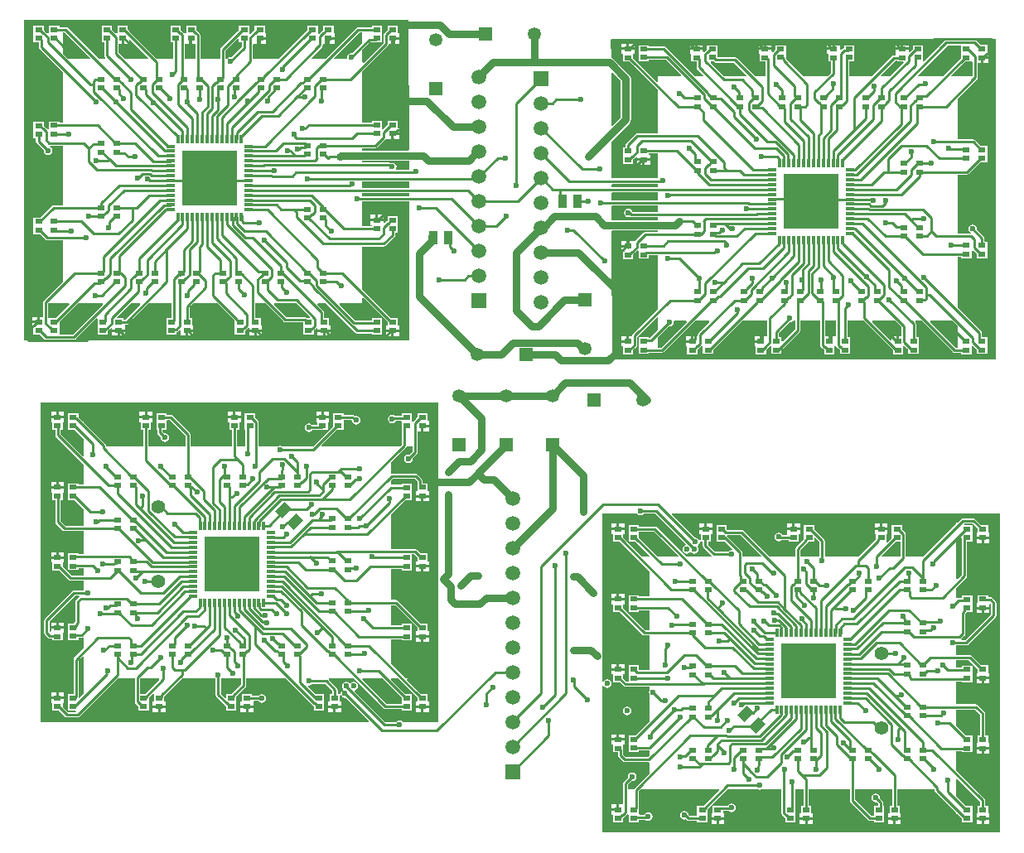
<source format=gtl>
G04*
G04 #@! TF.GenerationSoftware,Altium Limited,Altium Designer,19.1.8 (144)*
G04*
G04 Layer_Physical_Order=1*
G04 Layer_Color=255*
%FSLAX25Y25*%
%MOIN*%
G70*
G01*
G75*
%ADD13C,0.01000*%
G04:AMPARAMS|DCode=27|XSize=54.72mil|YSize=37.8mil|CornerRadius=0mil|HoleSize=0mil|Usage=FLASHONLY|Rotation=225.000|XOffset=0mil|YOffset=0mil|HoleType=Round|Shape=Rectangle|*
%AMROTATEDRECTD27*
4,1,4,0.00599,0.03271,0.03271,0.00599,-0.00599,-0.03271,-0.03271,-0.00599,0.00599,0.03271,0.0*
%
%ADD27ROTATEDRECTD27*%

%ADD28R,0.03150X0.02165*%
%ADD29R,0.03543X0.01181*%
%ADD30R,0.01181X0.03543*%
%ADD31R,0.22441X0.22441*%
%ADD32R,0.03780X0.05472*%
%ADD33C,0.03000*%
%ADD34C,0.05512*%
%ADD35C,0.05906*%
%ADD36R,0.05906X0.05906*%
%ADD37C,0.05315*%
%ADD38R,0.05315X0.05315*%
%ADD39R,0.05315X0.05315*%
%ADD40C,0.02362*%
G36*
X136000Y-9058D02*
X131727Y-13331D01*
X131500Y-13286D01*
X130844Y-13416D01*
X130288Y-13788D01*
X129916Y-14344D01*
X129786Y-15000D01*
X129808Y-15113D01*
X129491Y-15500D01*
X124709D01*
X124518Y-15038D01*
X134765Y-4791D01*
X136000D01*
Y-9058D01*
D02*
G37*
G36*
X86336Y-7370D02*
Y-8854D01*
X87391D01*
Y-10667D01*
X83227Y-14831D01*
X83000Y-14786D01*
X82344Y-14916D01*
X81788Y-15288D01*
X81646Y-15500D01*
X80945D01*
Y-12107D01*
X85874Y-7179D01*
X86336Y-7370D01*
D02*
G37*
G36*
X67640Y-9354D02*
X68695D01*
Y-15500D01*
X64435D01*
Y-9800D01*
X64565Y-9354D01*
X66640D01*
Y-7272D01*
X67640D01*
Y-9354D01*
D02*
G37*
G36*
X40070D02*
X42145D01*
Y-7870D01*
X42607Y-7679D01*
X49966Y-15038D01*
X49775Y-15500D01*
X40529D01*
X38015Y-12986D01*
Y-9354D01*
X39070D01*
Y-7272D01*
X40070D01*
Y-9354D01*
D02*
G37*
G36*
X26525Y-15038D02*
X26334Y-15500D01*
X17599D01*
X15500Y-13401D01*
Y-4748D01*
X16235D01*
X26525Y-15038D01*
D02*
G37*
G36*
X370901Y-8000D02*
X370610Y-8058D01*
X370279Y-8279D01*
X362004Y-16554D01*
X361504Y-16347D01*
Y-13417D01*
X361504Y-13417D01*
Y-13083D01*
X361504D01*
X361504Y-12917D01*
Y-9917D01*
X357354D01*
Y-11641D01*
X357080Y-11915D01*
X356840Y-12075D01*
X356167Y-12749D01*
X355705Y-12557D01*
Y-12000D01*
X353130D01*
X350555D01*
Y-13583D01*
X350555D01*
X350413Y-14024D01*
X349957D01*
X349566Y-14101D01*
X349236Y-14322D01*
X341058Y-22500D01*
X331804D01*
Y-16583D01*
X333934D01*
Y-13417D01*
X333934Y-13417D01*
Y-13083D01*
X333934D01*
X333934Y-12917D01*
Y-9917D01*
X329785D01*
Y-11075D01*
X329457Y-11141D01*
X329126Y-11362D01*
X328597Y-11891D01*
X328135Y-11699D01*
Y-9417D01*
X326060D01*
Y-11500D01*
X325560D01*
Y-12000D01*
X322985D01*
Y-13583D01*
X323485D01*
Y-16626D01*
X324541D01*
Y-21017D01*
X323058Y-22500D01*
X313231D01*
X306384Y-15653D01*
Y-15583D01*
X306364Y-15484D01*
Y-13417D01*
X306364Y-13417D01*
Y-13083D01*
X306364D01*
X306364Y-12917D01*
Y-9917D01*
X302215D01*
Y-11641D01*
X301940Y-11915D01*
X301701Y-12075D01*
X301065Y-12711D01*
X300565Y-12504D01*
Y-12000D01*
X297990D01*
X295415D01*
Y-13583D01*
X295915D01*
Y-16626D01*
X298045D01*
Y-22500D01*
X293942D01*
X286721Y-15279D01*
X286390Y-15058D01*
X286000Y-14980D01*
X278794D01*
Y-13417D01*
X278794Y-13417D01*
Y-13083D01*
X278794D01*
X278794Y-12917D01*
Y-9917D01*
X274645D01*
Y-11641D01*
X274371Y-11915D01*
X274131Y-12075D01*
X273495Y-12711D01*
X272995Y-12504D01*
Y-12000D01*
X270420D01*
X267846D01*
Y-13583D01*
X268345D01*
Y-16626D01*
X270476D01*
Y-19005D01*
X270553Y-19395D01*
X270774Y-19726D01*
X273086Y-22038D01*
X272895Y-22500D01*
X269757D01*
X258036Y-10779D01*
X257705Y-10558D01*
X257315Y-10480D01*
X251224D01*
Y-9917D01*
X247075D01*
Y-13083D01*
X247075D01*
Y-13417D01*
X247075D01*
Y-16583D01*
X251224D01*
Y-15770D01*
X258021D01*
X264290Y-22038D01*
X264099Y-22500D01*
X255000D01*
Y-24606D01*
X254538Y-24797D01*
X244925Y-15184D01*
Y-13583D01*
X245425D01*
Y-12000D01*
X242850D01*
X240276D01*
Y-13583D01*
X240776D01*
Y-16626D01*
X243483D01*
X255000Y-28143D01*
Y-45480D01*
X246500D01*
X246110Y-45558D01*
X245779Y-45779D01*
X242129Y-49429D01*
X241908Y-49759D01*
X241831Y-50150D01*
Y-51022D01*
X240776D01*
Y-54188D01*
X240776Y-54188D01*
Y-54522D01*
X240776D01*
X240776Y-54688D01*
Y-57688D01*
X244925D01*
Y-55964D01*
X245199Y-55690D01*
X245439Y-55530D01*
X246113Y-54856D01*
X246575Y-55048D01*
Y-55605D01*
X249150D01*
X251724D01*
Y-54022D01*
X251224D01*
Y-53520D01*
X255000D01*
Y-63661D01*
X236217D01*
X236158Y-48725D01*
X243442Y-41442D01*
X243884Y-40780D01*
X244039Y-40000D01*
Y-32500D01*
Y-23500D01*
X243884Y-22720D01*
X243442Y-22058D01*
X236942Y-15558D01*
X236280Y-15116D01*
X236028Y-15066D01*
X236000Y-8000D01*
X236500Y-7500D01*
X370852D01*
X370901Y-8000D01*
D02*
G37*
G36*
X391000Y-22500D02*
X383520D01*
Y-17126D01*
X384799D01*
Y-15043D01*
X385299D01*
Y-14543D01*
X387874D01*
Y-12961D01*
X387374D01*
Y-9917D01*
X384666D01*
X383028Y-8279D01*
X382697Y-8058D01*
X382406Y-8000D01*
X382455Y-7500D01*
X391000D01*
Y-22500D01*
D02*
G37*
G36*
X381480Y-16854D02*
Y-22500D01*
X373147D01*
X372955Y-22038D01*
X378367Y-16626D01*
X381075D01*
X381480Y-16854D01*
D02*
G37*
G36*
X376925Y-12961D02*
X376925Y-13126D01*
Y-13461D01*
X376925Y-13461D01*
Y-15184D01*
X369609Y-22500D01*
X359595D01*
X359404Y-22038D01*
X371422Y-10020D01*
X376925D01*
Y-12961D01*
D02*
G37*
G36*
X351055Y-16626D02*
X353524D01*
X353715Y-17088D01*
X348303Y-22500D01*
X344595D01*
X344404Y-22038D01*
X350379Y-16063D01*
X351055D01*
Y-16626D01*
D02*
G37*
G36*
X277491Y-16721D02*
X277821Y-16942D01*
X278212Y-17020D01*
X285578D01*
X290596Y-22038D01*
X290405Y-22500D01*
X281590D01*
X276134Y-17045D01*
X276326Y-16583D01*
X277352D01*
X277491Y-16721D01*
D02*
G37*
G36*
X239961Y-24345D02*
Y-32500D01*
Y-39155D01*
X236596Y-42520D01*
X236134Y-42330D01*
X236051Y-21089D01*
X236512Y-20896D01*
X239961Y-24345D01*
D02*
G37*
G36*
X154703Y-52107D02*
X154350Y-52461D01*
X136000D01*
Y-51415D01*
X141132D01*
X141522Y-51337D01*
X141853Y-51116D01*
X145135Y-47834D01*
X145575Y-47688D01*
X145575Y-47688D01*
X147650D01*
Y-45605D01*
X148150D01*
Y-45105D01*
X150724D01*
Y-43522D01*
X150224D01*
Y-40479D01*
X146075D01*
Y-42202D01*
X145670Y-42607D01*
X145561Y-42680D01*
X144335Y-43906D01*
X143925Y-43609D01*
Y-40522D01*
X139776D01*
Y-41085D01*
X136000D01*
Y-20442D01*
X146221Y-10221D01*
X146442Y-9890D01*
X146520Y-9500D01*
Y-9354D01*
X147650D01*
Y-7272D01*
X148150D01*
Y-6772D01*
X150724D01*
Y-5189D01*
X150224D01*
Y-2146D01*
X146075D01*
Y-3869D01*
X145596Y-4348D01*
X145486Y-4421D01*
X144779Y-5128D01*
X144558Y-5459D01*
X144480Y-5850D01*
Y-9078D01*
X136462Y-17096D01*
X136000Y-16905D01*
Y-11942D01*
X139198Y-8744D01*
X139776D01*
Y-8854D01*
X143925D01*
Y-5689D01*
X143925D01*
Y-5354D01*
X143925D01*
Y-2189D01*
X139776D01*
Y-2752D01*
X134343D01*
X133952Y-2830D01*
X133622Y-3051D01*
X121172Y-15500D01*
X115595D01*
X115404Y-15038D01*
X119721Y-10721D01*
X119942Y-10390D01*
X120020Y-10000D01*
Y-9354D01*
X121780D01*
Y-7272D01*
X122280D01*
Y-6772D01*
X124855D01*
Y-5189D01*
X124355D01*
Y-2146D01*
X120205D01*
Y-3869D01*
X119679Y-4395D01*
X119570Y-4468D01*
X118495Y-5543D01*
X118446Y-5559D01*
X118055Y-5275D01*
Y-2189D01*
X113906D01*
Y-3912D01*
X113632Y-4186D01*
X113392Y-4347D01*
X102239Y-15500D01*
X92005D01*
Y-9800D01*
X92135Y-9354D01*
X94210D01*
Y-7272D01*
X94710D01*
Y-6772D01*
X97285D01*
Y-5189D01*
X96785D01*
Y-2146D01*
X92635D01*
Y-3869D01*
X92231Y-4273D01*
X92121Y-4347D01*
X90895Y-5573D01*
X90485Y-5275D01*
Y-2189D01*
X86336D01*
Y-3912D01*
X86062Y-4186D01*
X85822Y-4347D01*
X79204Y-10964D01*
X78983Y-11295D01*
X78906Y-11685D01*
Y-15500D01*
X70734D01*
Y-5775D01*
X70657Y-5384D01*
X70436Y-5054D01*
X69728Y-4347D01*
X69619Y-4273D01*
X69215Y-3869D01*
Y-2146D01*
X65065D01*
Y-5189D01*
X64565D01*
Y-5189D01*
X64126Y-5043D01*
X63429Y-4347D01*
X63190Y-4186D01*
X62915Y-3912D01*
Y-2189D01*
X58766D01*
Y-5189D01*
X58766Y-5354D01*
X58766D01*
Y-5689D01*
X58766D01*
Y-8854D01*
X59821D01*
Y-15500D01*
X53312D01*
X42158Y-4347D01*
X42049Y-4273D01*
X41645Y-3869D01*
Y-2146D01*
X37495D01*
Y-5189D01*
X36995D01*
X36995Y-5189D01*
Y-5189D01*
X36548Y-5035D01*
X35859Y-4347D01*
X35620Y-4186D01*
X35346Y-3912D01*
Y-2189D01*
X31196D01*
Y-5189D01*
X31196Y-5354D01*
X31196D01*
Y-5689D01*
X31196D01*
Y-8854D01*
X32251D01*
Y-14271D01*
X32329Y-14661D01*
X32550Y-14992D01*
X32596Y-15038D01*
X32405Y-15500D01*
X29871D01*
X17378Y-3007D01*
X17048Y-2786D01*
X16657Y-2709D01*
X14075D01*
Y-2146D01*
X9925D01*
Y-5189D01*
X9425D01*
X9425Y-5189D01*
Y-5189D01*
X8978Y-5035D01*
X8290Y-4347D01*
X8050Y-4186D01*
X7776Y-3912D01*
Y-2189D01*
X3626D01*
Y-5189D01*
X3626Y-5354D01*
X3626D01*
Y-5689D01*
X3626D01*
Y-8854D01*
X5756D01*
Y-10776D01*
X5834Y-11166D01*
X6055Y-11497D01*
X15500Y-20942D01*
Y-41299D01*
X14075D01*
Y-40736D01*
X9925D01*
Y-43780D01*
X9425D01*
X9425Y-43780D01*
Y-43780D01*
X8978Y-43626D01*
X8290Y-42937D01*
X8050Y-42777D01*
X7776Y-42503D01*
Y-40780D01*
X3626D01*
Y-43780D01*
X3626Y-43945D01*
X3626D01*
Y-44280D01*
X3626D01*
Y-47445D01*
X4681D01*
Y-48701D01*
X4759Y-49091D01*
X4980Y-49422D01*
X7831Y-52273D01*
X7786Y-52500D01*
X7916Y-53156D01*
X8288Y-53712D01*
X8844Y-54084D01*
X9500Y-54214D01*
X10156Y-54084D01*
X10712Y-53712D01*
X11084Y-53156D01*
X11214Y-52500D01*
X11084Y-51844D01*
X10712Y-51288D01*
X10310Y-51020D01*
X10462Y-50520D01*
X15500D01*
X15500Y-74419D01*
X11707D01*
X11317Y-74496D01*
X10986Y-74717D01*
X6334Y-79370D01*
X3626D01*
Y-82535D01*
X3626D01*
Y-82870D01*
X3626D01*
Y-86035D01*
X6334D01*
X8519Y-88221D01*
X8850Y-88442D01*
X9240Y-88520D01*
X15500D01*
Y-105058D01*
X7779Y-112779D01*
X7558Y-113110D01*
X7480Y-113500D01*
Y-114000D01*
X0D01*
X0Y0D01*
X154500D01*
X154703Y-52107D01*
D02*
G37*
G36*
X154733Y-59807D02*
X154380Y-60162D01*
X149776D01*
X149540Y-59720D01*
X149584Y-59656D01*
X149714Y-59000D01*
X149584Y-58344D01*
X149212Y-57788D01*
X148656Y-57416D01*
X148000Y-57286D01*
X147387Y-57408D01*
X147341Y-57377D01*
X146950Y-57299D01*
X136000D01*
Y-56539D01*
X154720D01*
X154733Y-59807D01*
D02*
G37*
G36*
X255000Y-67059D02*
X236230D01*
X236226Y-66055D01*
X236579Y-65701D01*
X255000D01*
Y-67059D01*
D02*
G37*
G36*
X154761Y-67047D02*
X154408Y-67402D01*
X136000D01*
Y-64759D01*
X154752D01*
X154761Y-67047D01*
D02*
G37*
G36*
X154774Y-70445D02*
X154421Y-70799D01*
X136000D01*
Y-69441D01*
X154770D01*
X154774Y-70445D01*
D02*
G37*
G36*
X255000Y-72480D02*
X236251D01*
X236239Y-69453D01*
X236592Y-69098D01*
X255000D01*
Y-72480D01*
D02*
G37*
G36*
Y-77162D02*
X244647D01*
X244584Y-76844D01*
X244212Y-76288D01*
X243656Y-75916D01*
X243000Y-75786D01*
X242344Y-75916D01*
X241788Y-76288D01*
X241416Y-76844D01*
X241286Y-77500D01*
X241416Y-78156D01*
X241788Y-78712D01*
X242344Y-79084D01*
X243000Y-79214D01*
X243613Y-79092D01*
X243659Y-79123D01*
X244050Y-79201D01*
X255000D01*
Y-80461D01*
X236282D01*
X236260Y-74874D01*
X236613Y-74520D01*
X255000D01*
Y-77162D01*
D02*
G37*
G36*
X391000Y-136500D02*
X236500D01*
X236299Y-84893D01*
X236652Y-84539D01*
X255000D01*
Y-85085D01*
X249868D01*
X249478Y-85163D01*
X249147Y-85384D01*
X245865Y-88666D01*
X245425Y-88812D01*
X245425Y-88812D01*
X243350D01*
Y-90895D01*
X242850D01*
Y-91395D01*
X240276D01*
Y-92978D01*
X240776D01*
Y-96021D01*
X244925D01*
Y-94298D01*
X245330Y-93893D01*
X245439Y-93820D01*
X246665Y-92594D01*
X247075Y-92891D01*
Y-95978D01*
X251224D01*
Y-94520D01*
X255000D01*
Y-116058D01*
X244779Y-126279D01*
X244558Y-126610D01*
X244480Y-127000D01*
Y-127146D01*
X243350D01*
Y-129228D01*
X242850D01*
Y-129728D01*
X240276D01*
Y-131311D01*
X240776D01*
Y-134354D01*
X244925D01*
Y-132631D01*
X245404Y-132152D01*
X245514Y-132079D01*
X246221Y-131371D01*
X246442Y-131041D01*
X246520Y-130650D01*
Y-127422D01*
X254538Y-119404D01*
X255000Y-119595D01*
Y-124558D01*
X251802Y-127756D01*
X251224D01*
Y-127646D01*
X247075D01*
Y-130811D01*
X247075D01*
Y-131146D01*
X247075D01*
Y-134311D01*
X251224D01*
Y-133748D01*
X256658D01*
X257048Y-133670D01*
X257378Y-133449D01*
X269828Y-121000D01*
X275405D01*
X275596Y-121462D01*
X271279Y-125779D01*
X271058Y-126110D01*
X270980Y-126500D01*
Y-127146D01*
X269220D01*
Y-129228D01*
X268720D01*
Y-129728D01*
X266145D01*
Y-131311D01*
X266646D01*
Y-134354D01*
X270795D01*
Y-132631D01*
X271321Y-132105D01*
X271430Y-132032D01*
X272505Y-130957D01*
X272554Y-130941D01*
X272945Y-131225D01*
Y-134311D01*
X277094D01*
Y-132588D01*
X277368Y-132314D01*
X277608Y-132153D01*
X288761Y-121000D01*
X298995D01*
Y-126700D01*
X298865Y-127146D01*
X296790D01*
Y-129228D01*
X296290D01*
Y-129728D01*
X293715D01*
Y-131311D01*
X294215D01*
Y-134354D01*
X298365D01*
Y-132631D01*
X298769Y-132227D01*
X298879Y-132153D01*
X300105Y-130927D01*
X300515Y-131225D01*
Y-134311D01*
X304664D01*
Y-132588D01*
X304938Y-132314D01*
X305178Y-132153D01*
X311796Y-125536D01*
X312017Y-125205D01*
X312094Y-124815D01*
Y-121000D01*
X320266D01*
Y-130725D01*
X320343Y-131115D01*
X320564Y-131446D01*
X321271Y-132153D01*
X321381Y-132227D01*
X321785Y-132631D01*
Y-134354D01*
X325935D01*
Y-131311D01*
X326435D01*
Y-131311D01*
X326874Y-131457D01*
X327571Y-132153D01*
X327811Y-132314D01*
X328085Y-132588D01*
Y-134311D01*
X332234D01*
Y-131311D01*
X332234Y-131146D01*
X332234D01*
Y-130811D01*
X332234D01*
Y-127646D01*
X331179D01*
Y-121000D01*
X337688D01*
X348842Y-132153D01*
X348951Y-132227D01*
X349355Y-132631D01*
Y-134354D01*
X353505D01*
Y-131311D01*
X354005D01*
X354005Y-131311D01*
Y-131311D01*
X354452Y-131465D01*
X355141Y-132153D01*
X355381Y-132314D01*
X355655Y-132588D01*
Y-134311D01*
X359804D01*
Y-131311D01*
X359804Y-131146D01*
X359804D01*
Y-130811D01*
X359804D01*
Y-127646D01*
X358749D01*
Y-122229D01*
X358671Y-121839D01*
X358450Y-121508D01*
X358404Y-121462D01*
X358595Y-121000D01*
X361129D01*
X373622Y-133493D01*
X373952Y-133714D01*
X374342Y-133791D01*
X376925D01*
Y-134354D01*
X381075D01*
Y-131311D01*
X381575D01*
X381575Y-131311D01*
Y-131311D01*
X382022Y-131465D01*
X382711Y-132153D01*
X382950Y-132314D01*
X383224Y-132588D01*
Y-134311D01*
X387374D01*
Y-131311D01*
X387374Y-131146D01*
X387374D01*
Y-130811D01*
X387374D01*
Y-127646D01*
X385244D01*
Y-125724D01*
X385166Y-125334D01*
X384945Y-125003D01*
X375500Y-115558D01*
Y-95201D01*
X376925D01*
Y-95764D01*
X381075D01*
Y-92721D01*
X381575D01*
X381575Y-92721D01*
Y-92721D01*
X382022Y-92874D01*
X382711Y-93563D01*
X382950Y-93723D01*
X383224Y-93997D01*
Y-95720D01*
X387374D01*
Y-92721D01*
X387374Y-92555D01*
X387374D01*
Y-92220D01*
X387374D01*
Y-89055D01*
X386319D01*
Y-87799D01*
X386241Y-87409D01*
X386020Y-87078D01*
X383169Y-84227D01*
X383214Y-84000D01*
X383084Y-83344D01*
X382712Y-82788D01*
X382156Y-82416D01*
X381500Y-82286D01*
X380844Y-82416D01*
X380288Y-82788D01*
X379916Y-83344D01*
X379786Y-84000D01*
X379916Y-84656D01*
X380288Y-85212D01*
X380690Y-85480D01*
X380538Y-85980D01*
X375500D01*
X375500Y-62081D01*
X379293D01*
X379683Y-62004D01*
X380014Y-61783D01*
X384666Y-57130D01*
X387374D01*
Y-53965D01*
X387374D01*
Y-53630D01*
X387374D01*
Y-50465D01*
X384666D01*
X382481Y-48279D01*
X382150Y-48058D01*
X381760Y-47980D01*
X375500D01*
Y-31442D01*
X383221Y-23721D01*
X383442Y-23390D01*
X383520Y-23000D01*
Y-22500D01*
X391000D01*
X391000Y-136500D01*
D02*
G37*
G36*
X18045Y-114462D02*
X12633Y-119874D01*
X9925D01*
X9520Y-119646D01*
Y-114000D01*
X17853D01*
X18045Y-114462D01*
D02*
G37*
G36*
X114866Y-119455D02*
X114674Y-119917D01*
X113648D01*
X113509Y-119779D01*
X113178Y-119558D01*
X112788Y-119480D01*
X105422D01*
X100404Y-114462D01*
X100595Y-114000D01*
X109410D01*
X114866Y-119455D01*
D02*
G37*
G36*
X46596Y-114462D02*
X40621Y-120437D01*
X39945D01*
Y-119874D01*
X37476D01*
X37285Y-119412D01*
X42697Y-114000D01*
X46405D01*
X46596Y-114462D01*
D02*
G37*
G36*
X310055Y-124392D02*
X305126Y-129322D01*
X304664Y-129130D01*
Y-127646D01*
X303609D01*
Y-125833D01*
X307773Y-121669D01*
X308000Y-121714D01*
X308656Y-121584D01*
X309212Y-121212D01*
X309354Y-121000D01*
X310055D01*
Y-124392D01*
D02*
G37*
G36*
X266482Y-121462D02*
X256235Y-131709D01*
X255000D01*
Y-127442D01*
X259273Y-123169D01*
X259500Y-123214D01*
X260156Y-123084D01*
X260712Y-122712D01*
X261084Y-122156D01*
X261214Y-121500D01*
X261192Y-121387D01*
X261509Y-121000D01*
X266291D01*
X266482Y-121462D01*
D02*
G37*
G36*
X155000Y-128500D02*
X154500Y-129000D01*
X20148D01*
X20098Y-128500D01*
X20390Y-128442D01*
X20721Y-128221D01*
X28996Y-119946D01*
X29496Y-120153D01*
Y-123083D01*
X29496Y-123083D01*
Y-123417D01*
X29496D01*
X29496Y-123583D01*
Y-126583D01*
X33645D01*
Y-124859D01*
X33920Y-124585D01*
X34159Y-124425D01*
X34833Y-123751D01*
X35295Y-123943D01*
Y-124500D01*
X37870D01*
X40445D01*
Y-122917D01*
X40445D01*
X40587Y-122476D01*
X41043D01*
X41434Y-122399D01*
X41764Y-122178D01*
X49942Y-114000D01*
X59196D01*
Y-119917D01*
X57066D01*
Y-123083D01*
X57066Y-123083D01*
Y-123417D01*
X57066D01*
X57066Y-123583D01*
Y-126583D01*
X61215D01*
Y-125425D01*
X61543Y-125359D01*
X61874Y-125138D01*
X62403Y-124609D01*
X62865Y-124801D01*
Y-127083D01*
X64940D01*
Y-125000D01*
X65440D01*
Y-124500D01*
X68015D01*
Y-122917D01*
X67515D01*
Y-119874D01*
X66459D01*
Y-115482D01*
X67942Y-114000D01*
X77769D01*
X84616Y-120847D01*
Y-120917D01*
X84636Y-121016D01*
Y-123083D01*
X84636Y-123083D01*
Y-123417D01*
X84636D01*
X84636Y-123583D01*
Y-126583D01*
X88785D01*
Y-124859D01*
X89060Y-124585D01*
X89299Y-124425D01*
X89935Y-123789D01*
X90435Y-123996D01*
Y-124500D01*
X93010D01*
X95585D01*
Y-122917D01*
X95085D01*
Y-119874D01*
X92955D01*
Y-114000D01*
X97058D01*
X104279Y-121221D01*
X104610Y-121442D01*
X105000Y-121520D01*
X112206D01*
Y-123083D01*
X112206Y-123083D01*
Y-123417D01*
X112206D01*
X112206Y-123583D01*
Y-126583D01*
X116355D01*
Y-124859D01*
X116629Y-124585D01*
X116869Y-124425D01*
X117505Y-123789D01*
X118005Y-123996D01*
Y-124500D01*
X120580D01*
X123154D01*
Y-122917D01*
X122654D01*
Y-119874D01*
X120524D01*
Y-117495D01*
X120447Y-117105D01*
X120226Y-116774D01*
X117914Y-114462D01*
X118105Y-114000D01*
X121243D01*
X132964Y-125721D01*
X133295Y-125942D01*
X133685Y-126020D01*
X139776D01*
Y-126583D01*
X143925D01*
Y-123417D01*
X143925D01*
Y-123083D01*
X143925D01*
Y-119917D01*
X139776D01*
Y-120730D01*
X132979D01*
X126710Y-114462D01*
X126901Y-114000D01*
X136000D01*
Y-111894D01*
X136462Y-111703D01*
X146075Y-121316D01*
Y-122917D01*
X145575D01*
Y-124500D01*
X148150D01*
X150724D01*
Y-122917D01*
X150224D01*
Y-119874D01*
X147517D01*
X136000Y-108357D01*
Y-91020D01*
X144500D01*
X144890Y-90942D01*
X145221Y-90721D01*
X148871Y-87071D01*
X149092Y-86741D01*
X149169Y-86350D01*
Y-85478D01*
X150224D01*
Y-82312D01*
X150224Y-82312D01*
Y-81978D01*
X150224D01*
X150224Y-81812D01*
Y-78812D01*
X146075D01*
Y-80536D01*
X145801Y-80810D01*
X145561Y-80970D01*
X144887Y-81644D01*
X144425Y-81452D01*
Y-80895D01*
X141850D01*
X139276D01*
Y-82478D01*
X139776D01*
Y-82980D01*
X136000D01*
Y-72838D01*
X154783D01*
X155000Y-128500D01*
D02*
G37*
G36*
X31596Y-114462D02*
X19578Y-126480D01*
X14075D01*
Y-123539D01*
X14075Y-123374D01*
X14075D01*
Y-123039D01*
X14075D01*
Y-121316D01*
X21391Y-114000D01*
X31405D01*
X31596Y-114462D01*
D02*
G37*
G36*
X7480Y-119374D02*
X6201D01*
Y-121457D01*
X5701D01*
Y-121957D01*
X3126D01*
Y-123539D01*
X3626D01*
Y-126583D01*
X6334D01*
X7972Y-128221D01*
X8303Y-128442D01*
X8594Y-128500D01*
X8545Y-129000D01*
X0D01*
Y-114000D01*
X7480D01*
Y-119374D01*
D02*
G37*
G36*
X352985Y-123514D02*
Y-127146D01*
X351930D01*
Y-129228D01*
X350930D01*
Y-127146D01*
X348855D01*
Y-128630D01*
X348393Y-128821D01*
X341034Y-121462D01*
X341225Y-121000D01*
X350471D01*
X352985Y-123514D01*
D02*
G37*
G36*
X326565Y-126699D02*
X326435Y-127146D01*
X324360D01*
Y-129228D01*
X323360D01*
Y-127146D01*
X322305D01*
Y-121000D01*
X326565D01*
Y-126699D01*
D02*
G37*
G36*
X375500Y-123099D02*
Y-131752D01*
X374765D01*
X364475Y-121462D01*
X364666Y-121000D01*
X373401D01*
X375500Y-123099D01*
D02*
G37*
G36*
X166500Y-154000D02*
Y-171500D01*
X166500D01*
Y-224803D01*
X166461Y-225000D01*
X166500Y-225197D01*
Y-265000D01*
Y-282500D01*
X152354D01*
X152212Y-282288D01*
X151656Y-281916D01*
X151000Y-281786D01*
X150344Y-281916D01*
X149788Y-282288D01*
X149659Y-282480D01*
X145338D01*
X132935Y-270077D01*
X133080Y-269599D01*
X133156Y-269584D01*
X133712Y-269212D01*
X134084Y-268656D01*
X134214Y-268000D01*
X134084Y-267344D01*
X133712Y-266788D01*
X133156Y-266416D01*
X132500Y-266286D01*
X131844Y-266416D01*
X131288Y-266788D01*
X131250Y-266845D01*
X130750D01*
X130712Y-266788D01*
X130156Y-266416D01*
X129500Y-266286D01*
X128844Y-266416D01*
X128288Y-266788D01*
X127916Y-267344D01*
X127786Y-268000D01*
X127916Y-268656D01*
X128143Y-268995D01*
X128264Y-269249D01*
X128019Y-269634D01*
X127788Y-269788D01*
X127416Y-270344D01*
X127311Y-270873D01*
X127014Y-271082D01*
X126805Y-271146D01*
X126020D01*
Y-269514D01*
X125942Y-269124D01*
X125721Y-268793D01*
X122428Y-265500D01*
X122635Y-265000D01*
X132629D01*
X144622Y-276993D01*
X144952Y-277214D01*
X145343Y-277291D01*
X151776D01*
Y-277854D01*
X155925D01*
Y-274689D01*
X155925D01*
Y-274354D01*
X155925D01*
Y-271189D01*
X153217D01*
X147491Y-265462D01*
X147682Y-265000D01*
X150487D01*
X158075Y-272588D01*
Y-274189D01*
X157575D01*
Y-275772D01*
X160150D01*
X162724D01*
Y-274189D01*
X162224D01*
Y-271146D01*
X159517D01*
X153833Y-265462D01*
X154024Y-265000D01*
X153371D01*
X147500Y-259129D01*
Y-249041D01*
X151776D01*
Y-249604D01*
X155925D01*
Y-246439D01*
X155925D01*
Y-246104D01*
X155925D01*
Y-242939D01*
X151776D01*
Y-243502D01*
X147500D01*
Y-235373D01*
X149110D01*
X158075Y-244338D01*
Y-245939D01*
X157575D01*
Y-247522D01*
X160150D01*
X162724D01*
Y-245939D01*
X162224D01*
Y-242896D01*
X159517D01*
X150253Y-233632D01*
X149923Y-233411D01*
X149532Y-233334D01*
X147500D01*
Y-220791D01*
X151776D01*
Y-221354D01*
X155925D01*
Y-218189D01*
X155925D01*
Y-217854D01*
X155925D01*
Y-214839D01*
X156826D01*
X158075Y-216088D01*
Y-217689D01*
X157575D01*
Y-219272D01*
X160150D01*
X162724D01*
Y-217689D01*
X162224D01*
Y-214646D01*
X159517D01*
X157969Y-213098D01*
X157638Y-212877D01*
X157248Y-212799D01*
X147500D01*
Y-198822D01*
X153217Y-193104D01*
X155925D01*
Y-189939D01*
X155925D01*
Y-189604D01*
X155925D01*
Y-186439D01*
X151776D01*
Y-187002D01*
X147500D01*
Y-185187D01*
X148167Y-184520D01*
X157078D01*
X158055Y-185497D01*
Y-187396D01*
X158075Y-187494D01*
Y-189439D01*
X157575D01*
Y-191022D01*
X160150D01*
X162724D01*
Y-189439D01*
X162224D01*
Y-186396D01*
X160094D01*
Y-185075D01*
X160017Y-184685D01*
X159796Y-184354D01*
X158221Y-182779D01*
X157890Y-182558D01*
X157500Y-182480D01*
X147745D01*
X147500Y-182279D01*
Y-177942D01*
X153497Y-171945D01*
X153718Y-171615D01*
X153740Y-171500D01*
X156121D01*
Y-173437D01*
X154727Y-174831D01*
X154500Y-174786D01*
X153844Y-174916D01*
X153288Y-175288D01*
X152916Y-175844D01*
X152786Y-176500D01*
X152916Y-177156D01*
X153288Y-177712D01*
X153844Y-178084D01*
X154500Y-178214D01*
X155156Y-178084D01*
X155712Y-177712D01*
X156084Y-177156D01*
X156214Y-176500D01*
X156169Y-176273D01*
X157862Y-174580D01*
X158083Y-174249D01*
X158160Y-173859D01*
Y-171500D01*
Y-165354D01*
X159650D01*
Y-163272D01*
X160150D01*
Y-162772D01*
X162724D01*
Y-161189D01*
X162224D01*
Y-158146D01*
X158075D01*
Y-159869D01*
X157670Y-160274D01*
X157561Y-160347D01*
X156420Y-161488D01*
X156109Y-161395D01*
X155925Y-161242D01*
Y-158189D01*
X151776D01*
Y-159220D01*
X149110D01*
X148656Y-158916D01*
X148000Y-158786D01*
X147344Y-158916D01*
X146788Y-159288D01*
X146416Y-159844D01*
X146286Y-160500D01*
X146416Y-161156D01*
X146788Y-161712D01*
X147344Y-162084D01*
X148000Y-162214D01*
X148656Y-162084D01*
X149212Y-161712D01*
X149515Y-161259D01*
X151607D01*
X151776Y-161689D01*
X151776Y-161854D01*
Y-163756D01*
X151756Y-163854D01*
Y-170802D01*
X151058Y-171500D01*
X119631D01*
X119440Y-171038D01*
X125667Y-164811D01*
X128374D01*
X128374Y-161248D01*
X128621Y-160748D01*
X131437D01*
X131810Y-161120D01*
X131916Y-161656D01*
X132288Y-162212D01*
X132844Y-162584D01*
X133500Y-162714D01*
X134156Y-162584D01*
X134712Y-162212D01*
X135084Y-161656D01*
X135214Y-161000D01*
X135084Y-160344D01*
X134712Y-159788D01*
X134156Y-159416D01*
X133500Y-159286D01*
X132966Y-159392D01*
X132581Y-159007D01*
X132250Y-158786D01*
X131860Y-158709D01*
X128374D01*
Y-158146D01*
X124225D01*
Y-161146D01*
X124225Y-161646D01*
X124225Y-161811D01*
Y-163369D01*
X122459Y-165135D01*
X122075Y-164812D01*
X122075Y-164372D01*
Y-161811D01*
X122575D01*
Y-160228D01*
X120000D01*
X117426D01*
Y-161811D01*
X117926D01*
Y-162720D01*
X115610D01*
X115156Y-162416D01*
X114500Y-162286D01*
X113844Y-162416D01*
X113288Y-162788D01*
X112916Y-163344D01*
X112786Y-164000D01*
X112916Y-164656D01*
X113288Y-165212D01*
X113844Y-165584D01*
X114500Y-165714D01*
X115156Y-165584D01*
X115712Y-165212D01*
X116015Y-164759D01*
X117926D01*
Y-164854D01*
X121577D01*
X122032Y-164854D01*
X122356Y-165238D01*
X116094Y-171500D01*
X103781D01*
X103656Y-171416D01*
X103000Y-171286D01*
X102344Y-171416D01*
X102219Y-171500D01*
X94344Y-171500D01*
Y-161732D01*
X94266Y-161341D01*
X94045Y-161011D01*
X93338Y-160303D01*
X93098Y-160143D01*
X92824Y-159869D01*
Y-158146D01*
X88675D01*
Y-161146D01*
X88675Y-161311D01*
X88675D01*
Y-161646D01*
X88675D01*
Y-164811D01*
X88980D01*
Y-171500D01*
X85470D01*
Y-164854D01*
X86525D01*
Y-161811D01*
X87025D01*
Y-160228D01*
X84450D01*
X81876D01*
Y-161811D01*
X82376D01*
Y-164854D01*
X83431D01*
Y-171500D01*
X66831D01*
Y-166812D01*
X66754Y-166422D01*
X66533Y-166091D01*
X59449Y-159007D01*
X59118Y-158786D01*
X58728Y-158709D01*
X57274D01*
Y-158146D01*
X53125D01*
Y-161146D01*
X53125Y-161646D01*
X53125Y-161811D01*
Y-164811D01*
X53480D01*
Y-166000D01*
X53558Y-166390D01*
X53779Y-166721D01*
X54831Y-167773D01*
X54786Y-168000D01*
X54916Y-168656D01*
X55288Y-169212D01*
X55844Y-169584D01*
X56500Y-169714D01*
X57156Y-169584D01*
X57712Y-169212D01*
X58084Y-168656D01*
X58214Y-168000D01*
X58084Y-167344D01*
X57712Y-166788D01*
X57156Y-166416D01*
X56500Y-166286D01*
X56273Y-166331D01*
X55520Y-165578D01*
Y-164811D01*
X57274D01*
X57274Y-161248D01*
X57521Y-160748D01*
X58306D01*
X64792Y-167234D01*
Y-171500D01*
X49920D01*
Y-164854D01*
X50975D01*
Y-161811D01*
X51475D01*
Y-160228D01*
X48900D01*
X46326D01*
Y-161811D01*
X46826D01*
Y-164854D01*
X47881D01*
Y-171500D01*
X32784D01*
Y-171271D01*
X32706Y-170881D01*
X32485Y-170550D01*
X24000Y-162065D01*
Y-161412D01*
X23538Y-161603D01*
X21724Y-159790D01*
Y-158146D01*
X17575D01*
Y-161146D01*
X17575Y-161311D01*
X17575D01*
Y-161646D01*
X17575D01*
Y-164811D01*
X20282D01*
X24000Y-168528D01*
Y-175405D01*
X23538Y-175596D01*
X14520Y-166578D01*
Y-164854D01*
X15425D01*
Y-161811D01*
X15925D01*
Y-160228D01*
X13350D01*
X10776D01*
Y-161811D01*
X11276D01*
Y-164854D01*
X12480D01*
Y-167000D01*
X12558Y-167390D01*
X12779Y-167721D01*
X24000Y-178942D01*
Y-186959D01*
X21724D01*
Y-186396D01*
X17575D01*
Y-189561D01*
X17575D01*
Y-189896D01*
X17575D01*
Y-193061D01*
X20282D01*
X24000Y-196779D01*
Y-203627D01*
X16569D01*
X14520Y-201578D01*
Y-193104D01*
X15425D01*
Y-190061D01*
X15925D01*
Y-188478D01*
X13350D01*
X10776D01*
Y-190061D01*
X11276D01*
Y-193104D01*
X12480D01*
Y-202000D01*
X12558Y-202390D01*
X12779Y-202721D01*
X15426Y-205368D01*
X15756Y-205589D01*
X16147Y-205666D01*
X24000D01*
Y-214876D01*
X21724D01*
Y-214646D01*
X17575D01*
Y-217811D01*
X17575D01*
Y-218146D01*
X17575D01*
Y-221311D01*
X21724D01*
Y-220634D01*
X24000D01*
Y-223480D01*
X18993D01*
X15425Y-219912D01*
Y-218311D01*
X15925D01*
Y-216728D01*
X13350D01*
X10776D01*
Y-218311D01*
X11276D01*
Y-221354D01*
X13983D01*
X17850Y-225221D01*
X18181Y-225442D01*
X18571Y-225520D01*
X24000D01*
Y-229480D01*
X20000D01*
X19610Y-229558D01*
X19279Y-229779D01*
X8279Y-240779D01*
X8058Y-241110D01*
X7980Y-241500D01*
Y-246500D01*
X8058Y-246890D01*
X8279Y-247221D01*
X9555Y-248497D01*
X9885Y-248718D01*
X10276Y-248795D01*
X11276D01*
Y-249604D01*
X15425D01*
Y-246561D01*
X15925D01*
Y-244978D01*
X13350D01*
X10776D01*
Y-245917D01*
X10281Y-246139D01*
X10020Y-245936D01*
Y-241922D01*
X20422Y-231520D01*
X21902D01*
X22053Y-232020D01*
X22008Y-232050D01*
X20779Y-233279D01*
X20558Y-233610D01*
X20480Y-234000D01*
Y-242078D01*
X20004Y-242555D01*
X19782Y-242885D01*
X19780Y-242896D01*
X17575D01*
Y-246061D01*
X17575Y-246061D01*
Y-246396D01*
X17575D01*
X17575Y-246561D01*
Y-249561D01*
X21724D01*
Y-248427D01*
X23093D01*
X23483Y-248349D01*
X23500Y-248338D01*
X24000Y-248605D01*
Y-252644D01*
X20004Y-256640D01*
X19782Y-256971D01*
X19705Y-257361D01*
Y-271146D01*
X17575D01*
Y-274311D01*
X17575Y-274311D01*
Y-274646D01*
X17575D01*
X17575Y-274811D01*
Y-277811D01*
X20636D01*
X20895Y-278311D01*
X20776Y-278480D01*
X17493D01*
X15425Y-276412D01*
Y-274811D01*
X15925D01*
Y-273228D01*
X13350D01*
X10776D01*
Y-274811D01*
X11276D01*
Y-277854D01*
X13983D01*
X16350Y-280221D01*
X16681Y-280442D01*
X17071Y-280520D01*
X21500D01*
X21890Y-280442D01*
X22221Y-280221D01*
X23538Y-278904D01*
X24000Y-279095D01*
Y-278442D01*
X37442Y-265000D01*
X44356D01*
Y-274269D01*
X44434Y-274659D01*
X44655Y-274990D01*
X45362Y-275697D01*
X45601Y-275857D01*
X45876Y-276131D01*
Y-277854D01*
X50025D01*
Y-274854D01*
X50025Y-274689D01*
X50025D01*
Y-274354D01*
X50025D01*
Y-272631D01*
X51791Y-270865D01*
X52175Y-271188D01*
Y-274189D01*
X51675D01*
Y-275772D01*
X54250D01*
X56824D01*
Y-274189D01*
X56324D01*
Y-272244D01*
X56344Y-272146D01*
Y-272076D01*
X63420Y-265000D01*
X76980D01*
Y-271593D01*
X77058Y-271983D01*
X77279Y-272314D01*
X80662Y-275697D01*
X80901Y-275857D01*
X81176Y-276131D01*
Y-277854D01*
X85325D01*
Y-274854D01*
X85325Y-274689D01*
X85325D01*
Y-274354D01*
X85325D01*
Y-272288D01*
X85345Y-272189D01*
Y-272097D01*
X88902Y-268540D01*
X89123Y-268209D01*
X89201Y-267819D01*
Y-265000D01*
X105265D01*
X115962Y-275697D01*
X116201Y-275857D01*
X116476Y-276131D01*
Y-277854D01*
X120625D01*
Y-274854D01*
X120625Y-274689D01*
X120625D01*
Y-274354D01*
X120625D01*
Y-271189D01*
X117131D01*
X114083Y-268141D01*
X114329Y-267680D01*
X114500Y-267714D01*
X115156Y-267584D01*
X115712Y-267212D01*
X115841Y-267020D01*
X121063D01*
X123980Y-269936D01*
Y-271146D01*
X122775D01*
Y-274189D01*
X122275D01*
Y-275772D01*
X124850D01*
X127424D01*
Y-274189D01*
X126924D01*
Y-271745D01*
X127416Y-271656D01*
X127788Y-272212D01*
X128344Y-272584D01*
X129000Y-272714D01*
X129227Y-272669D01*
X138596Y-282038D01*
X138405Y-282500D01*
X6500D01*
Y-154000D01*
X24000D01*
X166500Y-154000D01*
D02*
G37*
G36*
X392500Y-327000D02*
X375000D01*
X232500Y-327000D01*
Y-309500D01*
X232500D01*
Y-267930D01*
X233000Y-267781D01*
X233288Y-268212D01*
X233844Y-268584D01*
X234500Y-268714D01*
X235156Y-268584D01*
X235712Y-268212D01*
X236084Y-267656D01*
X236214Y-267000D01*
X236084Y-266344D01*
X235712Y-265788D01*
X235156Y-265416D01*
X234500Y-265286D01*
X233844Y-265416D01*
X233288Y-265788D01*
X233000Y-266219D01*
X232500Y-266070D01*
Y-256197D01*
X232539Y-256000D01*
X232500Y-255803D01*
Y-216000D01*
Y-198500D01*
X246646D01*
X246788Y-198712D01*
X247344Y-199084D01*
X248000Y-199214D01*
X248656Y-199084D01*
X249212Y-198712D01*
X249341Y-198520D01*
X253662D01*
X266065Y-210923D01*
X265920Y-211401D01*
X265844Y-211416D01*
X265288Y-211788D01*
X264916Y-212344D01*
X264786Y-213000D01*
X264916Y-213656D01*
X265288Y-214212D01*
X265844Y-214584D01*
X266500Y-214714D01*
X267156Y-214584D01*
X267694Y-214224D01*
X267824Y-214155D01*
X268176D01*
X268305Y-214224D01*
X268844Y-214584D01*
X269500Y-214714D01*
X270156Y-214584D01*
X270712Y-214212D01*
X271084Y-213656D01*
X271214Y-213000D01*
X271084Y-212344D01*
X270857Y-212005D01*
X270736Y-211751D01*
X270981Y-211366D01*
X271212Y-211212D01*
X271584Y-210656D01*
X271689Y-210127D01*
X271986Y-209918D01*
X272195Y-209854D01*
X272980D01*
Y-211486D01*
X273058Y-211876D01*
X273279Y-212207D01*
X276572Y-215500D01*
X276365Y-216000D01*
X266371D01*
X254378Y-204007D01*
X254048Y-203786D01*
X253658Y-203709D01*
X247224D01*
Y-203146D01*
X243075D01*
Y-206311D01*
X243075D01*
Y-206646D01*
X243075D01*
Y-209811D01*
X245782D01*
X251509Y-215538D01*
X251318Y-216000D01*
X248513D01*
X240925Y-208412D01*
Y-206811D01*
X241425D01*
Y-205228D01*
X238850D01*
X236276D01*
Y-206811D01*
X236776D01*
Y-209854D01*
X239483D01*
X245167Y-215538D01*
X244976Y-216000D01*
X245629D01*
X251500Y-221871D01*
Y-231959D01*
X247224D01*
Y-231396D01*
X243075D01*
Y-234561D01*
X243075D01*
Y-234896D01*
X243075D01*
Y-238061D01*
X247224D01*
Y-237498D01*
X251500D01*
Y-245627D01*
X249890D01*
X240925Y-236662D01*
Y-235061D01*
X241425D01*
Y-233478D01*
X238850D01*
X236276D01*
Y-235061D01*
X236776D01*
Y-238104D01*
X239483D01*
X248747Y-247368D01*
X249077Y-247589D01*
X249467Y-247666D01*
X251500D01*
Y-261480D01*
X247224D01*
Y-259646D01*
X243075D01*
Y-262646D01*
X243075Y-262811D01*
X243075D01*
Y-263146D01*
X243075D01*
Y-266161D01*
X242174D01*
X240925Y-264912D01*
Y-263311D01*
X241425D01*
Y-261728D01*
X238850D01*
X236276D01*
Y-263311D01*
X236776D01*
Y-266354D01*
X239483D01*
X241031Y-267902D01*
X241362Y-268123D01*
X241752Y-268201D01*
X251500D01*
Y-269719D01*
X251416Y-269844D01*
X251286Y-270500D01*
X251416Y-271156D01*
X251500Y-271281D01*
Y-282178D01*
X245782Y-287896D01*
X243075D01*
Y-291061D01*
X243075D01*
Y-291396D01*
X243075D01*
Y-294561D01*
X247224D01*
Y-293998D01*
X251500D01*
Y-295813D01*
X250833Y-296480D01*
X241922D01*
X240945Y-295503D01*
Y-293604D01*
X240925Y-293506D01*
Y-291561D01*
X241425D01*
Y-289978D01*
X238850D01*
X236276D01*
Y-291561D01*
X236776D01*
Y-294604D01*
X238906D01*
Y-295925D01*
X238983Y-296315D01*
X239204Y-296646D01*
X240779Y-298221D01*
X241110Y-298442D01*
X241500Y-298520D01*
X251255D01*
X251500Y-298721D01*
Y-303058D01*
X245503Y-309055D01*
X245282Y-309385D01*
X245260Y-309500D01*
X242879D01*
Y-307563D01*
X244273Y-306169D01*
X244500Y-306214D01*
X245156Y-306084D01*
X245712Y-305712D01*
X246084Y-305156D01*
X246214Y-304500D01*
X246084Y-303844D01*
X245712Y-303288D01*
X245156Y-302916D01*
X244500Y-302786D01*
X243844Y-302916D01*
X243288Y-303288D01*
X242916Y-303844D01*
X242786Y-304500D01*
X242831Y-304727D01*
X241138Y-306420D01*
X240917Y-306751D01*
X240840Y-307141D01*
Y-309500D01*
Y-315646D01*
X239350D01*
Y-317728D01*
X238850D01*
Y-318228D01*
X236276D01*
Y-319811D01*
X236776D01*
Y-322854D01*
X240925D01*
Y-321131D01*
X241330Y-320726D01*
X241439Y-320653D01*
X242580Y-319512D01*
X242891Y-319605D01*
X243075Y-319758D01*
Y-322811D01*
X247224D01*
Y-321780D01*
X249890D01*
X250344Y-322084D01*
X251000Y-322214D01*
X251656Y-322084D01*
X252212Y-321712D01*
X252584Y-321156D01*
X252714Y-320500D01*
X252584Y-319844D01*
X252212Y-319288D01*
X251656Y-318916D01*
X251000Y-318786D01*
X250344Y-318916D01*
X249788Y-319288D01*
X249485Y-319741D01*
X247393D01*
X247224Y-319311D01*
X247224Y-319146D01*
Y-317244D01*
X247244Y-317146D01*
Y-310198D01*
X247942Y-309500D01*
X279369D01*
X279560Y-309962D01*
X273333Y-316189D01*
X270626D01*
X270626Y-319752D01*
X270379Y-320252D01*
X267563D01*
X267190Y-319880D01*
X267084Y-319344D01*
X266712Y-318788D01*
X266156Y-318416D01*
X265500Y-318286D01*
X264844Y-318416D01*
X264288Y-318788D01*
X263916Y-319344D01*
X263786Y-320000D01*
X263916Y-320656D01*
X264288Y-321212D01*
X264844Y-321584D01*
X265500Y-321714D01*
X266034Y-321608D01*
X266419Y-321993D01*
X266750Y-322214D01*
X267140Y-322291D01*
X270626D01*
Y-322854D01*
X274775D01*
Y-319854D01*
X274775Y-319354D01*
X274775Y-319189D01*
Y-317631D01*
X276541Y-315865D01*
X276925Y-316188D01*
X276925Y-316628D01*
Y-319189D01*
X276425D01*
Y-320772D01*
X279000D01*
X281574D01*
Y-319189D01*
X281074D01*
Y-318280D01*
X283390D01*
X283844Y-318584D01*
X284500Y-318714D01*
X285156Y-318584D01*
X285712Y-318212D01*
X286084Y-317656D01*
X286214Y-317000D01*
X286084Y-316344D01*
X285712Y-315788D01*
X285156Y-315416D01*
X284500Y-315286D01*
X283844Y-315416D01*
X283288Y-315788D01*
X282985Y-316241D01*
X281074D01*
Y-316146D01*
X277423D01*
X276968Y-316146D01*
X276644Y-315762D01*
X282906Y-309500D01*
X295219D01*
X295344Y-309584D01*
X296000Y-309714D01*
X296656Y-309584D01*
X296781Y-309500D01*
X304656Y-309500D01*
Y-319268D01*
X304734Y-319659D01*
X304955Y-319989D01*
X305662Y-320697D01*
X305902Y-320857D01*
X306176Y-321131D01*
Y-322854D01*
X310325D01*
Y-319854D01*
X310325Y-319689D01*
X310325D01*
Y-319354D01*
X310325D01*
Y-316189D01*
X310020D01*
Y-309500D01*
X313530D01*
Y-316146D01*
X312475D01*
Y-319189D01*
X311975D01*
Y-320772D01*
X314550D01*
X317124D01*
Y-319189D01*
X316624D01*
Y-316146D01*
X315569D01*
Y-309500D01*
X332169D01*
Y-314188D01*
X332246Y-314578D01*
X332467Y-314909D01*
X339551Y-321993D01*
X339881Y-322214D01*
X340272Y-322291D01*
X341726D01*
Y-322854D01*
X345875D01*
Y-319854D01*
X345875Y-319354D01*
X345875Y-319189D01*
Y-316189D01*
X345520D01*
Y-315000D01*
X345442Y-314610D01*
X345221Y-314279D01*
X344169Y-313227D01*
X344214Y-313000D01*
X344084Y-312344D01*
X343712Y-311788D01*
X343156Y-311416D01*
X342500Y-311286D01*
X341844Y-311416D01*
X341288Y-311788D01*
X340916Y-312344D01*
X340786Y-313000D01*
X340916Y-313656D01*
X341288Y-314212D01*
X341844Y-314584D01*
X342500Y-314714D01*
X342727Y-314669D01*
X343480Y-315422D01*
Y-316189D01*
X341726D01*
X341726Y-319752D01*
X341479Y-320252D01*
X340694D01*
X334208Y-313766D01*
Y-309500D01*
X349080D01*
Y-316146D01*
X348025D01*
Y-319189D01*
X347525D01*
Y-320772D01*
X350100D01*
X352674D01*
Y-319189D01*
X352174D01*
Y-316146D01*
X351119D01*
Y-309500D01*
X366216D01*
Y-309729D01*
X366294Y-310119D01*
X366515Y-310450D01*
X375000Y-318935D01*
Y-319588D01*
X375462Y-319397D01*
X377276Y-321211D01*
Y-322854D01*
X381425D01*
Y-319854D01*
X381425Y-319689D01*
X381425D01*
Y-319354D01*
X381425D01*
Y-316189D01*
X378717D01*
X375000Y-312472D01*
Y-305595D01*
X375462Y-305404D01*
X384480Y-314422D01*
Y-316146D01*
X383575D01*
Y-319189D01*
X383075D01*
Y-320772D01*
X385650D01*
X388224D01*
Y-319189D01*
X387724D01*
Y-316146D01*
X386520D01*
Y-314000D01*
X386442Y-313610D01*
X386221Y-313279D01*
X375000Y-302058D01*
Y-294041D01*
X377276D01*
Y-294604D01*
X381425D01*
Y-291439D01*
X381425D01*
Y-291104D01*
X381425D01*
Y-287939D01*
X378717D01*
X375000Y-284222D01*
Y-277373D01*
X382431D01*
X384480Y-279422D01*
Y-287896D01*
X383575D01*
Y-290939D01*
X383075D01*
Y-292522D01*
X385650D01*
X388224D01*
Y-290939D01*
X387724D01*
Y-287896D01*
X386520D01*
Y-279000D01*
X386442Y-278610D01*
X386221Y-278279D01*
X383574Y-275632D01*
X383243Y-275411D01*
X382853Y-275334D01*
X375000D01*
Y-266124D01*
X377276D01*
Y-266354D01*
X381425D01*
Y-263189D01*
X381425D01*
Y-262854D01*
X381425D01*
Y-259689D01*
X377276D01*
Y-260366D01*
X375000D01*
Y-257520D01*
X380007D01*
X383575Y-261088D01*
Y-262689D01*
X383075D01*
Y-264272D01*
X385650D01*
X388224D01*
Y-262689D01*
X387724D01*
Y-259646D01*
X385017D01*
X381150Y-255779D01*
X380819Y-255558D01*
X380429Y-255480D01*
X375000D01*
Y-251520D01*
X379000D01*
X379390Y-251442D01*
X379721Y-251221D01*
X390721Y-240221D01*
X390942Y-239890D01*
X391020Y-239500D01*
Y-234500D01*
X390942Y-234110D01*
X390721Y-233779D01*
X389445Y-232504D01*
X389115Y-232282D01*
X388724Y-232205D01*
X387724D01*
Y-231396D01*
X383575D01*
Y-234439D01*
X383075D01*
Y-236022D01*
X385650D01*
X388224D01*
Y-235083D01*
X388719Y-234861D01*
X388980Y-235064D01*
Y-239078D01*
X378578Y-249480D01*
X377098D01*
X376947Y-248980D01*
X376992Y-248950D01*
X378221Y-247721D01*
X378442Y-247390D01*
X378520Y-247000D01*
Y-238922D01*
X378996Y-238445D01*
X379218Y-238115D01*
X379220Y-238104D01*
X381425D01*
Y-234939D01*
X381425Y-234939D01*
Y-234604D01*
X381425D01*
X381425Y-234439D01*
Y-231439D01*
X377276D01*
Y-232573D01*
X375907D01*
X375517Y-232651D01*
X375500Y-232662D01*
X375000Y-232395D01*
Y-228356D01*
X378996Y-224360D01*
X379218Y-224029D01*
X379295Y-223639D01*
Y-209854D01*
X381425D01*
Y-206689D01*
X381425Y-206689D01*
Y-206354D01*
X381425D01*
X381425Y-206189D01*
Y-203189D01*
X378364D01*
X378105Y-202689D01*
X378224Y-202520D01*
X381507D01*
X383575Y-204588D01*
Y-206189D01*
X383075D01*
Y-207772D01*
X385650D01*
X388224D01*
Y-206189D01*
X387724D01*
Y-203146D01*
X385017D01*
X382650Y-200779D01*
X382319Y-200558D01*
X381929Y-200480D01*
X377500D01*
X377110Y-200558D01*
X376779Y-200779D01*
X375462Y-202096D01*
X375000Y-201905D01*
Y-202558D01*
X361558Y-216000D01*
X354644D01*
Y-206732D01*
X354566Y-206341D01*
X354345Y-206011D01*
X353638Y-205303D01*
X353398Y-205143D01*
X353124Y-204869D01*
Y-203146D01*
X348975D01*
Y-206146D01*
X348975Y-206311D01*
X348975D01*
Y-206646D01*
X348975D01*
Y-208369D01*
X347209Y-210135D01*
X346825Y-209812D01*
Y-206811D01*
X347325D01*
Y-205228D01*
X344750D01*
X342176D01*
Y-206811D01*
X342676D01*
Y-208756D01*
X342656Y-208854D01*
Y-208924D01*
X335580Y-216000D01*
X322020D01*
Y-209407D01*
X321942Y-209017D01*
X321721Y-208686D01*
X318338Y-205303D01*
X318098Y-205143D01*
X317824Y-204869D01*
Y-203146D01*
X313675D01*
Y-206146D01*
X313675Y-206311D01*
X313675D01*
Y-206646D01*
X313675D01*
Y-208713D01*
X313655Y-208811D01*
Y-208903D01*
X310455Y-212103D01*
X310234Y-212434D01*
X310156Y-212824D01*
Y-216000D01*
X299942D01*
X289367Y-205425D01*
X289036Y-205204D01*
X288646Y-205126D01*
X282781D01*
X282524Y-204869D01*
Y-203146D01*
X278375D01*
Y-206146D01*
X278375Y-206311D01*
X278375D01*
Y-206646D01*
X278375D01*
Y-209811D01*
X281869D01*
X284917Y-212859D01*
X284671Y-213320D01*
X284500Y-213286D01*
X283844Y-213416D01*
X283288Y-213788D01*
X283159Y-213980D01*
X277937D01*
X275020Y-211064D01*
Y-209854D01*
X276225D01*
Y-206811D01*
X276725D01*
Y-205228D01*
X274150D01*
X271576D01*
Y-206811D01*
X272076D01*
Y-209255D01*
X271584Y-209344D01*
X271212Y-208788D01*
X270656Y-208416D01*
X270000Y-208286D01*
X269773Y-208331D01*
X260404Y-198962D01*
X260595Y-198500D01*
X392500D01*
Y-327000D01*
D02*
G37*
G36*
X352605Y-215953D02*
X352558Y-216000D01*
X344881D01*
X344690Y-215538D01*
X350417Y-209811D01*
X352605D01*
Y-215953D01*
D02*
G37*
G36*
X319980Y-209829D02*
Y-216000D01*
X312195D01*
Y-213247D01*
X315396Y-210046D01*
X315553Y-209811D01*
X317824D01*
Y-208327D01*
X318286Y-208135D01*
X319980Y-209829D01*
D02*
G37*
G36*
X296596Y-215538D02*
X296405Y-216000D01*
X288839D01*
Y-214319D01*
X288761Y-213929D01*
X288540Y-213598D01*
X282607Y-207665D01*
X282724Y-207165D01*
X288223D01*
X296596Y-215538D01*
D02*
G37*
G36*
X263025D02*
X262834Y-216000D01*
X254855D01*
X247224Y-208369D01*
Y-206646D01*
X247224D01*
Y-206311D01*
X247224D01*
Y-205748D01*
X253235D01*
X263025Y-215538D01*
D02*
G37*
G36*
X377276Y-208370D02*
Y-208756D01*
X377256Y-208854D01*
Y-223216D01*
X375462Y-225010D01*
X375000Y-224819D01*
Y-209992D01*
X376814Y-208179D01*
X377276Y-208370D01*
D02*
G37*
G36*
X54310Y-265462D02*
X48583Y-271189D01*
X46395D01*
Y-265047D01*
X46442Y-265000D01*
X54119D01*
X54310Y-265462D01*
D02*
G37*
G36*
X24000Y-256181D02*
Y-271008D01*
X22186Y-272821D01*
X21724Y-272630D01*
Y-272244D01*
X21744Y-272146D01*
Y-257784D01*
X23538Y-255990D01*
X24000Y-256181D01*
D02*
G37*
G36*
X87161Y-267397D02*
X83604Y-270954D01*
X83447Y-271189D01*
X81176D01*
Y-272673D01*
X80714Y-272865D01*
X79020Y-271171D01*
Y-265000D01*
X87161D01*
Y-267397D01*
D02*
G37*
G36*
X151776Y-272631D02*
Y-274354D01*
X151776D01*
Y-274689D01*
X151776D01*
Y-275252D01*
X145765D01*
X135975Y-265462D01*
X136166Y-265000D01*
X144145D01*
X151776Y-272631D01*
D02*
G37*
%LPC*%
G36*
X355705Y-9417D02*
X353630D01*
Y-11000D01*
X355705D01*
Y-9417D01*
D02*
G37*
G36*
X272995D02*
X270920D01*
Y-11000D01*
X272995D01*
Y-9417D01*
D02*
G37*
G36*
X352630D02*
X350555D01*
Y-11000D01*
X352630D01*
Y-9417D01*
D02*
G37*
G36*
X269920D02*
X267846D01*
Y-11000D01*
X269920D01*
Y-9417D01*
D02*
G37*
G36*
X300565D02*
X298490D01*
Y-11000D01*
X300565D01*
Y-9417D01*
D02*
G37*
G36*
X245425D02*
X243350D01*
Y-11000D01*
X245425D01*
Y-9417D01*
D02*
G37*
G36*
X325060D02*
X322985D01*
Y-11000D01*
X325060D01*
Y-9417D01*
D02*
G37*
G36*
X297490D02*
X295415D01*
Y-11000D01*
X297490D01*
Y-9417D01*
D02*
G37*
G36*
X242350D02*
X240276D01*
Y-11000D01*
X242350D01*
Y-9417D01*
D02*
G37*
G36*
X251724Y-56605D02*
X249650D01*
Y-58188D01*
X251724D01*
Y-56605D01*
D02*
G37*
G36*
X248650D02*
X246575D01*
Y-58188D01*
X248650D01*
Y-56605D01*
D02*
G37*
G36*
X387874Y-15543D02*
X385799D01*
Y-17126D01*
X387874D01*
Y-15543D01*
D02*
G37*
G36*
X150724Y-7772D02*
X148650D01*
Y-9354D01*
X150724D01*
Y-7772D01*
D02*
G37*
G36*
X124855Y-7772D02*
X122780D01*
Y-9354D01*
X124855D01*
Y-7772D01*
D02*
G37*
G36*
X97285Y-7772D02*
X95210D01*
Y-9354D01*
X97285D01*
Y-7772D01*
D02*
G37*
G36*
X150724Y-46105D02*
X148650D01*
Y-47688D01*
X150724D01*
Y-46105D01*
D02*
G37*
G36*
X242350Y-88812D02*
X240276D01*
Y-90395D01*
X242350D01*
Y-88812D01*
D02*
G37*
G36*
X268220Y-127146D02*
X266145D01*
Y-128728D01*
X268220D01*
Y-127146D01*
D02*
G37*
G36*
X295790D02*
X293715D01*
Y-128728D01*
X295790D01*
Y-127146D01*
D02*
G37*
G36*
X242350D02*
X240276D01*
Y-128728D01*
X242350D01*
Y-127146D01*
D02*
G37*
G36*
X144425Y-78312D02*
X142350D01*
Y-79895D01*
X144425D01*
Y-78312D01*
D02*
G37*
G36*
X141350D02*
X139276D01*
Y-79895D01*
X141350D01*
Y-78312D01*
D02*
G37*
G36*
X150724Y-125500D02*
X148650D01*
Y-127083D01*
X150724D01*
Y-125500D01*
D02*
G37*
G36*
X147650D02*
X145575D01*
Y-127083D01*
X147650D01*
Y-125500D01*
D02*
G37*
G36*
X123154Y-125500D02*
X121080D01*
Y-127083D01*
X123154D01*
Y-125500D01*
D02*
G37*
G36*
X120080D02*
X118005D01*
Y-127083D01*
X120080D01*
Y-125500D01*
D02*
G37*
G36*
X95585Y-125500D02*
X93510D01*
Y-127083D01*
X95585D01*
Y-125500D01*
D02*
G37*
G36*
X92510D02*
X90435D01*
Y-127083D01*
X92510D01*
Y-125500D01*
D02*
G37*
G36*
X68015D02*
X65940D01*
Y-127083D01*
X68015D01*
Y-125500D01*
D02*
G37*
G36*
X40445Y-125500D02*
X38370D01*
Y-127083D01*
X40445D01*
Y-125500D01*
D02*
G37*
G36*
X37370D02*
X35295D01*
Y-127083D01*
X37370D01*
Y-125500D01*
D02*
G37*
G36*
X5201Y-119374D02*
X3126D01*
Y-120957D01*
X5201D01*
Y-119374D01*
D02*
G37*
G36*
X122575Y-157646D02*
X120500D01*
Y-159228D01*
X122575D01*
Y-157646D01*
D02*
G37*
G36*
X87025D02*
X84950D01*
Y-159228D01*
X87025D01*
Y-157646D01*
D02*
G37*
G36*
X51475D02*
X49400D01*
Y-159228D01*
X51475D01*
Y-157646D01*
D02*
G37*
G36*
X15925D02*
X13850D01*
Y-159228D01*
X15925D01*
Y-157646D01*
D02*
G37*
G36*
X119500D02*
X117426D01*
Y-159228D01*
X119500D01*
Y-157646D01*
D02*
G37*
G36*
X83950D02*
X81876D01*
Y-159228D01*
X83950D01*
Y-157646D01*
D02*
G37*
G36*
X48400D02*
X46326D01*
Y-159228D01*
X48400D01*
Y-157646D01*
D02*
G37*
G36*
X12850D02*
X10776D01*
Y-159228D01*
X12850D01*
Y-157646D01*
D02*
G37*
G36*
X162724Y-163772D02*
X160650D01*
Y-165354D01*
X162724D01*
Y-163772D01*
D02*
G37*
G36*
X15925Y-185896D02*
X13850D01*
Y-187478D01*
X15925D01*
Y-185896D01*
D02*
G37*
G36*
X12850D02*
X10776D01*
Y-187478D01*
X12850D01*
Y-185896D01*
D02*
G37*
G36*
X162724Y-192022D02*
X160650D01*
Y-193604D01*
X162724D01*
Y-192022D01*
D02*
G37*
G36*
X159650D02*
X157575D01*
Y-193604D01*
X159650D01*
Y-192022D01*
D02*
G37*
G36*
X15925Y-214146D02*
X13850D01*
Y-215728D01*
X15925D01*
Y-214146D01*
D02*
G37*
G36*
X12850D02*
X10776D01*
Y-215728D01*
X12850D01*
Y-214146D01*
D02*
G37*
G36*
X162724Y-220272D02*
X160650D01*
Y-221854D01*
X162724D01*
Y-220272D01*
D02*
G37*
G36*
X159650D02*
X157575D01*
Y-221854D01*
X159650D01*
Y-220272D01*
D02*
G37*
G36*
X15925Y-242396D02*
X13850D01*
Y-243978D01*
X15925D01*
Y-242396D01*
D02*
G37*
G36*
X12850D02*
X10776D01*
Y-243978D01*
X12850D01*
Y-242396D01*
D02*
G37*
G36*
X162724Y-248522D02*
X160650D01*
Y-250104D01*
X162724D01*
Y-248522D01*
D02*
G37*
G36*
X159650D02*
X157575D01*
Y-250104D01*
X159650D01*
Y-248522D01*
D02*
G37*
G36*
X15925Y-270646D02*
X13850D01*
Y-272228D01*
X15925D01*
Y-270646D01*
D02*
G37*
G36*
X12850D02*
X10776D01*
Y-272228D01*
X12850D01*
Y-270646D01*
D02*
G37*
G36*
X91624Y-271146D02*
X87475D01*
Y-274189D01*
X86975D01*
Y-275772D01*
X89550D01*
X92124D01*
Y-274189D01*
X92498Y-273884D01*
X94069D01*
X94288Y-274212D01*
X94844Y-274584D01*
X95500Y-274714D01*
X96156Y-274584D01*
X96712Y-274212D01*
X97084Y-273656D01*
X97214Y-273000D01*
X97084Y-272344D01*
X96712Y-271788D01*
X96156Y-271416D01*
X95500Y-271286D01*
X94844Y-271416D01*
X94288Y-271788D01*
X94250Y-271845D01*
X91624D01*
Y-271146D01*
D02*
G37*
G36*
X162724Y-276772D02*
X160650D01*
Y-278354D01*
X162724D01*
Y-276772D01*
D02*
G37*
G36*
X159650D02*
X157575D01*
Y-278354D01*
X159650D01*
Y-276772D01*
D02*
G37*
G36*
X127424D02*
X125350D01*
Y-278354D01*
X127424D01*
Y-276772D01*
D02*
G37*
G36*
X124350D02*
X122275D01*
Y-278354D01*
X124350D01*
Y-276772D01*
D02*
G37*
G36*
X92124D02*
X90050D01*
Y-278354D01*
X92124D01*
Y-276772D01*
D02*
G37*
G36*
X89050D02*
X86975D01*
Y-278354D01*
X89050D01*
Y-276772D01*
D02*
G37*
G36*
X56824D02*
X54750D01*
Y-278354D01*
X56824D01*
Y-276772D01*
D02*
G37*
G36*
X53750D02*
X51675D01*
Y-278354D01*
X53750D01*
Y-276772D01*
D02*
G37*
G36*
X347325Y-202646D02*
X345250D01*
Y-204228D01*
X347325D01*
Y-202646D01*
D02*
G37*
G36*
X312025D02*
X309950D01*
Y-204228D01*
X312025D01*
Y-202646D01*
D02*
G37*
G36*
X276725D02*
X274650D01*
Y-204228D01*
X276725D01*
Y-202646D01*
D02*
G37*
G36*
X241425D02*
X239350D01*
Y-204228D01*
X241425D01*
Y-202646D01*
D02*
G37*
G36*
X344250D02*
X342176D01*
Y-204228D01*
X344250D01*
Y-202646D01*
D02*
G37*
G36*
X273650D02*
X271576D01*
Y-204228D01*
X273650D01*
Y-202646D01*
D02*
G37*
G36*
X238350D02*
X236276D01*
Y-204228D01*
X238350D01*
Y-202646D01*
D02*
G37*
G36*
X308950D02*
X306876D01*
Y-204228D01*
X308950D01*
Y-202646D01*
D02*
G37*
G36*
X312025Y-205228D02*
X309450D01*
X306876D01*
Y-206811D01*
X306502Y-207116D01*
X304931D01*
X304712Y-206788D01*
X304156Y-206416D01*
X303500Y-206286D01*
X302844Y-206416D01*
X302288Y-206788D01*
X301916Y-207344D01*
X301786Y-208000D01*
X301916Y-208656D01*
X302288Y-209212D01*
X302844Y-209584D01*
X303500Y-209714D01*
X304156Y-209584D01*
X304712Y-209212D01*
X304750Y-209155D01*
X307376D01*
Y-209854D01*
X311525D01*
Y-206811D01*
X312025D01*
Y-205228D01*
D02*
G37*
G36*
X388224Y-208772D02*
X386150D01*
Y-210354D01*
X388224D01*
Y-208772D01*
D02*
G37*
G36*
X385150D02*
X383075D01*
Y-210354D01*
X385150D01*
Y-208772D01*
D02*
G37*
G36*
X241425Y-230896D02*
X239350D01*
Y-232478D01*
X241425D01*
Y-230896D01*
D02*
G37*
G36*
X238350D02*
X236276D01*
Y-232478D01*
X238350D01*
Y-230896D01*
D02*
G37*
G36*
X388224Y-237022D02*
X386150D01*
Y-238604D01*
X388224D01*
Y-237022D01*
D02*
G37*
G36*
X385150D02*
X383075D01*
Y-238604D01*
X385150D01*
Y-237022D01*
D02*
G37*
G36*
X241425Y-259146D02*
X239350D01*
Y-260728D01*
X241425D01*
Y-259146D01*
D02*
G37*
G36*
X238350D02*
X236276D01*
Y-260728D01*
X238350D01*
Y-259146D01*
D02*
G37*
G36*
X388224Y-265272D02*
X386150D01*
Y-266854D01*
X388224D01*
Y-265272D01*
D02*
G37*
G36*
X385150D02*
X383075D01*
Y-266854D01*
X385150D01*
Y-265272D01*
D02*
G37*
G36*
X242500Y-276286D02*
X241844Y-276416D01*
X241288Y-276788D01*
X240916Y-277344D01*
X240786Y-278000D01*
X240916Y-278656D01*
X241288Y-279212D01*
X241844Y-279584D01*
X242500Y-279714D01*
X243156Y-279584D01*
X243712Y-279212D01*
X244084Y-278656D01*
X244214Y-278000D01*
X244084Y-277344D01*
X243712Y-276788D01*
X243156Y-276416D01*
X242500Y-276286D01*
D02*
G37*
G36*
X241425Y-287396D02*
X239350D01*
Y-288978D01*
X241425D01*
Y-287396D01*
D02*
G37*
G36*
X238350D02*
X236276D01*
Y-288978D01*
X238350D01*
Y-287396D01*
D02*
G37*
G36*
X388224Y-293522D02*
X386150D01*
Y-295104D01*
X388224D01*
Y-293522D01*
D02*
G37*
G36*
X385150D02*
X383075D01*
Y-295104D01*
X385150D01*
Y-293522D01*
D02*
G37*
G36*
X238350Y-315646D02*
X236276D01*
Y-317228D01*
X238350D01*
Y-315646D01*
D02*
G37*
G36*
X388224Y-321772D02*
X386150D01*
Y-323354D01*
X388224D01*
Y-321772D01*
D02*
G37*
G36*
X385150D02*
X383075D01*
Y-323354D01*
X385150D01*
Y-321772D01*
D02*
G37*
G36*
X352674D02*
X350600D01*
Y-323354D01*
X352674D01*
Y-321772D01*
D02*
G37*
G36*
X349600D02*
X347525D01*
Y-323354D01*
X349600D01*
Y-321772D01*
D02*
G37*
G36*
X317124D02*
X315050D01*
Y-323354D01*
X317124D01*
Y-321772D01*
D02*
G37*
G36*
X314050D02*
X311975D01*
Y-323354D01*
X314050D01*
Y-321772D01*
D02*
G37*
G36*
X281574D02*
X279500D01*
Y-323354D01*
X281574D01*
Y-321772D01*
D02*
G37*
G36*
X278500D02*
X276425D01*
Y-323354D01*
X278500D01*
Y-321772D01*
D02*
G37*
%LPD*%
D13*
X196000Y-282000D02*
X197000D01*
X208000Y-271000D02*
Y-220000D01*
X197000Y-282000D02*
X208000Y-271000D01*
X84325Y-271675D02*
X88181Y-267819D01*
X86000Y-260000D02*
Y-259631D01*
X84566Y-258197D02*
X86000Y-259631D01*
X84566Y-258197D02*
Y-254241D01*
X83393Y-253068D02*
X84566Y-254241D01*
X83357Y-253068D02*
X83393D01*
X82017Y-251728D02*
X83357Y-253068D01*
X81525Y-251728D02*
X82017D01*
X88181Y-267819D02*
Y-255585D01*
X87824Y-255228D02*
X88181Y-255585D01*
X125000Y-228500D02*
X130150Y-233650D01*
X114000Y-228500D02*
X125000D01*
X105500Y-220000D02*
X114000Y-228500D01*
X99067Y-220000D02*
X105500D01*
X105000Y-222000D02*
X115000Y-232000D01*
X98500Y-222000D02*
X105000D01*
X104500Y-224000D02*
X118397Y-237897D01*
X99000Y-224000D02*
X104500D01*
X103929Y-226000D02*
X129657Y-251728D01*
X99000Y-226000D02*
X103929D01*
X103666Y-227858D02*
X119904Y-244096D01*
X99051Y-227858D02*
X103666D01*
X103327Y-229827D02*
X111507Y-238007D01*
X99051Y-229827D02*
X103327D01*
X99051Y-218016D02*
X110292D01*
X130150Y-251728D02*
X138657D01*
X124000Y-221000D02*
X124321D01*
X110292Y-218016D02*
X113298Y-221022D01*
X99016Y-218016D02*
X99051D01*
X130150Y-234353D02*
Y-233650D01*
X98500Y-220000D02*
X98516Y-219984D01*
X111507Y-243500D02*
Y-238007D01*
X99000Y-218000D02*
X99016Y-218016D01*
X123500Y-255000D02*
X124071D01*
X98516Y-219984D02*
X99051D01*
X130150Y-234353D02*
X149532D01*
X129657Y-251728D02*
X130150D01*
X248000Y-197500D02*
X254084D01*
X208000Y-220000D02*
X233000Y-195000D01*
X255000D01*
X257739Y-273739D02*
X258000Y-274000D01*
X256239Y-273739D02*
X257739D01*
X253000Y-270500D02*
X256239Y-273739D01*
X245642Y-289478D02*
X263120Y-272000D01*
X277500D01*
X186000Y-271000D02*
X188500Y-268500D01*
X186000Y-275500D02*
Y-271000D01*
X313500Y-221000D02*
X314553Y-222054D01*
Y-226879D02*
Y-222054D01*
Y-226879D02*
X315607Y-227932D01*
X315643D01*
X316983Y-229272D01*
X317475D01*
X288646Y-206146D02*
X306000Y-223500D01*
X282238Y-206146D02*
X288646D01*
X306000Y-237085D02*
Y-223500D01*
X301000Y-222500D02*
X301500D01*
X297000Y-218500D02*
X301000Y-222500D01*
X290586Y-218500D02*
X297000D01*
X290000Y-219086D02*
X290586Y-218500D01*
X290000Y-222500D02*
Y-219086D01*
Y-222500D02*
X292010Y-224511D01*
Y-226348D02*
Y-224511D01*
Y-226348D02*
X293595Y-227932D01*
X293631D01*
X294970Y-229272D01*
X295462D01*
X287819Y-223403D02*
Y-214319D01*
X281728Y-208228D02*
X287819Y-214319D01*
X287253Y-227189D02*
X288671Y-225772D01*
X288943Y-225500D01*
X287819Y-223403D02*
X288088Y-223673D01*
Y-225189D02*
Y-223673D01*
Y-225189D02*
X288399Y-225500D01*
X282238Y-206146D02*
Y-206024D01*
X259000Y-251869D02*
Y-251500D01*
X258000Y-252869D02*
X259000Y-251869D01*
X258000Y-259500D02*
Y-252869D01*
X258500Y-262500D02*
X265500Y-255500D01*
X246421Y-262500D02*
X258500D01*
X265500Y-255500D02*
X270179D01*
X245150Y-261228D02*
X246421Y-262500D01*
X213500Y-271500D02*
Y-219500D01*
X208500Y-276500D02*
X213500Y-271500D01*
X196500Y-292500D02*
X218000Y-271000D01*
Y-214500D01*
X211000Y-288000D02*
Y-282000D01*
X196500Y-302500D02*
X211000Y-288000D01*
X221000Y-265500D02*
X221181Y-265681D01*
Y-268181D02*
Y-265681D01*
Y-268181D02*
X226500Y-273500D01*
X288500Y-275500D02*
X288869D01*
X289573Y-274795D01*
X299949D01*
X287500Y-273000D02*
X300000D01*
X285500Y-275000D02*
X287500Y-273000D01*
X279000Y-277500D02*
X285642Y-270858D01*
X299949D01*
X276681Y-279819D02*
X279000Y-277500D01*
Y-282000D02*
Y-277500D01*
X275684Y-279819D02*
X276681D01*
X277500Y-272000D02*
X280500Y-269000D01*
X275150Y-274350D02*
X277500Y-272000D01*
X280500Y-269000D02*
X300000D01*
X275150Y-276853D02*
Y-274350D01*
X354709Y-276397D02*
X355201D01*
X330500Y-265000D02*
X330547Y-264953D01*
X331051D01*
X354046Y-279314D02*
X354618D01*
X341654Y-266921D02*
X354046Y-279314D01*
X330500Y-267000D02*
X330579Y-266921D01*
X331051D01*
X354862Y-259138D02*
X355000Y-259000D01*
X331051Y-259047D02*
X331142Y-259138D01*
X347792Y-261016D02*
X349798Y-263022D01*
X331516Y-262984D02*
X347639D01*
X331516Y-261016D02*
X347792D01*
X361008Y-259478D02*
X361500D01*
X331051Y-255110D02*
X335890D01*
X344853Y-246147D01*
X354353D02*
X354500Y-246000D01*
X344853Y-246147D02*
X354353D01*
X335000Y-253000D02*
X345353Y-242647D01*
X330500Y-253000D02*
X335000D01*
X331051Y-251173D02*
X331142Y-251083D01*
X334323D01*
X336500Y-257000D02*
X343000Y-250500D01*
X331051Y-249205D02*
X332232D01*
X352126Y-229311D01*
X354811D01*
X328500Y-244500D02*
X330000Y-243000D01*
X326327Y-246449D02*
X326417Y-246358D01*
X352228Y-225772D02*
X355201D01*
X335000Y-243000D02*
X352228Y-225772D01*
X330000Y-243000D02*
X335000D01*
X328500Y-247000D02*
Y-244500D01*
X326417Y-246358D02*
Y-243583D01*
X331400Y-227068D02*
X332696Y-225772D01*
X331321Y-227068D02*
X331400D01*
X324358Y-246449D02*
Y-237610D01*
X322500Y-247000D02*
Y-235888D01*
X331321Y-227068D01*
X311176Y-229272D02*
X311668D01*
X312250Y-229854D01*
Y-230346D02*
Y-229854D01*
Y-230346D02*
X318453Y-236549D01*
Y-246953D02*
X318500Y-247000D01*
X318453Y-246449D02*
Y-236549D01*
Y-246953D02*
Y-246449D01*
X310683Y-225772D02*
X311176D01*
X309387Y-227068D02*
X310683Y-225772D01*
X309308Y-227068D02*
X309387D01*
X308500Y-227876D02*
X309308Y-227068D01*
X317475Y-225728D02*
X318057Y-226311D01*
X318586D01*
X319775Y-227500D01*
X323000D01*
X314500Y-247000D02*
X314516Y-246984D01*
X313000Y-241369D02*
X314516Y-242884D01*
Y-246449D02*
Y-242884D01*
Y-246984D02*
Y-246449D01*
X312457Y-246358D02*
X312547Y-246449D01*
X310488Y-246358D02*
X310579Y-246449D01*
X295462Y-225728D02*
X295954D01*
X297415Y-227189D01*
X298189D01*
X313000Y-241369D02*
Y-241000D01*
X298189Y-227189D02*
X302500Y-231500D01*
X312457Y-246358D02*
Y-243457D01*
X312181Y-243181D02*
X312457Y-243457D01*
X312097Y-243181D02*
X312181D01*
X276938Y-227024D02*
X277017D01*
X268850Y-229272D02*
X269342D01*
X295071Y-255000D01*
X300000D01*
X280603Y-243103D02*
X294500Y-257000D01*
X275150Y-243103D02*
X280603D01*
X294500Y-257000D02*
X300000D01*
X275150Y-246603D02*
X281603D01*
X294000Y-259000D02*
X300500D01*
X300484Y-261016D02*
X300500Y-261000D01*
X299949Y-261016D02*
X300484D01*
X299933Y-261000D02*
X299949Y-261016D01*
X268850Y-247350D02*
Y-246647D01*
X293500Y-261000D02*
X299933D01*
X295673Y-251173D02*
X299949D01*
X295334Y-253142D02*
X299949D01*
X288708Y-262984D02*
X299949D01*
X275500Y-263337D02*
X277116Y-264953D01*
X275500Y-263337D02*
Y-263000D01*
X268850Y-263522D02*
X269342D01*
X272742Y-266921D01*
X299921D02*
X300000Y-267000D01*
X275150Y-280353D02*
X275684Y-279819D01*
X300449Y-277551D02*
X302705D01*
X304583Y-277642D02*
X304673Y-277551D01*
X304583Y-279450D02*
Y-277642D01*
X306551D02*
X306642Y-277551D01*
X306551Y-279603D02*
Y-277642D01*
X277059Y-295811D02*
X277139D01*
X274500Y-293500D02*
X274646D01*
X275000Y-293146D01*
X277139Y-295811D02*
X278862Y-294087D01*
X275000Y-293146D02*
Y-292000D01*
X275870Y-297000D02*
X277059Y-295811D01*
X275500Y-297000D02*
X275870D01*
X268850Y-297272D02*
X269342D01*
X295000Y-283000D02*
X300449Y-277551D01*
X317067Y-293728D02*
X317475D01*
X316484Y-293146D02*
X317067Y-293728D01*
X310500Y-277500D02*
X310579Y-277579D01*
Y-281043D02*
Y-277579D01*
X298476Y-293146D02*
X310579Y-281043D01*
X318500Y-285000D02*
X320500Y-287000D01*
X318500Y-285000D02*
Y-277500D01*
X320500Y-284000D02*
X323000Y-286500D01*
X322390Y-283768D02*
X326840Y-288218D01*
Y-291495D02*
Y-288218D01*
Y-291495D02*
X332034Y-296689D01*
X332189D01*
X341481Y-282500D02*
X343981Y-285000D01*
X330000Y-282500D02*
X341481D01*
X343981Y-285000D02*
X345000D01*
X328295Y-277551D02*
X328323Y-277579D01*
X345000Y-285000D02*
X345500D01*
X328323Y-280823D02*
X330000Y-282500D01*
X328323Y-280823D02*
Y-277579D01*
X322390Y-283768D02*
Y-277551D01*
X324358Y-282083D02*
Y-277551D01*
X332113Y-293189D02*
Y-289838D01*
X326327Y-281060D02*
Y-277551D01*
X324358Y-282083D02*
X332113Y-289838D01*
X326327Y-281060D02*
X338767Y-293500D01*
X353413Y-295976D02*
X354709Y-297272D01*
X353333Y-295976D02*
X353413D01*
X349000Y-291642D02*
X353333Y-295976D01*
X331051Y-274795D02*
X335295D01*
X338500Y-278000D01*
X345000Y-255000D02*
X350500D01*
X344500Y-255500D02*
X345000Y-255000D01*
X354126Y-293189D02*
X354437Y-293500D01*
X355000D01*
X349000Y-291642D02*
Y-283500D01*
X338500Y-273000D02*
X349000Y-283500D01*
X354126Y-293189D02*
Y-286126D01*
X331051Y-264953D02*
X343265D01*
X331051Y-266921D02*
X341654D01*
X331051Y-270858D02*
X338858D01*
X331051Y-268890D02*
X339890D01*
X361500Y-290500D01*
X347905Y-237500D02*
X355905D01*
X334323Y-251083D02*
X347905Y-237500D01*
X354709Y-242647D02*
X355201D01*
X354126Y-242064D02*
X354709Y-242647D01*
X345353D02*
X354709D01*
X355201Y-246147D02*
X355693D01*
X357776Y-248229D01*
X376271D02*
X377500Y-247000D01*
X378276Y-237104D02*
X378880Y-236500D01*
X378276Y-237724D02*
Y-237104D01*
X377500Y-238500D02*
X378276Y-237724D01*
X377500Y-247000D02*
Y-238500D01*
X378880Y-236500D02*
X379500D01*
X357776Y-248229D02*
X376271D01*
X385650Y-232978D02*
X385896Y-233224D01*
X388724D01*
X390000Y-234500D01*
Y-239500D02*
Y-234500D01*
X354126Y-242064D02*
Y-240995D01*
X353500Y-240369D02*
X354126Y-240995D01*
X353500Y-240369D02*
Y-240000D01*
X378407Y-233593D02*
X379000Y-233000D01*
X375907Y-233593D02*
X378407D01*
X373500Y-236000D02*
X375907Y-233593D01*
X373500Y-250500D02*
X379000D01*
X390000Y-239500D01*
X368239Y-242261D02*
X368500Y-242000D01*
X360739Y-242261D02*
X368239D01*
X360702Y-242298D02*
X360739Y-242261D01*
X360500Y-242500D02*
X360702Y-242298D01*
X355905Y-237500D02*
X360702Y-242298D01*
X378858Y-208272D02*
X379350D01*
X378276Y-208854D02*
X378858Y-208272D01*
X357000Y-232500D02*
X369414D01*
X355500Y-229500D02*
X355921D01*
X356276Y-229854D01*
Y-231776D02*
Y-229854D01*
Y-231776D02*
X357000Y-232500D01*
X361500Y-217500D02*
X377500Y-201500D01*
X381929D01*
X385429Y-205000D01*
X378276Y-223639D02*
Y-208854D01*
X369414Y-232500D02*
X378276Y-223639D01*
X378858Y-204772D02*
X379350D01*
X377562Y-206068D02*
X378858Y-204772D01*
X377483Y-206068D02*
X377562D01*
X365761Y-217790D02*
X377483Y-206068D01*
X361500Y-225728D02*
Y-224500D01*
Y-217500D01*
X357319Y-220319D02*
X361500Y-224500D01*
X355739Y-222761D02*
X356000Y-222500D01*
X355739Y-225761D02*
Y-222761D01*
X355500Y-226000D02*
X355739Y-225761D01*
X339500Y-226000D02*
Y-220500D01*
X344258Y-208272D02*
X344750D01*
X343676Y-208854D02*
X344258Y-208272D01*
X343676Y-209347D02*
Y-208854D01*
X335500Y-217522D02*
X343676Y-209347D01*
X335500Y-219500D02*
Y-217522D01*
X343000Y-220000D02*
Y-215786D01*
X350557Y-208228D02*
X351050D01*
X343000Y-215786D02*
X350557Y-208228D01*
X338500Y-219500D02*
X339500Y-220500D01*
X335500Y-219500D02*
X338500D01*
X333452Y-226000D02*
X335739Y-223713D01*
Y-222761D01*
X336000Y-222500D01*
X333000Y-226000D02*
X333452D01*
X332696Y-225772D02*
X333188D01*
X351050Y-204728D02*
X351542D01*
X352838Y-206024D01*
X352917D01*
X353624Y-206732D01*
Y-216376D02*
Y-206732D01*
X344000Y-224500D02*
X348130Y-220370D01*
X349630D01*
X353624Y-216376D01*
X326500Y-237000D02*
X330500D01*
X326000Y-236500D02*
X326500Y-237000D01*
X324358Y-237610D02*
X332500Y-229468D01*
Y-229000D01*
X314675Y-208811D02*
X314986Y-208500D01*
X314675Y-209325D02*
Y-208811D01*
X311176Y-212824D02*
X314675Y-209325D01*
X311176Y-225772D02*
Y-212824D01*
X303636Y-208136D02*
X309136D01*
X303500Y-208000D02*
X303636Y-208136D01*
X309136D02*
X309500Y-208500D01*
X317475Y-225728D02*
Y-220475D01*
X315000Y-218000D02*
X317475Y-220475D01*
X315750Y-204728D02*
X316242D01*
X317538Y-206024D01*
X317617D01*
X321000Y-209407D01*
Y-217500D02*
Y-209407D01*
X316484Y-246984D02*
Y-246449D01*
Y-246984D02*
X316500Y-247000D01*
X308500Y-233392D02*
Y-227876D01*
X314986Y-208500D02*
X315500D01*
X316484Y-246449D02*
Y-241376D01*
X308500Y-233392D02*
X316484Y-241376D01*
X310500Y-232000D02*
X314000Y-235500D01*
X310500Y-232000D02*
Y-229500D01*
X280450Y-204728D02*
X280942D01*
X282238Y-206024D01*
X293000Y-221000D02*
X294896Y-222896D01*
Y-225162D02*
X295462Y-225728D01*
X294896Y-225162D02*
Y-222896D01*
X275150Y-225728D02*
X275642D01*
X276938Y-227024D01*
X256413Y-219000D02*
X264000D01*
X245150Y-208228D02*
X245642D01*
X256413Y-219000D01*
X279096Y-236404D02*
X281000Y-234500D01*
X279096Y-236904D02*
Y-236404D01*
X275000Y-232808D02*
Y-229000D01*
X279096Y-236904D02*
X295334Y-253142D01*
X275000Y-232808D02*
X279096Y-236904D01*
X239000Y-208000D02*
X239071D01*
X260343Y-229272D02*
X268850D01*
X239071Y-208000D02*
X260343Y-229272D01*
X285000Y-252500D02*
X293500Y-261000D01*
X274000Y-252500D02*
X285000D01*
X268850Y-247350D02*
X274000Y-252500D01*
X245150Y-236478D02*
X258978D01*
X262500Y-240000D01*
X279500Y-250000D02*
X283000D01*
X284000Y-249000D01*
X294000Y-259000D01*
X281603Y-246603D02*
X284000Y-249000D01*
X239321Y-236500D02*
X249467Y-246647D01*
X268850D01*
X238500Y-236500D02*
X239321D01*
X245150Y-232978D02*
X264532D01*
X274554Y-243000D02*
X275000D01*
X264532Y-232978D02*
X274554Y-243000D01*
X245150Y-264728D02*
X245285Y-264864D01*
X258864D01*
X259000Y-265000D01*
X285702Y-259978D02*
X288708Y-262984D01*
X299949D02*
X299984D01*
X300000Y-263000D01*
X275150Y-259978D02*
X285702D01*
X283953Y-264953D02*
X299949D01*
X277116D02*
X283953D01*
X284000Y-265000D01*
X281500Y-262500D02*
X283953Y-264953D01*
X274679Y-260000D02*
X275000D01*
X270179Y-255500D02*
X274679Y-260000D01*
X238850Y-264772D02*
X239342D01*
X241752Y-267181D01*
X273319D01*
X273500Y-267000D01*
X272742Y-266921D02*
X299921D01*
X245150Y-289478D02*
X245642D01*
X239321Y-293000D02*
X239925Y-293604D01*
Y-295925D02*
Y-293604D01*
Y-295925D02*
X241500Y-297500D01*
X238500Y-293000D02*
X239321D01*
X269342Y-280397D02*
X273446Y-284500D01*
X282631Y-282000D02*
X283000D01*
X280131Y-284500D02*
X282631Y-282000D01*
X273446Y-284500D02*
X280131D01*
X275000Y-292000D02*
X279000Y-288000D01*
X269342Y-297272D02*
X271382Y-299311D01*
X281500Y-295000D02*
Y-294638D01*
X278862Y-292000D02*
X281500Y-294638D01*
X245739Y-320761D02*
X250739D01*
X251000Y-320500D01*
X278862Y-292000D02*
Y-291224D01*
Y-294087D02*
Y-292000D01*
X245000Y-321500D02*
X245739Y-320761D01*
X238850Y-321272D02*
X239342D01*
X240682Y-319932D01*
X240718D01*
X241859Y-318791D01*
Y-307141D01*
X244500Y-304500D01*
X245150Y-317728D02*
X245642D01*
X246224Y-317146D01*
Y-309776D01*
X268000Y-288000D02*
X279000D01*
X246224Y-309776D02*
X268000Y-288000D01*
X264000Y-300500D02*
X271500D01*
X272689Y-299311D01*
X271382D02*
X272689D01*
X308610Y-280890D02*
Y-277551D01*
X300939Y-296646D02*
X312547Y-285037D01*
X295462Y-293728D02*
X295930Y-293261D01*
X301239D01*
X301500Y-293000D01*
X312547Y-285037D02*
Y-277551D01*
X272772Y-321272D02*
X273000Y-321500D01*
X265869Y-320000D02*
X267140Y-321272D01*
X265500Y-320000D02*
X265869D01*
X272700Y-321272D02*
X272772D01*
X267140D02*
X272700D01*
Y-317772D02*
X273193D01*
X289163Y-299163D02*
X292000Y-302000D01*
Y-302084D02*
Y-302000D01*
X299000Y-304500D02*
X304500Y-299000D01*
X294415Y-304500D02*
X299000D01*
X292000Y-302084D02*
X294415Y-304500D01*
X295000Y-302000D02*
X295261Y-301739D01*
Y-300050D01*
X295500Y-299811D01*
Y-297000D01*
X295000D02*
X295354Y-296646D01*
X300939D01*
X273193Y-317772D02*
X282964Y-308000D01*
X296000D01*
X289163Y-303163D02*
X291500Y-305500D01*
X279000Y-317500D02*
X279239Y-317261D01*
X284239D01*
X284500Y-317000D01*
X289163Y-299163D02*
Y-297272D01*
Y-303163D02*
Y-299163D01*
X323000Y-301000D02*
Y-286500D01*
X320000Y-304000D02*
X323000Y-301000D01*
X313000Y-304000D02*
X320000D01*
X311176Y-302176D02*
Y-297272D01*
X320500Y-284000D02*
Y-277000D01*
X314550Y-317728D02*
Y-305550D01*
X313000Y-304000D02*
X314550Y-305550D01*
X311176Y-302176D02*
X313000Y-304000D01*
X308250Y-317772D02*
X308417D01*
X309000Y-317189D01*
Y-306500D01*
X318500Y-301500D02*
Y-298000D01*
X320500Y-296000D01*
Y-287000D01*
X307758Y-321272D02*
X308250D01*
X306462Y-319976D02*
X307758Y-321272D01*
X306383Y-319976D02*
X306462D01*
X305676Y-319268D02*
X306383Y-319976D01*
X305676Y-319268D02*
Y-302193D01*
X306000Y-301869D01*
Y-301500D01*
X304500Y-299000D02*
Y-295500D01*
X314516Y-285484D02*
Y-277551D01*
X304500Y-295500D02*
X314516Y-285484D01*
X313500Y-290500D02*
X313869D01*
X315369Y-289000D01*
X316484D02*
X316500D01*
X315369D02*
X316484D01*
Y-277551D01*
Y-293146D02*
Y-289000D01*
X333188Y-314188D02*
Y-297272D01*
Y-314188D02*
X340272Y-321272D01*
X343728D01*
X332189Y-296689D02*
X333000Y-297500D01*
X343728Y-321272D02*
X344000Y-321000D01*
X332606Y-293189D02*
X333188Y-293772D01*
X329500Y-291000D02*
X331689Y-293189D01*
X342500Y-313000D02*
X344500Y-315000D01*
Y-317500D02*
Y-315000D01*
X332113Y-293189D02*
X332606D01*
X331689D02*
X332113D01*
X350100Y-317728D02*
Y-303812D01*
X340000Y-293749D02*
X341440Y-295189D01*
X341476D01*
X350100Y-303812D01*
X340000Y-293749D02*
Y-293500D01*
X338767D02*
X340000D01*
X351500Y-289500D02*
Y-285500D01*
X352500Y-284500D01*
X354126Y-286126D01*
X338858Y-270858D02*
X352500Y-284500D01*
X378858Y-317772D02*
X379350D01*
X378689Y-320689D02*
X379500Y-321500D01*
X378196Y-320689D02*
X378689D01*
X367236Y-309729D02*
X378196Y-320689D01*
X330500Y-273000D02*
X338500D01*
X367236Y-309729D02*
Y-308815D01*
X355201Y-297272D02*
X355693D01*
X354709D02*
X355201D01*
X355693D02*
X367236Y-308815D01*
X361500Y-293728D02*
X365228D01*
X385500Y-314000D01*
Y-317500D02*
Y-314000D01*
X361500Y-294000D02*
Y-290500D01*
X355796Y-280000D02*
X368818Y-293022D01*
X379350D01*
X355000Y-280000D02*
X355796D01*
X354618Y-279314D02*
X355201Y-279897D01*
X382853Y-276353D02*
X385500Y-279000D01*
Y-289500D02*
Y-279000D01*
X367500Y-283000D02*
X372337D01*
X378858Y-289522D02*
X379350D01*
X372337Y-283000D02*
X378858Y-289522D01*
X361008Y-276353D02*
X361500D01*
X331500Y-263000D02*
X331516Y-262984D01*
X361500Y-276353D02*
X382853D01*
X347639Y-262984D02*
X361008Y-276353D01*
X352739Y-271761D02*
X353000Y-271500D01*
X350739Y-271761D02*
X352739D01*
X350500Y-272000D02*
X350739Y-271761D01*
X343265Y-264953D02*
X354709Y-276397D01*
X355000Y-263000D02*
X355671D01*
X349798Y-263022D02*
X355201D01*
X379236Y-261386D02*
X379350Y-261272D01*
X385429Y-261500D02*
X385500D01*
X343000Y-250500D02*
X352029D01*
X361008Y-259478D01*
X331142Y-259138D02*
X351362D01*
X351862D02*
X352000Y-259000D01*
X351362Y-259138D02*
X351862D01*
X354862D01*
X351362D02*
X354000Y-256500D01*
X339487Y-297272D02*
X339980D01*
X344000Y-301292D01*
Y-301500D02*
Y-301292D01*
X307000Y-296500D02*
X309189Y-294311D01*
X310593D02*
X311176Y-293728D01*
X309189Y-294311D02*
X310593D01*
X272689Y-299311D02*
X283189D01*
X284000Y-298500D02*
Y-292000D01*
X283189Y-299311D02*
X284000Y-298500D01*
X288671Y-293728D02*
X289163D01*
X287332Y-295068D02*
X288671Y-293728D01*
X287295Y-295068D02*
X287332D01*
X285500Y-296863D02*
X287295Y-295068D01*
X285500Y-301500D02*
Y-296863D01*
X268268Y-294311D02*
X268850Y-293728D01*
X267739Y-294311D02*
X268268D01*
X265811Y-296239D02*
X267739Y-294311D01*
X264261Y-296239D02*
X265811D01*
X264000Y-296500D02*
X264261Y-296239D01*
X261500Y-277500D02*
X264181D01*
X264828Y-276853D02*
X268850D01*
X264181Y-277500D02*
X264828Y-276853D01*
X265500Y-260500D02*
X268329D01*
X268850Y-259978D01*
X268652Y-243302D02*
X268850Y-243103D01*
X260698Y-243302D02*
X268652D01*
X260500Y-243500D02*
X260698Y-243302D01*
X277017Y-227024D02*
X287492Y-237499D01*
Y-242992D02*
X295673Y-251173D01*
X287492Y-242992D02*
Y-237499D01*
X285500Y-229680D02*
Y-228852D01*
X287163Y-227189D01*
X287253D01*
X310488Y-246358D02*
Y-243694D01*
X288399Y-225500D02*
X288943D01*
X285500Y-229680D02*
X291820Y-236000D01*
X289500Y-229500D02*
X290500D01*
X302794Y-236000D02*
X310488Y-243694D01*
X291820Y-236000D02*
X302794D01*
X268715Y-225864D02*
X268850Y-225728D01*
X262136Y-225864D02*
X268715D01*
X262000Y-226000D02*
X262136Y-225864D01*
X297104Y-230104D02*
X299000Y-232000D01*
X295181Y-234181D02*
X303097D01*
X295462Y-229272D02*
X295954D01*
X296787Y-230104D01*
X297104D01*
X290500Y-229500D02*
X295181Y-234181D01*
X306000Y-237085D02*
X312097Y-243181D01*
X303097Y-234181D02*
X306000Y-237085D01*
X334500Y-219500D02*
X335500D01*
X320421Y-233579D02*
X334500Y-219500D01*
X320421Y-246449D02*
Y-233579D01*
X317475Y-229272D02*
X317500Y-229297D01*
Y-232500D02*
Y-229297D01*
X326417Y-243583D02*
X329000Y-241000D01*
X354060Y-220319D02*
X357319D01*
X329000Y-241000D02*
X333379D01*
X354060Y-220319D01*
X333500Y-237500D02*
X338413Y-232587D01*
X338995Y-229272D02*
X339487D01*
X338413Y-229854D02*
X338995Y-229272D01*
X338413Y-232587D02*
Y-229854D01*
X361500Y-229272D02*
X364980D01*
X366752Y-227500D01*
X367000D01*
X361500Y-246147D02*
X362083Y-245564D01*
X364567D01*
X365631Y-244500D01*
X366000D01*
X355671Y-263000D02*
X356276Y-263604D01*
X331500Y-261000D02*
X331516Y-261016D01*
X356276Y-264484D02*
Y-263604D01*
Y-264484D02*
X356896Y-265104D01*
X379018D02*
X379350Y-264772D01*
X356896Y-265104D02*
X379018D01*
X364478Y-256500D02*
X380429D01*
X361500Y-259478D02*
X364478Y-256500D01*
X380429D02*
X385429Y-261500D01*
X331000Y-257000D02*
X336500D01*
X371386Y-261386D02*
X379236D01*
X369500Y-259500D02*
X371386Y-261386D01*
X361500Y-263022D02*
X362083Y-262439D01*
X362611D01*
X363050Y-262000D01*
X367500D01*
X361500Y-279897D02*
X368735D01*
X369631Y-279000D01*
X370000D01*
X371500Y-310413D02*
X378858Y-317772D01*
X371500Y-310413D02*
Y-306000D01*
X361500Y-297272D02*
X361992D01*
X366000Y-301279D01*
Y-301500D02*
Y-301279D01*
X303036Y-238761D02*
X308500Y-244225D01*
X301761Y-238761D02*
X303036D01*
X301500Y-238500D02*
X301761Y-238761D01*
X306551Y-246358D02*
X306642Y-246449D01*
X306551Y-246358D02*
Y-244397D01*
X304583Y-246358D02*
X304673Y-246449D01*
X304583Y-246358D02*
Y-244550D01*
X302000Y-241496D02*
X303650D01*
X306551Y-244397D01*
X303710Y-243677D02*
X304583Y-244550D01*
X274000Y-211486D02*
Y-208500D01*
X280450Y-208228D02*
X281728D01*
X274000Y-211486D02*
X277514Y-215000D01*
X284500D01*
X308500Y-247000D02*
Y-244225D01*
X297864Y-246449D02*
X302705D01*
X293500Y-242085D02*
X297864Y-246449D01*
X293500Y-242085D02*
Y-242000D01*
Y-245500D02*
X295949Y-247949D01*
X298768Y-249205D02*
X299949D01*
X297512Y-247949D02*
X298768Y-249205D01*
X295949Y-247949D02*
X297512D01*
X297500Y-242000D02*
X297869D01*
X299546Y-243677D01*
X269500Y-213000D02*
Y-212915D01*
X299546Y-243677D02*
X303710D01*
X274929Y-226000D02*
X275500D01*
X245150Y-204728D02*
X253658D01*
X274929Y-226000D01*
X255000Y-195000D02*
X270000Y-210000D01*
X254084Y-197500D02*
X269500Y-212915D01*
X293104Y-278896D02*
X295000Y-277000D01*
X290301Y-279301D02*
X290899Y-278702D01*
X292865D01*
X293058Y-278896D01*
X293104D01*
X284000Y-292000D02*
X284819Y-291181D01*
X283500Y-286000D02*
X285396Y-284104D01*
X278862Y-291224D02*
X280405Y-289681D01*
X284819Y-291181D02*
X298319D01*
X280405Y-289681D02*
X296473D01*
X282597Y-288181D02*
X295851D01*
X282416Y-288000D02*
X282597Y-288181D01*
X294101Y-284298D02*
X294699Y-283699D01*
X288862Y-284298D02*
X294101D01*
X288669Y-284104D02*
X288862Y-284298D01*
X285396Y-284104D02*
X288669D01*
X296473Y-289681D02*
X306551Y-279603D01*
X279000Y-288000D02*
X282416D01*
X295851Y-288181D02*
X304583Y-279450D01*
X298319Y-291181D02*
X308610Y-280890D01*
X268850Y-280397D02*
X269342D01*
X268358D02*
X268850D01*
X241500Y-297500D02*
X251255D01*
X251522Y-292978D02*
X264000Y-280500D01*
X245150Y-292978D02*
X251522D01*
X251255Y-297500D02*
X268358Y-280397D01*
X252261Y-286739D02*
X261500Y-277500D01*
X252261Y-288239D02*
Y-286739D01*
X252000Y-288500D02*
X252261Y-288239D01*
X146739Y-192761D02*
X147000Y-192500D01*
X146739Y-194261D02*
Y-192761D01*
X137500Y-203500D02*
X146739Y-194261D01*
X130642Y-200603D02*
X147745Y-183500D01*
X147478Y-188022D02*
X153850D01*
X135000Y-200500D02*
X147478Y-188022D01*
X147745Y-183500D02*
X157500D01*
X130150Y-200603D02*
X130642D01*
X129657D02*
X130150D01*
X137880Y-207000D02*
X153358Y-191522D01*
X112000Y-207500D02*
X112500Y-207000D01*
X107253Y-212000D02*
X115106Y-204147D01*
X112500Y-207000D02*
X137880D01*
X99000Y-212000D02*
X107253D01*
X90390Y-200110D02*
X100681Y-189819D01*
X94417Y-201550D02*
X103149Y-192819D01*
X116585Y-193000D02*
X120000D01*
X92449Y-201397D02*
X102527Y-191319D01*
X110331Y-196896D02*
X113604D01*
X110138Y-196702D02*
X110331Y-196896D01*
X104899Y-196702D02*
X110138D01*
X104301Y-197301D02*
X104899Y-196702D01*
X116403Y-192819D02*
X116585Y-193000D01*
X103149Y-192819D02*
X116403D01*
X102527Y-191319D02*
X118595D01*
X100681Y-189819D02*
X114181D01*
X118595Y-191319D02*
X120138Y-189776D01*
X113604Y-196896D02*
X115500Y-195000D01*
X114181Y-189819D02*
X115000Y-189000D01*
X105896Y-202104D02*
X105942D01*
X106135Y-202298D01*
X108101D01*
X108699Y-201699D01*
X104000Y-204000D02*
X105896Y-202104D01*
X129500Y-268085D02*
X144915Y-283500D01*
X129000Y-271000D02*
X144000Y-286000D01*
X196500Y-262500D02*
X197000Y-263000D01*
X144000Y-286000D02*
X166000D01*
X144915Y-283500D02*
X151000D01*
X124071Y-255000D02*
X145343Y-276272D01*
X153850D01*
X95290Y-237323D02*
X99454D01*
X129500Y-268085D02*
Y-268000D01*
X99454Y-237323D02*
X101131Y-239000D01*
X101500D01*
X166000Y-286000D02*
X189500Y-262500D01*
X196500D01*
X101488Y-233051D02*
X103051D01*
X100232Y-231795D02*
X101488Y-233051D01*
X99051Y-231795D02*
X100232D01*
X103051Y-233051D02*
X105500Y-235500D01*
Y-239000D02*
Y-238915D01*
X101136Y-234551D02*
X105500Y-238915D01*
X96295Y-234551D02*
X101136D01*
X90500Y-236775D02*
Y-234000D01*
X114500Y-266000D02*
X121486D01*
X125000Y-269514D01*
X110057Y-255500D02*
X111747Y-253811D01*
X109500Y-255500D02*
X110057D01*
X117272Y-272772D02*
X118550D01*
X110912Y-266412D02*
X117272Y-272772D01*
X110912Y-266412D02*
Y-255811D01*
X125000Y-272500D02*
Y-269514D01*
X94417Y-236450D02*
X95290Y-237323D01*
X92449Y-236602D02*
X95350Y-239504D01*
X97000D01*
X94417Y-236450D02*
Y-234642D01*
X94327Y-234551D02*
X94417Y-234642D01*
X92449Y-236602D02*
Y-234642D01*
X92358Y-234551D02*
X92449Y-234642D01*
X97239Y-242239D02*
X97500Y-242500D01*
X95964Y-242239D02*
X97239D01*
X90500Y-236775D02*
X95964Y-242239D01*
X33000Y-179720D02*
Y-179500D01*
Y-179720D02*
X37008Y-183728D01*
X37500D01*
X27500Y-175000D02*
Y-170587D01*
X20142Y-163228D02*
X27500Y-170587D01*
X29000Y-202000D02*
X29369D01*
X30265Y-201103D01*
X37500D01*
X31500Y-219000D02*
X35950D01*
X36389Y-218561D01*
X36917D01*
X37500Y-217978D01*
X27614Y-219614D02*
X29500Y-221500D01*
X19764Y-219614D02*
X27614D01*
X62500Y-224000D02*
X68000D01*
X13571Y-219500D02*
X18571Y-224500D01*
X34522D02*
X37500Y-221522D01*
X18571Y-224500D02*
X34522D01*
X19982Y-215896D02*
X42104D01*
X19650Y-216228D02*
X19982Y-215896D01*
X42104D02*
X42724Y-216516D01*
Y-217396D02*
Y-216516D01*
X67484Y-219984D02*
X67500Y-220000D01*
X42724Y-217396D02*
X43329Y-218000D01*
X33000Y-236500D02*
X33369D01*
X34433Y-235436D01*
X36917D01*
X37500Y-234853D01*
X32000Y-253500D02*
X32248D01*
X34020Y-251728D01*
X37500D01*
X60587Y-251146D02*
Y-248413D01*
X60005Y-251728D02*
X60587Y-251146D01*
X59513Y-251728D02*
X60005D01*
X60587Y-248413D02*
X65500Y-243500D01*
X44940Y-260681D02*
X65621Y-240000D01*
X70000D01*
X41681Y-260681D02*
X44940D01*
X70000Y-240000D02*
X72583Y-237417D01*
X81500Y-251703D02*
Y-248500D01*
Y-251703D02*
X81525Y-251728D01*
X78579Y-247421D02*
Y-234551D01*
X64500Y-261500D02*
X78579Y-247421D01*
X63500Y-261500D02*
X64500D01*
X93000Y-243916D02*
X95903Y-246819D01*
X86903Y-237819D02*
X93000Y-243916D01*
Y-251293D02*
Y-243916D01*
X103819Y-246819D02*
X108500Y-251500D01*
X101896Y-250896D02*
X102213D01*
X103046Y-251728D01*
X103538D01*
X95903Y-246819D02*
X103819D01*
X100000Y-249000D02*
X101896Y-250896D01*
X136864Y-255136D02*
X137000Y-255000D01*
X130285Y-255136D02*
X136864D01*
X130150Y-255272D02*
X130285Y-255136D01*
X96206Y-245000D02*
X107180D01*
X88512Y-237306D02*
X96206Y-245000D01*
X108500Y-251500D02*
X109500D01*
X107180Y-245000D02*
X113500Y-251320D01*
X110601Y-255500D02*
X110912Y-255811D01*
X110057Y-255500D02*
X110601D01*
X88512Y-237306D02*
Y-234642D01*
X111747Y-253811D02*
X111837D01*
X113500Y-252148D01*
Y-251320D01*
X111507Y-243500D02*
X121983Y-253976D01*
X138302Y-237698D02*
X138500Y-237500D01*
X130348Y-237698D02*
X138302D01*
X130150Y-237897D02*
X130348Y-237698D01*
X130150Y-221022D02*
X130671Y-220500D01*
X133500D01*
X134172Y-204147D02*
X134819Y-203500D01*
X130150Y-204147D02*
X134172D01*
X134819Y-203500D02*
X137500D01*
X134739Y-184761D02*
X135000Y-184500D01*
X133189Y-184761D02*
X134739D01*
X131261Y-186689D02*
X133189Y-184761D01*
X130732Y-186689D02*
X131261D01*
X130150Y-187272D02*
X130732Y-186689D01*
X113500Y-184137D02*
Y-179500D01*
X111705Y-185932D02*
X113500Y-184137D01*
X111669Y-185932D02*
X111705D01*
X110329Y-187272D02*
X111669Y-185932D01*
X109837Y-187272D02*
X110329D01*
X115000Y-182500D02*
X115811Y-181689D01*
X115000Y-189000D02*
Y-182500D01*
X115811Y-181689D02*
X126311D01*
X88407Y-186689D02*
X89811D01*
X87824Y-187272D02*
X88407Y-186689D01*
X89811D02*
X92000Y-184500D01*
X55000Y-179708D02*
Y-179500D01*
Y-179708D02*
X59021Y-183728D01*
X59513D01*
X45000Y-224500D02*
X47638Y-221862D01*
X44138D02*
X47138D01*
X47638D01*
X47000Y-222000D02*
X47138Y-221862D01*
X47638D02*
X67858D01*
X37992Y-221522D02*
X46970Y-230500D01*
X56000D01*
X13500Y-219500D02*
X13571D01*
X19650Y-219728D02*
X19764Y-219614D01*
X43799Y-217978D02*
X49202D01*
X43329Y-218000D02*
X44000D01*
X44291Y-204603D02*
X55735Y-216047D01*
X48261Y-209239D02*
X48500Y-209000D01*
X46261Y-209239D02*
X48261D01*
X46000Y-209500D02*
X46261Y-209239D01*
X37992Y-204647D02*
X51361Y-218016D01*
X16147Y-204647D02*
X37500D01*
X67484Y-218016D02*
X67500Y-218000D01*
X37500Y-204647D02*
X37992D01*
X20142Y-191478D02*
X26663Y-198000D01*
X19650Y-191478D02*
X20142D01*
X26663Y-198000D02*
X31500D01*
X13500Y-202000D02*
Y-191500D01*
Y-202000D02*
X16147Y-204647D01*
X43799Y-201103D02*
X44382Y-201686D01*
X43204Y-201000D02*
X44000D01*
X19650Y-187978D02*
X30182D01*
X43204Y-201000D01*
X37500Y-190500D02*
Y-187000D01*
X13500Y-167000D02*
Y-163500D01*
Y-167000D02*
X33772Y-187272D01*
X37500D01*
X31764Y-172186D02*
X43307Y-183728D01*
X43799D02*
X44291D01*
X43307D02*
X43799D01*
X31764Y-172186D02*
Y-171271D01*
X60500Y-208000D02*
X68500D01*
X20804Y-160311D02*
X31764Y-171271D01*
X20311Y-160311D02*
X20804D01*
X19500Y-159500D02*
X20311Y-160311D01*
X19650Y-163228D02*
X20142D01*
X46500Y-196500D02*
X60142Y-210142D01*
X44874Y-194874D02*
X46500Y-196500D01*
X47500Y-195500D01*
Y-191500D01*
X59000Y-187500D02*
X60233D01*
X59000D02*
Y-187251D01*
X48900Y-177188D02*
X57524Y-185811D01*
X57560D01*
X59000Y-187251D01*
X48900Y-177188D02*
Y-163272D01*
X66887Y-187811D02*
X67311D01*
X66395D02*
X66887D01*
X54500Y-166000D02*
Y-163500D01*
Y-166000D02*
X56500Y-168000D01*
X67311Y-187811D02*
X69500Y-190000D01*
X65812Y-187228D02*
X66395Y-187811D01*
X55000Y-160000D02*
X55272Y-159728D01*
X66000Y-183500D02*
X66811Y-184311D01*
X55272Y-159728D02*
X58728D01*
X65812Y-166812D01*
Y-183728D02*
Y-166812D01*
X82516Y-192000D02*
Y-187854D01*
Y-203449D02*
Y-192000D01*
X83631D01*
X82500D02*
X82516D01*
X83631D02*
X85131Y-190500D01*
X85500D01*
X84484Y-195516D02*
X94500Y-185500D01*
X84484Y-203449D02*
Y-195516D01*
X94500Y-185500D02*
Y-182000D01*
X93000Y-179500D02*
Y-179131D01*
X93324Y-178807D01*
Y-161732D01*
X92617Y-161024D02*
X93324Y-161732D01*
X92538Y-161024D02*
X92617D01*
X91242Y-159728D02*
X92538Y-161024D01*
X90750Y-159728D02*
X91242D01*
X78500Y-194000D02*
Y-185000D01*
X80500Y-183000D01*
Y-179500D01*
X90000Y-174500D02*
Y-163811D01*
X90583Y-163228D01*
X90750D01*
X86000Y-177000D02*
X87824Y-178824D01*
X84450Y-175450D02*
X86000Y-177000D01*
X84450Y-175450D02*
Y-163272D01*
X78500Y-204000D02*
Y-197000D01*
X87824Y-183728D02*
Y-178824D01*
X79000Y-177000D02*
X86000D01*
X76000Y-180000D02*
X79000Y-177000D01*
X76000Y-194500D02*
Y-180000D01*
X109837Y-181837D02*
Y-177837D01*
Y-183728D02*
Y-181837D01*
X114500Y-164000D02*
X114761Y-163739D01*
X119761D01*
X120000Y-163500D01*
X107500Y-175500D02*
X109837Y-177837D01*
X103000Y-173000D02*
X116036D01*
X125807Y-163228D01*
X98061Y-184354D02*
X103646D01*
X104000Y-184000D01*
X103500D02*
Y-181189D01*
X103739Y-180950D01*
Y-179261D01*
X104000Y-179000D01*
X104585Y-176500D02*
X107000Y-178916D01*
X100000Y-176500D02*
X104585D01*
X94500Y-182000D02*
X100000Y-176500D01*
X107000Y-179000D02*
Y-178916D01*
Y-179000D02*
X109837Y-181837D01*
X125807Y-163228D02*
X126300D01*
Y-159728D02*
X131860D01*
X126228D02*
X126300D01*
X133131Y-161000D02*
X133500D01*
X131860Y-159728D02*
X133131Y-161000D01*
X126000Y-159500D02*
X126228Y-159728D01*
X86453Y-203449D02*
Y-195963D01*
X97500Y-188000D02*
X97761Y-187739D01*
X103070D01*
X103538Y-187272D01*
X86453Y-195963D02*
X98061Y-184354D01*
X90390Y-203449D02*
Y-200110D01*
X126311Y-181689D02*
X127618D01*
X126311D02*
X127500Y-180500D01*
X135000D01*
X131000Y-193000D02*
X152776Y-171224D01*
X120000Y-193000D02*
X131000D01*
X152776Y-171224D02*
Y-163854D01*
X153358Y-163272D01*
X153850D01*
X154500Y-176500D02*
X157141Y-173859D01*
Y-162209D01*
X158282Y-161068D01*
X158318D01*
X159658Y-159728D01*
X160150D01*
X153261Y-160239D02*
X154000Y-159500D01*
X120138Y-189000D02*
Y-186913D01*
Y-189776D02*
Y-189000D01*
X148000Y-160500D02*
X148261Y-160239D01*
X153261D01*
X117500Y-186362D02*
X120138Y-189000D01*
X117500Y-186362D02*
Y-186000D01*
X127618Y-181689D02*
X129657Y-183728D01*
X120000Y-193000D02*
X124000Y-189000D01*
X115950Y-201181D02*
X123316D01*
X118500Y-201000D02*
Y-200869D01*
X120000Y-199369D01*
Y-199000D01*
X118869Y-196500D02*
X125554D01*
X116369Y-199000D02*
X118869Y-196500D01*
X116000Y-199000D02*
X116369D01*
X125554Y-196500D02*
X129657Y-200603D01*
X159679Y-188000D02*
X160500D01*
X157500Y-183500D02*
X159075Y-185075D01*
Y-187396D02*
Y-185075D01*
Y-187396D02*
X159679Y-188000D01*
X153358Y-191522D02*
X153850D01*
X99079Y-214079D02*
X126258D01*
X125500Y-214000D02*
X125681Y-213819D01*
X157248D01*
X159658Y-216228D01*
X160150D01*
X128821Y-225500D02*
X133500D01*
X124321Y-221000D02*
X128821Y-225500D01*
X133500D02*
X139228Y-219772D01*
X153850D01*
X115047Y-216047D02*
X117500Y-218500D01*
X115000Y-216000D02*
X115047Y-216047D01*
X121884D01*
X99051D02*
X115047D01*
X113298Y-221022D02*
X123850D01*
X140000Y-216000D02*
X140136Y-216136D01*
X153715D01*
X153850Y-216272D01*
X124446Y-238000D02*
X134467Y-248022D01*
X124000Y-238000D02*
X124446D01*
X134467Y-248022D02*
X153850D01*
X159679Y-244500D02*
X160500D01*
X149532Y-234353D02*
X159679Y-244500D01*
X115000Y-232000D02*
X117397Y-234397D01*
X115000Y-232000D02*
X116000Y-231000D01*
X119500D01*
X136500Y-241000D02*
X140022Y-244522D01*
X153850D01*
X138657Y-251728D02*
X159929Y-273000D01*
X160000D01*
X119904Y-244096D02*
X124000Y-248192D01*
Y-252000D02*
Y-248192D01*
X119904Y-244596D02*
Y-244096D01*
X118000Y-246500D02*
X119904Y-244596D01*
X142587Y-262000D02*
X153358Y-272772D01*
X153850D01*
X135000Y-262000D02*
X142587D01*
X122062Y-253976D02*
X123358Y-255272D01*
X123850D01*
X104104Y-258104D02*
Y-255838D01*
X103538Y-255272D02*
X104104Y-255838D01*
Y-258104D02*
X106000Y-260000D01*
X93000Y-251293D02*
X116683Y-274976D01*
X116762D01*
X118058Y-276272D01*
X118550D01*
X88500Y-251500D02*
Y-249000D01*
X85000Y-245500D02*
X88500Y-249000D01*
X82516Y-239624D02*
X90500Y-247608D01*
X82516Y-239624D02*
Y-234551D01*
X90500Y-253124D02*
Y-247608D01*
X78000Y-271593D02*
Y-263500D01*
Y-271593D02*
X81383Y-274976D01*
X81462D01*
X82758Y-276272D01*
X83250D01*
X81525Y-260525D02*
X84000Y-263000D01*
X81525Y-260525D02*
Y-255272D01*
X89500Y-272500D02*
X89864Y-272864D01*
X95364D02*
X95500Y-273000D01*
X89864Y-272864D02*
X95364D01*
X84325Y-272189D02*
Y-271675D01*
X84014Y-272500D02*
X84325Y-272189D01*
X66500Y-252000D02*
Y-251532D01*
X74642Y-243390D01*
X72500Y-244000D02*
X73000Y-244500D01*
X68500Y-244000D02*
X72500D01*
X45376Y-264624D02*
X49370Y-260630D01*
X50870D01*
X55000Y-256500D01*
X45376Y-274269D02*
Y-264624D01*
Y-274269D02*
X46083Y-274976D01*
X46162D01*
X47458Y-276272D01*
X47950D01*
X65812Y-255228D02*
X66304D01*
X65548Y-255000D02*
X66000D01*
X63000Y-258500D02*
X63261Y-258239D01*
Y-257287D01*
X65548Y-255000D01*
X60500Y-261500D02*
X63500D01*
X59500Y-260500D02*
X60500Y-261500D01*
X48443Y-272772D02*
X56000Y-265214D01*
X47950Y-272772D02*
X48443D01*
X56000Y-265214D02*
Y-261000D01*
X63500Y-263478D02*
Y-261500D01*
X55324Y-271654D02*
X63500Y-263478D01*
X55324Y-272146D02*
Y-271654D01*
X54742Y-272728D02*
X55324Y-272146D01*
X54250Y-272728D02*
X54742D01*
X59500Y-260500D02*
Y-255000D01*
X43261Y-255239D02*
X43500Y-255000D01*
X43261Y-258239D02*
Y-255239D01*
X43000Y-258500D02*
X43261Y-258239D01*
X37500Y-256500D02*
X41681Y-260681D01*
X37500Y-263500D02*
Y-256500D01*
Y-255272D01*
X21517Y-274932D02*
X33239Y-263210D01*
X21438Y-274932D02*
X21517D01*
X20142Y-276228D02*
X21438Y-274932D01*
X19650Y-276228D02*
X20142D01*
X20724Y-257361D02*
X29586Y-248500D01*
X20724Y-272146D02*
Y-257361D01*
X13571Y-276000D02*
X17071Y-279500D01*
X21500D01*
X37500Y-263500D01*
X42000Y-248500D02*
X42724Y-249224D01*
Y-251146D02*
Y-249224D01*
Y-251146D02*
X43079Y-251500D01*
X43500D01*
X29586Y-248500D02*
X42000D01*
X20142Y-272728D02*
X20724Y-272146D01*
X19650Y-272728D02*
X20142D01*
X38298Y-238702D02*
X43095Y-243500D01*
X38298Y-238702D02*
X38500Y-238500D01*
X38261Y-238739D02*
X38298Y-238702D01*
X30761Y-238739D02*
X38261D01*
X30500Y-239000D02*
X30761Y-238739D01*
X9000Y-241500D02*
X20000Y-230500D01*
X25500D01*
X23093Y-247407D02*
X25500Y-245000D01*
X20593Y-247407D02*
X23093D01*
X20000Y-248000D02*
X20593Y-247407D01*
X45500Y-241000D02*
Y-240631D01*
X44874Y-240005D02*
X45500Y-240631D01*
X44874Y-240005D02*
Y-238936D01*
X9000Y-246500D02*
Y-241500D01*
Y-246500D02*
X10276Y-247776D01*
X13104D01*
X13350Y-248022D01*
X22729Y-232771D02*
X41224D01*
X19500Y-244500D02*
X20120D01*
X21500Y-242500D02*
Y-234000D01*
X20724Y-243276D02*
X21500Y-242500D01*
X20724Y-243896D02*
Y-243276D01*
X20120Y-244500D02*
X20724Y-243896D01*
X21500Y-234000D02*
X22729Y-232771D01*
X41224D02*
X43307Y-234853D01*
X43799D01*
X44291Y-238353D02*
X53647D01*
X44291D02*
X44874Y-238936D01*
X43799Y-238353D02*
X44291D01*
X51095Y-243500D02*
X64677Y-229917D01*
X43095Y-243500D02*
X51095D01*
X37500Y-190500D02*
X59110Y-212110D01*
X67949D01*
X60142Y-210142D02*
X67949D01*
X57346Y-214079D02*
X67949D01*
X55735Y-216047D02*
X67949D01*
X44874Y-194874D02*
Y-187811D01*
X50000Y-197500D02*
X60500Y-208000D01*
X50000Y-197500D02*
Y-189357D01*
X44000Y-187500D02*
X44563D01*
X44874Y-187811D01*
X54000Y-226000D02*
X54500Y-225500D01*
X48500Y-226000D02*
X54000D01*
X60500Y-203000D02*
X63705Y-206205D01*
X67949D01*
X45667Y-185024D02*
X50000Y-189357D01*
X45587Y-185024D02*
X45667D01*
X44291Y-183728D02*
X45587Y-185024D01*
X60233Y-187500D02*
X72673Y-199940D01*
X66887Y-191162D02*
X74642Y-198917D01*
X72673Y-203449D02*
Y-199940D01*
X66887Y-191162D02*
Y-187811D01*
X74642Y-203449D02*
Y-198917D01*
X76610Y-203449D02*
Y-197232D01*
X70677Y-203421D02*
Y-200177D01*
X69000Y-198500D02*
X70677Y-200177D01*
X53500Y-196000D02*
X54000D01*
X70677Y-203421D02*
X70705Y-203449D01*
X54000Y-196000D02*
X55019D01*
X57519Y-198500D02*
X69000D01*
X55019Y-196000D02*
X57519Y-198500D01*
X66811Y-184311D02*
X66966D01*
X72160Y-189505D01*
Y-192782D02*
Y-189505D01*
Y-192782D02*
X76610Y-197232D01*
X76000Y-194500D02*
X78500Y-197000D01*
X80500Y-203500D02*
Y-196000D01*
X78500Y-194000D02*
X80500Y-196000D01*
X88421Y-199957D02*
X100524Y-187854D01*
X88421Y-203421D02*
Y-199957D01*
Y-203421D02*
X88500Y-203500D01*
X81933Y-187272D02*
X82516Y-187854D01*
X81525Y-187272D02*
X81933D01*
X98551Y-203449D02*
X104000Y-198000D01*
X129657Y-183728D02*
X130150D01*
X123130Y-184000D02*
X123500D01*
X121941Y-185189D02*
X123130Y-184000D01*
X124000Y-189000D02*
Y-187854D01*
X120138Y-186913D02*
X121861Y-185189D01*
X124000Y-187854D02*
X124354Y-187500D01*
X124500D01*
X121861Y-185189D02*
X121941D01*
X92449Y-203358D02*
Y-201397D01*
X92358Y-203449D02*
X92449Y-203358D01*
X94417D02*
Y-201550D01*
X94327Y-203449D02*
X94417Y-203358D01*
X96295Y-203449D02*
X98551D01*
X104327Y-208173D02*
X105000Y-207500D01*
X99051Y-208173D02*
X104327D01*
X99051Y-210142D02*
X106989D01*
X115950Y-201181D01*
X123316D02*
X123850Y-200647D01*
X115106Y-204147D02*
X123850D01*
X99000Y-214000D02*
X99079Y-214079D01*
X126258D02*
X129657Y-217478D01*
X130150D01*
X123500Y-218000D02*
Y-217663D01*
X121884Y-216047D02*
X123500Y-217663D01*
X99051Y-219984D02*
X99067Y-220000D01*
X117397Y-234397D02*
X123850D01*
X118397Y-237897D02*
X123850D01*
X121983Y-253976D02*
X122062D01*
X86819Y-237819D02*
X86903D01*
X86543Y-237543D02*
X86819Y-237819D01*
X86543Y-237543D02*
Y-234642D01*
X96500Y-249500D02*
X100811Y-253811D01*
X86000Y-240000D02*
Y-239631D01*
X100811Y-253811D02*
X101585D01*
X103046Y-255272D01*
X103538D01*
X88421Y-234551D02*
X88512Y-234642D01*
X86453Y-234551D02*
X86543Y-234642D01*
X84484Y-234551D02*
Y-234016D01*
Y-238116D02*
Y-234551D01*
Y-238116D02*
X86000Y-239631D01*
X84484Y-234016D02*
X84500Y-234000D01*
X76000Y-253500D02*
X79225D01*
X80414Y-254689D01*
X80942D01*
X81525Y-255272D01*
X89692Y-253932D02*
X90500Y-253124D01*
X89613Y-253932D02*
X89692D01*
X88317Y-255228D02*
X89613Y-253932D01*
X87824Y-255228D02*
X88317D01*
X80547Y-234551D02*
Y-234047D01*
Y-244451D02*
Y-234551D01*
X80500Y-234000D02*
X80547Y-234047D01*
Y-244451D02*
X86750Y-250654D01*
Y-251146D02*
Y-250654D01*
Y-251146D02*
X87332Y-251728D01*
X87824D01*
X67680Y-253932D02*
X76500Y-245112D01*
Y-234000D01*
X74642Y-243390D02*
Y-234551D01*
X67600Y-253932D02*
X67680D01*
X66304Y-255228D02*
X67600Y-253932D01*
X72583Y-237417D02*
Y-234642D01*
X70500Y-236500D02*
Y-234000D01*
X64000Y-238000D02*
X69000D01*
X46772Y-255228D02*
X64000Y-238000D01*
X43799Y-255228D02*
X46772D01*
X72583Y-234642D02*
X72673Y-234551D01*
X69000Y-238000D02*
X70500Y-236500D01*
X44189Y-251689D02*
X46874D01*
X66768Y-231795D01*
X67949D01*
X56000Y-230500D02*
X62500Y-224000D01*
X64677Y-229917D02*
X67858D01*
X67949Y-229827D01*
X64000Y-228000D02*
X68500D01*
X53647Y-238353D02*
X64000Y-228000D01*
X44647Y-234853D02*
X54147D01*
X44500Y-235000D02*
X44647Y-234853D01*
X54147D02*
X63110Y-225890D01*
X67949D01*
X37500Y-221522D02*
X37992D01*
X51208Y-219984D02*
X67484D01*
X51361Y-218016D02*
X67484D01*
X49202Y-217978D02*
X51208Y-219984D01*
X67858Y-221862D02*
X67949Y-221953D01*
X44000Y-222000D02*
X44138Y-221862D01*
X67949Y-214079D02*
X68421D01*
X68500Y-214000D01*
X44954Y-201686D02*
X57346Y-214079D01*
X44382Y-201686D02*
X44954D01*
X67949Y-216047D02*
X68453D01*
X68500Y-216000D01*
X43799Y-204603D02*
X44291D01*
X300925Y-75976D02*
X300949Y-75953D01*
X290524Y-75976D02*
X300925D01*
X290500Y-76000D02*
X290524Y-75976D01*
X341131Y-72500D02*
X341500D01*
X302914Y-55000D02*
X303500Y-55586D01*
X300965Y-72000D02*
X315500D01*
X303500Y-58000D02*
Y-57449D01*
X346500Y-73500D02*
Y-72500D01*
X340597Y-74681D02*
X345319D01*
X317484Y-72016D02*
X340647D01*
X303500Y-57449D02*
Y-55586D01*
X339900Y-73984D02*
X340597Y-74681D01*
X340647Y-72016D02*
X341131Y-72500D01*
X296500Y-55000D02*
X302914D01*
X316500Y-73000D02*
X317484Y-72016D01*
X345319Y-74681D02*
X346500Y-73500D01*
X300949Y-72016D02*
X300965Y-72000D01*
X332051Y-73984D02*
X339900D01*
X315500Y-72000D02*
X316500Y-73000D01*
X75484Y-64484D02*
X90051D01*
X50353D02*
X73516D01*
X354215Y-103786D02*
X359658Y-109228D01*
X305223Y-34772D02*
X305805Y-35354D01*
X215500Y-68079D02*
X300949D01*
X300750Y-103750D02*
X309610Y-94890D01*
X313224Y-104500D02*
Y-100335D01*
X338881Y-103369D02*
X342075Y-106563D01*
X182500Y-73000D02*
Y-72500D01*
X171104Y-91104D02*
Y-87994D01*
X170610Y-87500D02*
X171104Y-87994D01*
Y-91104D02*
X173000Y-93000D01*
X205343Y-17157D02*
Y-17000D01*
X204500Y-18000D02*
X205343Y-17157D01*
X222610Y-73000D02*
X227000D01*
X212579Y-68079D02*
X215500D01*
Y-72110D02*
Y-68500D01*
Y-72110D02*
X216390Y-73000D01*
X190500Y-55500D02*
X193500D01*
X183000Y-63000D02*
X190500Y-55500D01*
X250045Y-93500D02*
X277500D01*
X278914Y-92914D02*
X279000Y-93000D01*
X249150Y-94395D02*
X250045Y-93500D01*
X278086Y-92914D02*
X278914D01*
X277500Y-93500D02*
X278086Y-92914D01*
X259000Y-96000D02*
X263500D01*
X271500Y-104000D01*
X218500Y-84500D02*
X221000D01*
X233500Y-97000D01*
X291085Y-73500D02*
X291584Y-74000D01*
X232000Y-73500D02*
X291085D01*
X291584Y-74000D02*
X300933D01*
X300949Y-73984D01*
X224500Y-60000D02*
X231500D01*
X208000Y-43500D02*
X224500Y-60000D01*
X332051Y-75953D02*
X339747D01*
X339975Y-76181D02*
X361681D01*
X339747Y-75953D02*
X339975Y-76181D01*
X361681D02*
X365000Y-79500D01*
X90051Y-62516D02*
X99401D01*
X90016D02*
X90051D01*
X268797Y-81000D02*
X270358Y-82562D01*
X270850D01*
X270381Y-83031D02*
X270850Y-82562D01*
X198000Y-66500D02*
Y-33500D01*
X208000Y-23500D01*
X183000Y-73000D02*
X198500D01*
X208000Y-63500D01*
X259821Y-70047D02*
X300953D01*
X147500Y-35500D02*
Y-12000D01*
X122703Y-55000D02*
X127000D01*
X122203Y-55500D02*
X122703Y-55000D01*
X190000Y-83000D02*
X194000Y-79000D01*
X183000Y-83000D02*
X190000D01*
X208500Y-64000D02*
Y-63500D01*
X208000D02*
X208500Y-63000D01*
X268500Y-129500D02*
X268941D01*
X269795Y-128646D01*
X243000Y-91500D02*
Y-89000D01*
X242253Y-91000D02*
X242850D01*
X269928Y-11500D02*
X270500D01*
X378261Y-51761D02*
X379000Y-52500D01*
X263500Y-81000D02*
X268797D01*
X373000Y-90500D02*
X378862D01*
X381500Y-84000D02*
X385299Y-87799D01*
Y-90638D02*
Y-87799D01*
X378862Y-90500D02*
X379000Y-90638D01*
X359658Y-109228D02*
X360150D01*
X332051Y-83827D02*
X332142Y-83917D01*
X334346D01*
X360150Y-112728D02*
X360378Y-112500D01*
X334346Y-83917D02*
X354215Y-103786D01*
X360378Y-112500D02*
X362414D01*
X363000Y-111914D01*
X332051Y-85795D02*
X333232D01*
X353358Y-112772D02*
X353850D01*
X351898Y-111311D02*
X353358Y-112772D01*
X351861Y-111311D02*
X351898D01*
X342657Y-109228D02*
X343150D01*
X342075Y-108646D02*
X342657Y-109228D01*
X342075Y-108646D02*
Y-106563D01*
X327335Y-91823D02*
X338881Y-103369D01*
X327335Y-91823D02*
Y-88559D01*
X327327Y-88551D02*
X327335Y-88559D01*
X344938Y-111432D02*
X345017D01*
X346000Y-110450D01*
X329295Y-89732D02*
Y-88551D01*
Y-89732D02*
X346000Y-106437D01*
Y-110450D02*
Y-106437D01*
X337343Y-112772D02*
X338682Y-111432D01*
X338718D01*
X326157Y-109228D02*
X326650D01*
X325575Y-108646D02*
X326157Y-109228D01*
X319858Y-112772D02*
X320350D01*
X318519Y-111432D02*
X319858Y-112772D01*
X318483Y-111432D02*
X318519D01*
X319453Y-99390D02*
Y-88551D01*
X323390Y-96960D02*
X329224Y-102794D01*
X323390Y-96960D02*
Y-88551D01*
X325575Y-108646D02*
Y-103075D01*
X321421Y-98921D02*
X325575Y-103075D01*
X321421Y-98921D02*
Y-88551D01*
X317000Y-101843D02*
X319453Y-99390D01*
X317000Y-109950D02*
Y-101843D01*
Y-109950D02*
X318483Y-111432D01*
X312642Y-109228D02*
X313224Y-108646D01*
X315516Y-98043D02*
Y-88551D01*
X312150Y-109228D02*
X312642D01*
X313224Y-100335D02*
X315516Y-98043D01*
X312642Y-112728D02*
X313938Y-111432D01*
X314017D01*
X315500Y-109950D01*
Y-100833D01*
X317484Y-98849D01*
Y-88551D01*
X305850Y-112772D02*
X306343D01*
X307682Y-111432D01*
X307718D01*
X313547Y-97891D02*
Y-88551D01*
X295799Y-109228D02*
X296291D01*
X296874Y-108646D01*
X289500Y-112772D02*
X289992D01*
X305583Y-88642D02*
X305673Y-88551D01*
X277150Y-109228D02*
X277642D01*
X303705Y-89732D02*
Y-88551D01*
X309610Y-94890D02*
Y-88551D01*
X270850Y-112772D02*
X271342D01*
X272803Y-111311D01*
X272839D01*
X274000Y-110151D01*
X289822Y-83827D02*
X300949D01*
X277642Y-82562D02*
X278345Y-81858D01*
X277150Y-82562D02*
X277642D01*
X287816Y-60395D02*
X289594Y-62173D01*
X300949D01*
X275361Y-58191D02*
X276658Y-56895D01*
X275282Y-58191D02*
X275361D01*
X274000Y-59473D02*
X275282Y-58191D01*
X270850Y-61350D02*
Y-60438D01*
X275610Y-66110D02*
X300949D01*
X270850Y-61350D02*
X275610Y-66110D01*
X276142Y-64142D02*
X300949D01*
X274000Y-62000D02*
Y-59473D01*
Y-62000D02*
X276142Y-64142D01*
X305583Y-57358D02*
X305673Y-57449D01*
X305583Y-57358D02*
Y-54583D01*
X293205Y-60205D02*
X300949D01*
X273075Y-40075D02*
X293205Y-60205D01*
X273075Y-40075D02*
Y-36996D01*
X270850Y-34772D02*
X273075Y-36996D01*
X302500Y-51500D02*
X305583Y-54583D01*
X293921Y-51500D02*
X302500D01*
X307551Y-57358D02*
X307642Y-57449D01*
X287790Y-37790D02*
Y-34772D01*
X294582Y-34728D02*
X295164Y-35311D01*
X292302Y-32524D02*
X293598Y-31228D01*
X292222Y-32524D02*
X292302D01*
X291500Y-33246D02*
X292222Y-32524D01*
X311579Y-57449D02*
Y-50079D01*
X296811Y-35311D02*
X311579Y-50079D01*
X295164Y-35311D02*
X296811D01*
X309520Y-57358D02*
X309610Y-57449D01*
X307358Y-57358D02*
X307551D01*
X307264Y-57264D02*
X307358Y-57358D01*
X299000Y-49000D02*
X302121D01*
X287790Y-37790D02*
X299000Y-49000D01*
X309520Y-57358D02*
Y-54230D01*
X291500Y-36211D02*
Y-33246D01*
X313547Y-57449D02*
Y-48547D01*
X305805Y-40805D02*
X313547Y-48547D01*
X305805Y-40805D02*
Y-35354D01*
X311522Y-34728D02*
X312104Y-35311D01*
X317484Y-57449D02*
Y-45484D01*
X312104Y-40104D02*
X317484Y-45484D01*
X312104Y-40104D02*
Y-35311D01*
X309242Y-32524D02*
X310538Y-31228D01*
X309162Y-32524D02*
X309242D01*
X308257Y-33429D02*
X309162Y-32524D01*
X308257Y-39757D02*
Y-33429D01*
Y-39757D02*
X315500Y-47000D01*
Y-57433D02*
X315516Y-57449D01*
X315500Y-57433D02*
Y-47000D01*
X320596Y-35354D02*
X321178Y-34772D01*
X320596Y-45240D02*
Y-35354D01*
X319453Y-46382D02*
X320596Y-45240D01*
X319453Y-57449D02*
Y-46382D01*
X327478Y-34728D02*
X327970D01*
X326895Y-35311D02*
X327478Y-34728D01*
X326895Y-44037D02*
Y-35311D01*
X323390Y-47542D02*
X326895Y-44037D01*
X323390Y-57449D02*
Y-47542D01*
X327478Y-31228D02*
X327970D01*
X326182Y-32524D02*
X327478Y-31228D01*
X326102Y-32524D02*
X326182D01*
X324500Y-34126D02*
X326102Y-32524D01*
X321421Y-57449D02*
Y-47389D01*
X324500Y-44310D01*
Y-34126D01*
X338610Y-39390D02*
Y-34772D01*
X325358Y-57449D02*
Y-52642D01*
X329295Y-57449D02*
Y-56268D01*
X344910Y-40653D01*
Y-34728D01*
X344418Y-31228D02*
X344910D01*
X343122Y-32524D02*
X344418Y-31228D01*
X343042Y-32524D02*
X343122D01*
X341521Y-34045D02*
X343042Y-32524D01*
X341521Y-39979D02*
Y-34045D01*
X327327Y-57449D02*
Y-54173D01*
X341521Y-39979D01*
X332051Y-64142D02*
X332142Y-64051D01*
X359075Y-35311D02*
X359658Y-34728D01*
X360150D01*
X352776Y-35354D02*
X353358Y-34772D01*
X359658Y-31228D02*
X360150D01*
X358362Y-32524D02*
X359658Y-31228D01*
X358282Y-32524D02*
X358362D01*
X356425Y-34381D02*
X358282Y-32524D01*
X332051Y-62173D02*
X332142Y-62083D01*
X356425Y-40575D02*
Y-34381D01*
X334917Y-62083D02*
X356425Y-40575D01*
X332142Y-62083D02*
X334917D01*
X352776Y-41724D02*
Y-35354D01*
X334295Y-60205D02*
X352776Y-41724D01*
X332051Y-60205D02*
X334295D01*
X359075Y-41425D02*
Y-35311D01*
X336449Y-64051D02*
X359075Y-41425D01*
X332142Y-64051D02*
X336449D01*
X340793Y-66110D02*
X345798Y-61105D01*
X332051Y-66110D02*
X340793D01*
X360150Y-62850D02*
Y-61062D01*
X332051Y-68079D02*
X350948D01*
X359658Y-57562D02*
X360150D01*
X358240Y-58979D02*
X359658Y-57562D01*
X358161Y-58979D02*
X358240D01*
X357000Y-60140D02*
X358161Y-58979D01*
X357000Y-62027D02*
Y-60140D01*
X350948Y-68079D02*
X357000Y-62027D01*
X332051Y-79890D02*
X332142Y-79799D01*
X359658Y-83395D02*
X360150D01*
Y-86895D02*
X360269Y-86776D01*
X363224D01*
X365000Y-85000D01*
Y-79500D01*
X361585Y-94181D02*
X379000D01*
X353850Y-86938D02*
X354343D01*
X361585Y-94181D01*
X384807Y-94138D02*
X385299D01*
X383511Y-92842D02*
X384807Y-94138D01*
X383432Y-92842D02*
X383511D01*
X381000Y-87000D02*
X382216Y-88216D01*
X367000Y-87000D02*
X381000D01*
X365000Y-85000D02*
X367000Y-87000D01*
X357579Y-80000D02*
X362000D01*
X356921Y-80658D02*
X359658Y-83395D01*
X347500Y-61105D02*
X353850D01*
X345798D02*
X347500D01*
X384807Y-55547D02*
X385299D01*
X379293Y-61062D02*
X384807Y-55547D01*
X360150Y-61062D02*
X379293D01*
X384807Y-52047D02*
X385299D01*
X368091Y-55591D02*
X379000D01*
X360150Y-57562D02*
X360180Y-57531D01*
X364969D01*
X365000Y-57500D01*
X378508Y-15043D02*
X379000D01*
X362906Y-30646D02*
X378508Y-15043D01*
X360732Y-30646D02*
X362906D01*
X360150Y-31228D02*
X360732Y-30646D01*
X379000Y-11543D02*
X379492D01*
X380788Y-12839D01*
X380868D01*
X382500Y-14472D01*
Y-23000D02*
Y-14472D01*
X360150Y-34728D02*
X370772D01*
X382500Y-23000D01*
X384807Y-11500D02*
X385299D01*
X382307Y-9000D02*
X384807Y-11500D01*
X353358Y-34772D02*
X353850D01*
X352272D02*
X353358D01*
X358937Y-15000D02*
X359429D01*
X358354Y-15583D02*
X358937Y-15000D01*
X344910Y-34728D02*
X345402D01*
X346819Y-33311D01*
X346899D01*
X348000Y-32210D01*
X371000Y-9000D02*
X382307D01*
X350500Y-29500D02*
X371000Y-9000D01*
X350500Y-33000D02*
Y-29500D01*
Y-33000D02*
X352272Y-34772D01*
X333750Y-44250D02*
X338610Y-39390D01*
X325358Y-52642D02*
X333750Y-44250D01*
X358937Y-11500D02*
X359429D01*
X357641Y-12796D02*
X358937Y-11500D01*
X357561Y-12796D02*
X357641D01*
X355705Y-14653D02*
X357561Y-12796D01*
X355705Y-16540D02*
Y-14653D01*
X344910Y-31228D02*
X345000Y-31138D01*
X358354Y-18146D02*
Y-15583D01*
X348000Y-28500D02*
X358354Y-18146D01*
X348000Y-32210D02*
Y-28500D01*
X345000Y-27245D02*
X355705Y-16540D01*
X345000Y-31138D02*
Y-27245D01*
X331367Y-15000D02*
X331859D01*
X330785Y-15583D02*
X331367Y-15000D01*
X330785Y-32485D02*
Y-15583D01*
X329124Y-34146D02*
X330785Y-32485D01*
X328552Y-34146D02*
X329124D01*
X327970Y-34728D02*
X328552Y-34146D01*
X327970Y-31228D02*
X328417D01*
X331277Y-12083D02*
X331859Y-11500D01*
X329847Y-12083D02*
X331277D01*
X328417Y-13512D02*
X329847Y-12083D01*
X328417Y-31228D02*
Y-13512D01*
X325560Y-21440D02*
Y-15043D01*
X318000Y-29000D02*
X325560Y-21440D01*
X321178Y-34772D02*
X321670D01*
X319718Y-33311D02*
X321178Y-34772D01*
X319681Y-33311D02*
X319718D01*
X318000Y-31630D02*
X319681Y-33311D01*
X318000Y-31630D02*
Y-29000D01*
X304289Y-15000D02*
X304782D01*
X305364Y-15583D01*
Y-16075D02*
Y-15583D01*
Y-16075D02*
X315000Y-25711D01*
Y-34000D02*
Y-25711D01*
X311522Y-34728D02*
X314272D01*
X315000Y-34000D01*
X310538Y-31228D02*
X311030D01*
X309955Y-30646D02*
X310538Y-31228D01*
X303797Y-11500D02*
X304289D01*
X302501Y-12796D02*
X303797Y-11500D01*
X302422Y-12796D02*
X302501D01*
X301500Y-13718D02*
X302422Y-12796D01*
X297990Y-15043D02*
X298482D01*
X299065Y-15626D01*
Y-29635D02*
Y-15626D01*
Y-29635D02*
X303619Y-34189D01*
X304640D01*
X305223Y-34772D01*
X294090Y-34728D02*
X294582D01*
X295878Y-33432D01*
X295957D01*
X297000Y-32390D01*
Y-27000D01*
X276720Y-15000D02*
X277212D01*
X278212Y-16000D01*
X286000D01*
X297000Y-27000D01*
X276227Y-11500D02*
X276720D01*
X274932Y-12796D02*
X276227Y-11500D01*
X274852Y-12796D02*
X274932D01*
X274000Y-13648D02*
X274852Y-12796D01*
X293598Y-31228D02*
X294090D01*
X293015Y-30646D02*
X293598Y-31228D01*
X293015Y-30646D02*
Y-28015D01*
X287298Y-34772D02*
X287790D01*
X285959Y-33432D02*
X287298Y-34772D01*
X285923Y-33432D02*
X285959D01*
X271495Y-19005D02*
X285923Y-33432D01*
X271495Y-19005D02*
Y-15626D01*
X270913Y-15043D02*
X271495Y-15626D01*
X270420Y-15043D02*
X270913D01*
X274000Y-16352D02*
Y-13648D01*
X289000Y-24000D02*
X293015Y-28015D01*
X281648Y-24000D02*
X289000D01*
X274000Y-16352D02*
X281648Y-24000D01*
X276658Y-31228D02*
X277150D01*
X249150Y-15000D02*
X249400Y-14750D01*
X263071Y-34772D02*
X270850D01*
X242850Y-15043D02*
X243342D01*
X263071Y-34772D01*
X282483Y-60395D02*
X287816D01*
X277150D02*
X282483D01*
X270268Y-59856D02*
X270850Y-60438D01*
X269739Y-59856D02*
X270268D01*
X262384Y-52500D02*
X269739Y-59856D01*
X249150Y-52562D02*
X249211Y-52500D01*
X262384D01*
X242850Y-52605D02*
Y-50150D01*
X246500Y-46500D01*
X270826D01*
X242850Y-56105D02*
X243342D01*
X244638Y-54809D01*
X244718D01*
X246575Y-52952D01*
Y-50425D01*
X276658Y-56895D02*
X277150D01*
X270826Y-46500D02*
X281500Y-57174D01*
Y-59412D02*
Y-57174D01*
Y-59412D02*
X282483Y-60395D01*
X301500Y-18095D02*
Y-13718D01*
X309955Y-30646D02*
Y-26550D01*
X301500Y-18095D02*
X309955Y-26550D01*
X338718Y-111432D02*
X339425Y-110725D01*
X325358Y-93195D02*
Y-88551D01*
X339425Y-110725D02*
Y-107262D01*
X325358Y-93195D02*
X339425Y-107262D01*
X270850Y-86105D02*
X272320D01*
X273425Y-85000D02*
Y-81065D01*
X272320Y-86105D02*
X273425Y-85000D01*
X242850Y-94438D02*
X243342D01*
X246575Y-91242D02*
Y-89398D01*
X249868Y-86105D01*
X270850D01*
X281858Y-81858D02*
X300949D01*
X278345D02*
X281858D01*
X249150Y-132728D02*
X256658D01*
X276658Y-112728D01*
X242850Y-132772D02*
X243342D01*
X244757Y-131358D01*
X244793D01*
X245500Y-130650D01*
X249150Y-129228D02*
X249602Y-128776D01*
X252224D01*
X259500Y-121500D01*
X278000Y-105500D02*
X281370D01*
X277642Y-109228D02*
X281370Y-105500D01*
X275019Y-132728D02*
X275512D01*
X276808Y-131432D01*
X276887D01*
X268720Y-132772D02*
X269212D01*
X270673Y-131311D01*
X270709D01*
X272000Y-130020D01*
Y-126500D01*
X275019Y-129228D02*
X275512D01*
X287000Y-117740D01*
Y-116500D01*
X302590Y-132728D02*
X303082D01*
X304378Y-131432D01*
X304457D01*
X311075Y-124815D01*
Y-113311D01*
X311658Y-112728D01*
X312150D02*
X312642D01*
X311658D02*
X312150D01*
X296290Y-132772D02*
X296782D01*
X298122Y-131432D01*
X298158D01*
X300015Y-129576D01*
X305850Y-114150D02*
Y-112772D01*
X302590Y-129228D02*
Y-125410D01*
X329224Y-110725D02*
Y-102794D01*
X328517Y-111432D02*
X329224Y-110725D01*
X328438Y-111432D02*
X328517D01*
X327142Y-112728D02*
X328438Y-111432D01*
X329667Y-132728D02*
X330159D01*
X328371Y-131432D02*
X329667Y-132728D01*
X328292Y-131432D02*
X328371D01*
X327585Y-130725D02*
X328292Y-131432D01*
X323368Y-132772D02*
X323860D01*
X322029Y-131432D02*
X323368Y-132772D01*
X321992Y-131432D02*
X322029D01*
X321285Y-130725D02*
X321992Y-131432D01*
X321285Y-130725D02*
Y-113354D01*
X320703Y-112772D02*
X321285Y-113354D01*
X320350Y-112772D02*
X320703D01*
X330159Y-129228D02*
Y-115841D01*
X331500Y-114500D01*
X350938Y-132772D02*
X351430D01*
X349599Y-131432D02*
X350938Y-132772D01*
X349563Y-131432D02*
X349599D01*
X337925Y-119795D02*
X349563Y-131432D01*
X337925Y-119795D02*
Y-113354D01*
X337343Y-112772D02*
X337925Y-113354D01*
X343642Y-112728D02*
X344938Y-111432D01*
X357237Y-132728D02*
X357729D01*
X355941Y-131432D02*
X357237Y-132728D01*
X355862Y-131432D02*
X355941D01*
X354005Y-129576D02*
X355862Y-131432D01*
X354005Y-129576D02*
Y-123092D01*
X343642Y-112728D02*
X354005Y-123092D01*
X357729Y-129228D02*
Y-122229D01*
X348000Y-112500D02*
X357729Y-122229D01*
X374342Y-132772D02*
X379000D01*
X354343Y-112772D02*
X374342Y-132772D01*
X353850Y-112772D02*
X354343D01*
X384807Y-132728D02*
X385299D01*
X383511Y-131432D02*
X384807Y-132728D01*
X383432Y-131432D02*
X383511D01*
X381575Y-129576D02*
X383432Y-131432D01*
X381575Y-129576D02*
Y-127732D01*
X364343Y-110500D02*
X381575Y-127732D01*
X363000Y-110500D02*
X364343D01*
X363000Y-111914D02*
Y-110500D01*
X384807Y-129228D02*
X385299D01*
X384224Y-128646D02*
X384807Y-129228D01*
X384224Y-128646D02*
Y-125724D01*
X362000Y-103500D02*
X384224Y-125724D01*
X332051Y-81858D02*
X337237D01*
X363000Y-110500D02*
Y-107621D01*
X337237Y-81858D02*
X363000Y-107621D01*
X382216Y-91626D02*
Y-88216D01*
Y-91626D02*
X383432Y-92842D01*
X378508Y-129228D02*
X379000D01*
X375040Y-125761D02*
X378508Y-129228D01*
X373761Y-125761D02*
X375040D01*
X373500Y-125500D02*
X373761Y-125761D01*
X350938Y-129228D02*
X351430D01*
X348500Y-126790D02*
X350938Y-129228D01*
X348500Y-126790D02*
Y-123500D01*
X327142Y-112728D02*
X327585Y-113171D01*
Y-130725D02*
Y-113171D01*
X323860Y-129228D02*
X323917D01*
X324500Y-128646D01*
Y-123500D01*
X296290Y-129228D02*
X296417D01*
X297000Y-128646D01*
X270850Y-109228D02*
X270917D01*
X271500Y-108646D01*
Y-104000D01*
X270358Y-56895D02*
X270850D01*
X269776Y-56312D02*
X270358Y-56895D01*
X269776Y-56312D02*
Y-53776D01*
X267500Y-51500D02*
X269776Y-53776D01*
X265563Y-31228D02*
X270850D01*
X263835Y-29500D02*
X265563Y-31228D01*
X263500Y-29500D02*
X263835D01*
X285500Y-27000D02*
X287396Y-28896D01*
Y-30834D02*
X287790Y-31228D01*
X287396Y-30834D02*
Y-28896D01*
X304730Y-31228D02*
Y-28230D01*
X302500Y-26000D02*
X304730Y-28230D01*
X321670Y-31228D02*
X322163D01*
X322745Y-30646D01*
Y-30154D01*
X325239Y-27659D01*
Y-25761D01*
X325500Y-25500D01*
X349957Y-15043D02*
X353130D01*
X333750Y-44250D02*
Y-31250D01*
X349957Y-15043D01*
X338610Y-31228D02*
X339103D01*
X341739Y-28592D01*
Y-26761D01*
X342000Y-26500D01*
X353850Y-31228D02*
X354343D01*
X359819Y-25752D01*
X362248D01*
X362500Y-25500D01*
X347500Y-61105D02*
Y-56000D01*
X363000Y-50500D02*
X368091Y-55591D01*
X353000Y-50500D02*
X363000D01*
X347500Y-56000D02*
X353000Y-50500D01*
X356921Y-80658D02*
X357579Y-80000D01*
X353850Y-57562D02*
X354343D01*
X356739Y-55165D01*
Y-53261D01*
X357000Y-53000D01*
X346500Y-81500D02*
X349181D01*
X353550Y-83095D02*
X353850Y-83395D01*
X350776Y-83095D02*
X353550D01*
X349181Y-81500D02*
X350776Y-83095D01*
X333232Y-85795D02*
X348000Y-100563D01*
Y-107450D02*
Y-100563D01*
Y-107450D02*
X351861Y-111311D01*
X351000Y-105000D02*
X352896Y-106896D01*
X353479Y-109228D02*
X353850D01*
X352896Y-108646D02*
X353479Y-109228D01*
X352896Y-108646D02*
Y-106896D01*
X336358Y-109228D02*
X336850D01*
X332761Y-105631D02*
X336358Y-109228D01*
X332761Y-105631D02*
Y-105261D01*
X332500Y-105000D02*
X332761Y-105261D01*
X320350Y-109228D02*
X320500Y-109079D01*
Y-104500D01*
X309000Y-102438D02*
X313547Y-97891D01*
X311579Y-97337D02*
Y-88551D01*
X305850Y-109228D02*
X305917D01*
X306500Y-108646D01*
X285728Y-112772D02*
X289500D01*
X272000Y-126500D02*
X285728Y-112772D01*
X309000Y-110151D02*
Y-102438D01*
X307718Y-111432D02*
X309000Y-110151D01*
X277642Y-112728D02*
X279059Y-111311D01*
X305583Y-91417D02*
Y-88642D01*
X302590Y-125410D02*
X308000Y-120000D01*
X297000Y-128646D02*
Y-122500D01*
X300015Y-119985D02*
X305850Y-114150D01*
X300015Y-129576D02*
Y-119985D01*
X294724Y-113311D02*
X295307Y-112728D01*
X294724Y-113595D02*
Y-113311D01*
X276887Y-131432D02*
X294724Y-113595D01*
X291489Y-111311D02*
X292500Y-110300D01*
X291453Y-111311D02*
X291489D01*
X289992Y-112772D02*
X291453Y-111311D01*
X276658Y-112728D02*
X277150D01*
X294205Y-85795D02*
X300949D01*
X274000Y-110151D02*
Y-106000D01*
X277150Y-112728D02*
X277642D01*
X279059Y-111311D02*
X279689D01*
X274000Y-106000D02*
X294205Y-85795D01*
X281370Y-105500D02*
X288870Y-98000D01*
X279689Y-111311D02*
X291275Y-99725D01*
X313224Y-108646D02*
Y-104500D01*
X306500Y-108646D02*
Y-105500D01*
X295437Y-98000D02*
X303705Y-89732D01*
X288870Y-98000D02*
X295437D01*
X297275Y-99725D02*
X305583Y-91417D01*
X291275Y-99725D02*
X297275D01*
X296874Y-107626D02*
X300750Y-103750D01*
X296874Y-108646D02*
Y-107626D01*
X292500Y-110300D02*
Y-108456D01*
X307642Y-93314D02*
Y-88551D01*
X292500Y-108456D02*
X307642Y-93314D01*
X304319Y-104780D02*
Y-104597D01*
X311579Y-97337D01*
X289500Y-109228D02*
X289992D01*
X290575Y-108646D01*
Y-108154D01*
X292739Y-105989D01*
Y-104261D01*
X293000Y-104000D01*
X296291Y-112728D02*
X297709Y-111311D01*
X297788D01*
X304319Y-104780D01*
X295307Y-112728D02*
X296291D01*
X352953Y-70047D02*
X360150Y-62850D01*
X332051Y-70047D02*
X352953D01*
X354263Y-78000D02*
X356921Y-80658D01*
X332130Y-78000D02*
X354263D01*
X332051Y-77921D02*
X332130Y-78000D01*
X300953Y-70047D02*
X301000Y-70000D01*
X273223Y-80863D02*
X273425Y-81065D01*
X273223Y-80863D02*
Y-80863D01*
X274196Y-79890D01*
X300949D01*
X259000Y-70500D02*
X259369D01*
X259821Y-70047D01*
X294812Y-77921D02*
X300949D01*
X294552Y-78181D02*
X294812Y-77921D01*
X244050Y-78181D02*
X294552D01*
X243369Y-77500D02*
X244050Y-78181D01*
X243000Y-77500D02*
X243369D01*
X213953Y-32000D02*
X224000D01*
X212453Y-33500D02*
X213953Y-32000D01*
X208000Y-33500D02*
X212453D01*
X207500D02*
X208000D01*
X257105Y-90895D02*
X259000Y-89000D01*
X249150Y-90895D02*
X257105D01*
X286649Y-87000D02*
X289822Y-83827D01*
X278088Y-87000D02*
X286649D01*
X259000Y-89000D02*
X281500D01*
X282500Y-90000D01*
Y-90500D02*
Y-90000D01*
X281858Y-81858D02*
X284000Y-84000D01*
X285000D01*
X277500Y-86000D02*
X278021Y-85479D01*
X279653D01*
X280631Y-84500D01*
X281000D01*
X277150Y-86062D02*
X278088Y-87000D01*
X291500Y-36211D02*
X309520Y-54230D01*
X302121Y-49000D02*
X307083Y-53961D01*
X307264Y-57264D02*
Y-55263D01*
X307083Y-55082D02*
X307264Y-55263D01*
X307083Y-55082D02*
Y-53961D01*
X277150Y-31228D02*
X277561Y-31640D01*
X280224D01*
X285500Y-36915D01*
Y-39000D02*
Y-36915D01*
Y-39000D02*
X294500Y-48000D01*
X274925Y-29496D02*
X276658Y-31228D01*
X274925Y-29496D02*
Y-29110D01*
X257315Y-11500D02*
X274925Y-29110D01*
X276929Y-35000D02*
X277000D01*
X275161Y-33311D02*
X275240D01*
X273425Y-31576D02*
X275161Y-33311D01*
X273425Y-31576D02*
Y-29732D01*
X258444Y-14750D02*
X273425Y-29732D01*
X249150Y-11500D02*
X257315D01*
X277150Y-34728D02*
X293921Y-51500D01*
X249400Y-14750D02*
X258444D01*
X275240Y-33311D02*
X276929Y-35000D01*
X242850Y-11500D02*
X243342D01*
X245425Y-9417D01*
X267846D01*
X295415D02*
X297498Y-11500D01*
X268464Y-10036D02*
X269083Y-9417D01*
X297498Y-11500D02*
X297990D01*
X268464Y-10036D02*
X269928Y-11500D01*
X267846Y-9417D02*
X268464Y-10036D01*
X322985Y-9417D02*
X325068Y-11500D01*
X325560D01*
X269083Y-9417D02*
X295415D01*
X352138Y-11000D02*
X353000D01*
X350555Y-9417D02*
X352138Y-11000D01*
X295415Y-9417D02*
X322985D01*
X364255D02*
X366173Y-7500D01*
X389000D01*
X390000Y-8500D01*
X385500Y-15000D02*
X385835D01*
X387252Y-13583D01*
X387288D01*
X350555Y-9417D02*
X364255D01*
X322985D02*
X350555D01*
X381760Y-49000D02*
X384807Y-52047D01*
X366000Y-49000D02*
X381760D01*
X372261Y-51761D02*
X378261D01*
X372000Y-51500D02*
X372261Y-51761D01*
X387288Y-13583D02*
X389685Y-11186D01*
X269795Y-128646D02*
Y-124205D01*
X270000Y-124000D01*
X259728Y-112772D02*
X270850D01*
X245500Y-127000D02*
X259728Y-112772D01*
X245500Y-130650D02*
Y-127000D01*
X242500Y-129000D02*
Y-125869D01*
X243500Y-124869D02*
Y-124500D01*
X242500Y-125869D02*
X243500Y-124869D01*
X244718Y-93099D02*
X246575Y-91242D01*
X244682Y-93099D02*
X244718D01*
X243342Y-94438D02*
X244682Y-93099D01*
X243500Y-124500D02*
Y-101000D01*
X237914Y-95414D02*
X243500Y-101000D01*
X240898Y-92356D02*
X242253Y-91000D01*
X240144Y-92356D02*
X240898D01*
X237914Y-94586D02*
X240144Y-92356D01*
X237914Y-95414D02*
Y-94586D01*
X248657Y-56105D02*
X249150D01*
X243762Y-61000D02*
X248657Y-56105D01*
X208500Y-64000D02*
X212579Y-68079D01*
X208000Y-53500D02*
X219181Y-64681D01*
X238500Y-61000D02*
X243762D01*
X256819Y-64681D02*
X257000Y-64500D01*
X219181Y-64681D02*
X256819D01*
X237500Y-62000D02*
X238500Y-61000D01*
X240000Y-86000D02*
X243000Y-89000D01*
X390000Y-34000D02*
Y-8500D01*
X378500Y-45500D02*
X390000Y-34000D01*
X346438Y-86938D02*
X353850D01*
X339299Y-79799D02*
X346438Y-86938D01*
X332142Y-79799D02*
X339299D01*
X246575Y-50425D02*
X248500Y-48500D01*
X268263D02*
X276658Y-56895D01*
X248500Y-48500D02*
X268263D01*
X122738Y-88000D02*
X142500D01*
X114342Y-79605D02*
X122738Y-88000D01*
X142500D02*
X144425Y-86075D01*
X51701Y-56701D02*
X58858D01*
X44562Y-49562D02*
X51701Y-56701D01*
X37150Y-49562D02*
X44562D01*
X122059Y-7000D02*
X122500D01*
X148150Y-45500D02*
X148747D01*
X121205Y-7854D02*
X122059Y-7000D01*
X148000Y-47500D02*
Y-45000D01*
X12000Y-84000D02*
X12739Y-84739D01*
X1000Y-102500D02*
X12500Y-91000D01*
X1000Y-128000D02*
Y-102500D01*
X148000Y-47500D02*
X151000Y-50500D01*
X152500Y-75500D02*
X153500Y-74500D01*
X120642Y-53938D02*
X122203Y-55500D01*
X120150Y-53938D02*
X120642D01*
X134181Y-71819D02*
X171819D01*
X134000Y-72000D02*
X134181Y-71819D01*
X147238Y-75500D02*
X152500D01*
X171819Y-71819D02*
X183000Y-83000D01*
X90051Y-68421D02*
X178421D01*
X182500Y-72500D01*
X114261Y-63739D02*
X182261D01*
X109234Y-61181D02*
X157319D01*
X157500Y-61000D01*
X142342Y-80395D02*
X147238Y-75500D01*
X141850Y-80395D02*
X142342D01*
X114000Y-64000D02*
X114261Y-63739D01*
X182261D02*
X183000Y-63000D01*
X159000Y-75500D02*
X165500D01*
X183000Y-93000D01*
X153086Y-41914D02*
Y-41086D01*
X150856Y-44144D02*
X153086Y-41914D01*
X150102Y-44144D02*
X150856D01*
X148747Y-45500D02*
X150102Y-44144D01*
X147500Y-35500D02*
X153086Y-41086D01*
X146318Y-43401D02*
X147658Y-42062D01*
X146282Y-43401D02*
X146318D01*
X144425Y-45258D02*
X146282Y-43401D01*
X147500Y-11631D02*
X148500Y-10631D01*
X147500Y-12000D02*
Y-11631D01*
X148500Y-10631D02*
Y-7500D01*
X145500Y-9500D02*
Y-5850D01*
X131272Y-23728D02*
X145500Y-9500D01*
X120150Y-23728D02*
X131272D01*
X121000Y-12500D02*
X121205Y-12295D01*
Y-7854D01*
X1315Y-125315D02*
X3712Y-122917D01*
X18739Y-84739D02*
X19000Y-85000D01*
X12739Y-84739D02*
X18739D01*
X9240Y-87500D02*
X25000D01*
X6193Y-84453D02*
X9240Y-87500D01*
X40445Y-127083D02*
X68015D01*
X26744D02*
X40445D01*
X3712Y-122917D02*
X3748D01*
X5165Y-121500D01*
X5500D01*
X1000Y-128000D02*
X2000Y-129000D01*
X24827D01*
X26744Y-127083D01*
X68015D02*
X95585D01*
X38862Y-125500D02*
X40445Y-127083D01*
X38000Y-125500D02*
X38862D01*
X95585Y-127083D02*
X121917D01*
X65440Y-125000D02*
X65932D01*
X68015Y-127083D01*
X122536Y-126464D02*
X123154Y-127083D01*
X121072Y-125000D02*
X122536Y-126464D01*
X93010Y-125000D02*
X93502D01*
X121917Y-127083D02*
X122536Y-126464D01*
X93502Y-125000D02*
X95585Y-127083D01*
X120500Y-125000D02*
X121072D01*
X123154Y-127083D02*
X145575D01*
X147658Y-125000D01*
X148150D01*
X114071Y-101500D02*
X115760Y-103189D01*
X132556Y-121750D02*
X141600D01*
X97079Y-85000D02*
X113850Y-101772D01*
X133685Y-125000D02*
X141850D01*
X117575Y-106769D02*
X132556Y-121750D01*
X117575Y-106769D02*
Y-104924D01*
X115839Y-103189D02*
X117575Y-104924D01*
X115760Y-103189D02*
X115839D01*
X114000Y-101500D02*
X114071D01*
X116075Y-107390D02*
X133685Y-125000D01*
X116075Y-107390D02*
Y-107004D01*
X114342Y-105272D02*
X116075Y-107004D01*
X87500Y-80914D02*
Y-78500D01*
Y-80914D02*
X88086Y-81500D01*
X94500D01*
X96500Y-88500D02*
X105500Y-97500D01*
Y-99585D02*
Y-97500D01*
Y-99585D02*
X110776Y-104860D01*
X113439D01*
X113850Y-105272D01*
X83917Y-82539D02*
Y-81418D01*
X83736Y-81237D02*
X83917Y-81418D01*
X83736Y-81237D02*
Y-79236D01*
X83917Y-82539D02*
X88879Y-87500D01*
X81480Y-82270D02*
X99500Y-100289D01*
X112912Y-49500D02*
X113850Y-50438D01*
X110000Y-52000D02*
X110369D01*
X111347Y-51021D01*
X112979D01*
X113500Y-50500D01*
X106000Y-52500D02*
X107000D01*
X109142Y-54642D01*
X112086Y-43586D02*
X112914D01*
X112000Y-43500D02*
X112086Y-43586D01*
X112914D02*
X114395Y-42105D01*
X141850D01*
X108500Y-46500D02*
Y-46000D01*
Y-46500D02*
X109500Y-47500D01*
X132000D01*
X104351Y-49500D02*
X112912D01*
X101178Y-52673D02*
X104351Y-49500D01*
X133895Y-45605D02*
X141850D01*
X132000Y-47500D02*
X133895Y-45605D01*
X183000Y-103000D02*
X183500D01*
X178547D02*
X183000D01*
X177047Y-104500D02*
X178547Y-103000D01*
X167000Y-104500D02*
X177047D01*
X107734Y-62681D02*
X109234Y-61181D01*
X99566Y-62681D02*
X107734D01*
X99401Y-62516D02*
X99566Y-62681D01*
X100476Y-60524D02*
X100500Y-60500D01*
X90075Y-60524D02*
X100476D01*
X90051Y-60547D02*
X90075Y-60524D01*
X96448Y-58319D02*
X146950D01*
X96188Y-58579D02*
X96448Y-58319D01*
X90051Y-58579D02*
X96188D01*
X90000Y-62500D02*
X90016Y-62516D01*
X90051Y-66453D02*
X131179D01*
X131631Y-66000D01*
X132000D01*
X90051Y-56610D02*
X116804D01*
X117777Y-55637D01*
Y-55637D01*
X117575Y-55435D02*
X117777Y-55637D01*
X90047Y-66453D02*
X90051D01*
X90000Y-66500D02*
X90047Y-66453D01*
X45500Y-63500D02*
X45869D01*
X47550Y-61819D01*
X50403D01*
X51100Y-62516D01*
X58949D01*
X58870Y-58500D02*
X58949Y-58579D01*
X36737Y-58500D02*
X58870D01*
X34079Y-55842D02*
X36737Y-58500D01*
X29319Y-60319D02*
X51025D01*
X26000Y-57000D02*
X29319Y-60319D01*
X51253Y-60547D02*
X58949D01*
X51025Y-60319D02*
X51253Y-60547D01*
X182531Y-53469D02*
X183000Y-53000D01*
X120150Y-53938D02*
X120619Y-53469D01*
X74500Y-63500D02*
X75484Y-64484D01*
X73516D02*
X74500Y-63500D01*
X38047Y-66453D02*
X58949D01*
X30850Y-73650D02*
X38047Y-66453D01*
X49500Y-64000D02*
X49869D01*
X50353Y-64484D01*
X94709Y-23772D02*
X95693D01*
X86681Y-31720D02*
X93212Y-25189D01*
X93291D01*
X94709Y-23772D01*
X98000Y-32500D02*
X98261Y-32239D01*
Y-30511D01*
X100425Y-28346D01*
Y-27854D01*
X101008Y-27272D01*
X101500D01*
X79421Y-39163D02*
X86681Y-31903D01*
Y-31720D01*
X83358Y-43186D02*
X98500Y-28044D01*
X83358Y-47949D02*
Y-43186D01*
X98500Y-28044D02*
Y-26200D01*
X94126Y-28874D02*
Y-27854D01*
X81390Y-41610D02*
X94126Y-28874D01*
X93725Y-36775D02*
X99725D01*
X85417Y-45083D02*
X93725Y-36775D01*
X95563Y-38500D02*
X102130D01*
X87295Y-46768D02*
X95563Y-38500D01*
X84500Y-31000D02*
Y-27854D01*
X77776Y-36165D02*
Y-27854D01*
X99725Y-36775D02*
X111311Y-25189D01*
X102130Y-38500D02*
X109630Y-31000D01*
X96795Y-50705D02*
X117000Y-30500D01*
X111311Y-25189D02*
X111941D01*
X113358Y-23772D02*
X113850D01*
X117000Y-30500D02*
Y-26349D01*
X90051Y-50705D02*
X96795D01*
X113850Y-23772D02*
X114342D01*
X99547Y-25189D02*
X101008Y-23728D01*
X99511Y-25189D02*
X99547D01*
X98500Y-26200D02*
X99511Y-25189D01*
X96276Y-22905D02*
X114113Y-5068D01*
X96276Y-23189D02*
Y-22905D01*
X95693Y-23772D02*
X96276Y-23189D01*
X90985Y-16515D02*
Y-6924D01*
X85150Y-22350D02*
X90985Y-16515D01*
X94000Y-14000D02*
Y-7854D01*
X83000Y-16500D02*
X88411Y-11090D01*
X85417Y-47858D02*
Y-45083D01*
X111941Y-25189D02*
X113358Y-23772D01*
X82000Y-26349D02*
X83282Y-25068D01*
X82000Y-34062D02*
Y-26349D01*
X105272Y-23728D02*
X119000Y-10000D01*
X101500Y-23728D02*
X105272D01*
X84500Y-27854D02*
X85083Y-27272D01*
X85150D01*
X79421Y-47949D02*
Y-39163D01*
X77453Y-38609D02*
X82000Y-34062D01*
X70500Y-32000D02*
Y-27421D01*
X70650Y-27272D01*
X58239Y-31239D02*
X58500Y-31500D01*
X58239Y-31239D02*
Y-30869D01*
X54642Y-27272D02*
X58239Y-30869D01*
X54150Y-27272D02*
X54642D01*
X38104Y-29604D02*
Y-27854D01*
X37521Y-27272D02*
X38104Y-27854D01*
X37150Y-27272D02*
X37521D01*
X38104Y-29604D02*
X40000Y-31500D01*
X39139Y-25189D02*
X43000Y-29050D01*
Y-35937D02*
Y-29050D01*
Y-35937D02*
X57768Y-50705D01*
X40224Y-53405D02*
X41819Y-55000D01*
X37450Y-53405D02*
X40224D01*
X37150Y-53105D02*
X37450Y-53405D01*
X41819Y-55000D02*
X44500D01*
X34000Y-83500D02*
X34261Y-83239D01*
Y-81335D01*
X36658Y-78938D01*
X37150D01*
X33421Y-56500D02*
X34079Y-55842D01*
X38000Y-86000D02*
X43500Y-80500D01*
X28000Y-86000D02*
X38000D01*
X22909Y-80909D02*
X28000Y-86000D01*
X43500Y-80500D02*
Y-75395D01*
X28500Y-111000D02*
X28752Y-110748D01*
X31181D01*
X36658Y-105272D01*
X37150D01*
X49000Y-110000D02*
X49261Y-109739D01*
Y-107908D01*
X51898Y-105272D01*
X52390D01*
X41043Y-121457D02*
X57250Y-105250D01*
Y-92250D01*
X37870Y-121457D02*
X41043D01*
X65500Y-111000D02*
X65761Y-110739D01*
Y-108841D01*
X68255Y-106346D01*
Y-105854D01*
X68837Y-105272D01*
X69330D01*
X86270Y-108270D02*
X88500Y-110500D01*
X86270Y-108270D02*
Y-105272D01*
X103604Y-107604D02*
Y-105666D01*
X103210Y-105272D02*
X103604Y-105666D01*
Y-107604D02*
X105500Y-109500D01*
X127165Y-107000D02*
X127500D01*
X125437Y-105272D02*
X127165Y-107000D01*
X120150Y-105272D02*
X125437D01*
X121224Y-82724D02*
X123500Y-85000D01*
X121224Y-82724D02*
Y-80188D01*
X120642Y-79605D02*
X121224Y-80188D01*
X120150Y-79605D02*
X120642D01*
X119500Y-32500D02*
Y-27854D01*
X120083Y-27272D01*
X120150D01*
X94000Y-7854D02*
X94583Y-7272D01*
X94710D01*
X66500Y-13000D02*
Y-7854D01*
X67083Y-7272D01*
X67140D01*
X63415Y-23329D02*
Y-5775D01*
Y-23329D02*
X63858Y-23772D01*
X42500Y-13000D02*
Y-9710D01*
X40062Y-7272D02*
X42500Y-9710D01*
X39570Y-7272D02*
X40062D01*
X17239Y-10739D02*
X17500Y-11000D01*
X15960Y-10739D02*
X17239D01*
X12492Y-7272D02*
X15960Y-10739D01*
X12000Y-7272D02*
X12492D01*
X12000Y-45862D02*
X12138Y-46000D01*
X18000D01*
X7569Y-43658D02*
X8784Y-44874D01*
Y-48284D02*
Y-44874D01*
X28000Y-28879D02*
X53763Y-54642D01*
X28000Y-28879D02*
Y-26000D01*
X53763Y-54642D02*
X58949D01*
X6776Y-10776D02*
X29000Y-33000D01*
X6776Y-10776D02*
Y-7854D01*
X6193Y-7272D02*
X6776Y-7854D01*
X5701Y-7272D02*
X6193D01*
X28000Y-26000D02*
Y-24586D01*
X26657Y-26000D02*
X28000D01*
X9425Y-8768D02*
X26657Y-26000D01*
X9425Y-8768D02*
Y-6924D01*
X7569Y-5068D02*
X9425Y-6924D01*
X7489Y-5068D02*
X7569D01*
X6193Y-3772D02*
X7489Y-5068D01*
X5701Y-3772D02*
X6193D01*
X36658Y-23728D02*
X37150D01*
X16657Y-3728D02*
X36658Y-23728D01*
X12000Y-3728D02*
X16657D01*
X33271Y-14271D02*
X43000Y-24000D01*
X33271Y-14271D02*
Y-7272D01*
X36995Y-13408D02*
X47358Y-23772D01*
X36995Y-13408D02*
Y-6924D01*
X35138Y-5068D02*
X36995Y-6924D01*
X35059Y-5068D02*
X35138D01*
X33763Y-3772D02*
X35059Y-5068D01*
X33271Y-3772D02*
X33763D01*
X46062Y-25068D02*
X47358Y-23772D01*
X53075Y-23146D02*
X53658Y-23728D01*
X53075Y-23146D02*
Y-16705D01*
X41438Y-5068D02*
X53075Y-16705D01*
X41401Y-5068D02*
X41438D01*
X40062Y-3728D02*
X41401Y-5068D01*
X39570Y-3728D02*
X40062D01*
X59500Y-22000D02*
X60841Y-20659D01*
Y-7272D01*
X70297Y-23728D02*
X70650D01*
X69715Y-23146D02*
X70297Y-23728D01*
X69715Y-23146D02*
Y-5775D01*
X69008Y-5068D02*
X69715Y-5775D01*
X68971Y-5068D02*
X69008D01*
X67632Y-3728D02*
X68971Y-5068D01*
X67140Y-3728D02*
X67632D01*
X62708Y-5068D02*
X63415Y-5775D01*
X62629Y-5068D02*
X62708D01*
X61333Y-3772D02*
X62629Y-5068D01*
X60841Y-3772D02*
X61333D01*
X62562Y-25068D02*
X63858Y-23772D01*
X62483Y-25068D02*
X62562D01*
X61776Y-25775D02*
X62483Y-25068D01*
X61776Y-33706D02*
Y-25775D01*
X88411Y-11090D02*
Y-7272D01*
X85150Y-23728D02*
Y-22350D01*
X90985Y-6924D02*
X92842Y-5068D01*
X92878D01*
X94218Y-3728D01*
X94710D01*
X78850Y-23772D02*
X79343D01*
X78358D02*
X78850D01*
X79343D02*
X79925Y-23189D01*
Y-11685D01*
X86543Y-5068D01*
X86622D01*
X87918Y-3772D01*
X88411D01*
X104000Y-20000D02*
Y-18760D01*
X115488Y-7272D01*
X115981D01*
X119000Y-10000D02*
Y-6480D01*
X120291Y-5189D01*
X120327D01*
X121788Y-3728D01*
X122280D01*
X114113Y-5068D02*
X114192D01*
X115488Y-3772D01*
X115981D01*
X109630Y-31000D02*
X113358Y-27272D01*
X109630Y-31000D02*
X113000D01*
X131500Y-15000D02*
X138776Y-7724D01*
X141398D01*
X141850Y-7272D01*
X145500Y-5850D02*
X146207Y-5142D01*
X146244D01*
X147658Y-3728D01*
X148150D01*
X114342Y-23772D02*
X134343Y-3772D01*
X141850D01*
X109142Y-54642D02*
X112655D01*
X90051D02*
X109142D01*
X120150Y-50395D02*
X141132D01*
X144425Y-47102D01*
Y-45258D01*
X147658Y-42062D02*
X148150D01*
X117575Y-51500D02*
X118680Y-50395D01*
X117575Y-55435D02*
Y-51500D01*
X118680Y-50395D02*
X120150D01*
X51575Y-29238D02*
X65642Y-43305D01*
X51575Y-29238D02*
Y-25775D01*
X65642Y-47949D02*
Y-43305D01*
X51575Y-25775D02*
X52282Y-25068D01*
X81045Y-109950D02*
X89500Y-118404D01*
X81045Y-109950D02*
Y-105854D01*
X89500Y-122782D02*
Y-118404D01*
X108517Y-76105D02*
X109500Y-77088D01*
Y-79326D02*
Y-77088D01*
Y-79326D02*
X120174Y-90000D01*
X113850Y-79605D02*
X114342D01*
X144425Y-86075D02*
Y-83548D01*
X146282Y-81691D01*
X146361D01*
X147658Y-80395D01*
X148150D01*
X120174Y-90000D02*
X144500D01*
X148150Y-86350D01*
Y-83895D01*
X128616Y-84000D02*
X141789D01*
X141850Y-83938D01*
X121261Y-76644D02*
X128616Y-84000D01*
X120732Y-76644D02*
X121261D01*
X120150Y-76062D02*
X120732Y-76644D01*
X108517Y-76105D02*
X113850D01*
X103184D02*
X108517D01*
X127929Y-101728D02*
X147658Y-121457D01*
X148150D01*
X120150Y-101728D02*
X127929D01*
X141600Y-121750D02*
X141850Y-121500D01*
X113850Y-105272D02*
X114342D01*
X109352Y-112500D02*
X117000Y-120148D01*
X102000Y-112500D02*
X109352D01*
X97985Y-108485D02*
X102000Y-112500D01*
X117000Y-122852D02*
Y-120148D01*
X120088Y-121457D02*
X120580D01*
X119505Y-120874D02*
X120088Y-121457D01*
X119505Y-120874D02*
Y-117495D01*
X105077Y-103068D02*
X119505Y-117495D01*
X105041Y-103068D02*
X105077D01*
X103702Y-101728D02*
X105041Y-103068D01*
X103210Y-101728D02*
X103702D01*
X97985Y-108485D02*
Y-105854D01*
X97403Y-105272D02*
X97985Y-105854D01*
X96910Y-105272D02*
X97403D01*
X116148Y-123704D02*
X117000Y-122852D01*
X116068Y-123704D02*
X116148D01*
X114772Y-125000D02*
X116068Y-123704D01*
X114280Y-125000D02*
X114772D01*
X94000Y-109500D02*
X105000Y-120500D01*
X112788D01*
X113788Y-121500D01*
X114280D01*
X94000Y-109500D02*
Y-104110D01*
X95043Y-103068D01*
X95122D01*
X96418Y-101772D01*
X96910D01*
X85195Y-101146D02*
X86360Y-102311D01*
X87381D01*
X91935Y-106865D01*
Y-120874D02*
Y-106865D01*
Y-120874D02*
X92518Y-121457D01*
X93010D01*
X88578Y-123704D02*
X89500Y-122782D01*
X88499Y-123704D02*
X88578D01*
X87203Y-125000D02*
X88499Y-123704D01*
X86711Y-125000D02*
X87203D01*
X80462Y-105272D02*
X81045Y-105854D01*
X79970Y-105272D02*
X80462D01*
X76000Y-102500D02*
X76728Y-101772D01*
X79478D01*
X76000Y-110789D02*
Y-102500D01*
Y-110789D02*
X85636Y-120425D01*
Y-120917D02*
Y-120425D01*
Y-120917D02*
X86219Y-121500D01*
X86711D01*
X73000Y-107500D02*
Y-104870D01*
X71319Y-103189D02*
X73000Y-104870D01*
X71282Y-103189D02*
X71319D01*
X69822Y-101728D02*
X71282Y-103189D01*
X69330Y-101728D02*
X69822D01*
X65440Y-115060D02*
X73000Y-107500D01*
X65440Y-121457D02*
Y-115060D01*
X62583Y-122988D02*
Y-105272D01*
X61153Y-124417D02*
X62583Y-122988D01*
X59723Y-124417D02*
X61153D01*
X59141Y-125000D02*
X59723Y-124417D01*
X62583Y-105272D02*
X63030D01*
X62448Y-102354D02*
X63030Y-101772D01*
X61876Y-102354D02*
X62448D01*
X60215Y-104015D02*
X61876Y-102354D01*
X60215Y-120917D02*
Y-104015D01*
X59633Y-121500D02*
X60215Y-120917D01*
X59141Y-121500D02*
X59633D01*
X46000Y-109255D02*
Y-105362D01*
X35295Y-119960D02*
X46000Y-109255D01*
X43000Y-108000D02*
Y-104290D01*
X32646Y-118354D02*
X43000Y-108000D01*
X32646Y-120917D02*
Y-118354D01*
X46000Y-105362D02*
X46090Y-105272D01*
X35295Y-121847D02*
Y-119960D01*
X33439Y-123704D02*
X35295Y-121847D01*
X33359Y-123704D02*
X33439D01*
X32063Y-125000D02*
X33359Y-123704D01*
X31571Y-125000D02*
X32063D01*
X57250Y-92250D02*
X65642Y-83858D01*
X52390Y-97110D02*
X57250Y-92250D01*
X38728Y-101728D02*
X40500Y-103500D01*
Y-107000D02*
Y-103500D01*
X20000Y-127500D02*
X40500Y-107000D01*
X8693Y-127500D02*
X20000D01*
X43000Y-104290D02*
X44101Y-103189D01*
X44181D01*
X45598Y-101772D01*
X46090D01*
X32063Y-121500D02*
X32646Y-120917D01*
X31571Y-121500D02*
X32063D01*
X37642Y-101728D02*
X38728D01*
X37150D02*
X37642D01*
X6193Y-125000D02*
X8693Y-127500D01*
X5701Y-125000D02*
X6193D01*
X8500Y-113500D02*
X20228Y-101772D01*
X30850D01*
X8500Y-122028D02*
Y-113500D01*
Y-122028D02*
X10132Y-123661D01*
X10212D01*
X11508Y-124957D01*
X12000D01*
X30268Y-105854D02*
X30850Y-105272D01*
X28095Y-105854D02*
X30268D01*
X12492Y-121457D02*
X28095Y-105854D01*
X12000Y-121457D02*
X12492D01*
X26000Y-79000D02*
X26031Y-78969D01*
X30820D01*
X30850Y-78938D01*
X12000Y-80909D02*
X22909D01*
X5701Y-84453D02*
X6193D01*
X11707Y-75438D02*
X30850D01*
X6193Y-80953D02*
X11707Y-75438D01*
X5701Y-80953D02*
X6193D01*
X43500Y-75395D02*
X45202D01*
X37150D02*
X43500D01*
X31343Y-53105D02*
X34079Y-55842D01*
X29000Y-56500D02*
X33421D01*
X5701Y-48701D02*
X9500Y-52500D01*
X5701Y-48701D02*
Y-45862D01*
X24000Y-49500D02*
X26000Y-51500D01*
X10000Y-49500D02*
X24000D01*
X8784Y-48284D02*
X10000Y-49500D01*
X7489Y-43658D02*
X7569D01*
X6193Y-42362D02*
X7489Y-43658D01*
X5701Y-42362D02*
X6193D01*
X29415Y-42319D02*
X36658Y-49562D01*
X37150D01*
X12000Y-42319D02*
X29415D01*
X26000Y-57000D02*
Y-51500D01*
X27776Y-49724D01*
X30731D01*
X30850Y-49605D01*
Y-53105D02*
X31343D01*
X58858Y-56701D02*
X58949Y-56610D01*
X34000Y-74473D02*
X40052Y-68421D01*
X34000Y-76360D02*
Y-74473D01*
X32839Y-77521D02*
X34000Y-76360D01*
X32760Y-77521D02*
X32839D01*
X31343Y-78938D02*
X32760Y-77521D01*
X30850Y-78938D02*
X31343D01*
X40052Y-68421D02*
X58949D01*
X30850Y-75438D02*
Y-73650D01*
X50207Y-70390D02*
X58949D01*
X45202Y-75395D02*
X50207Y-70390D01*
X54551Y-72449D02*
X58858D01*
X31925Y-95075D02*
X54551Y-72449D01*
X31925Y-101189D02*
Y-95075D01*
X56705Y-76295D02*
X58949D01*
X38224Y-94776D02*
X56705Y-76295D01*
X38224Y-101146D02*
Y-94776D01*
X56083Y-74417D02*
X58858D01*
X34575Y-95925D02*
X56083Y-74417D01*
X34575Y-102119D02*
Y-95925D01*
X58858Y-74417D02*
X58949Y-74327D01*
X32718Y-103976D02*
X34575Y-102119D01*
X32638Y-103976D02*
X32718D01*
X31343Y-105272D02*
X32638Y-103976D01*
X30850Y-105272D02*
X31343D01*
X37642Y-101728D02*
X38224Y-101146D01*
X30850Y-101772D02*
X31343D01*
X31925Y-101189D01*
X58858Y-72449D02*
X58949Y-72358D01*
X49479Y-96521D02*
X63673Y-82327D01*
Y-79051D01*
X49479Y-102455D02*
Y-96521D01*
X47958Y-103976D02*
X49479Y-102455D01*
X47879Y-103976D02*
X47958D01*
X46582Y-105272D02*
X47879Y-103976D01*
X46090Y-105272D02*
X46582D01*
X46090Y-101772D02*
Y-95847D01*
X61705Y-80232D01*
Y-79051D01*
X65642Y-83858D02*
Y-79051D01*
X52390Y-101728D02*
Y-97110D01*
X66500Y-102374D02*
Y-92190D01*
X69579Y-89111D01*
Y-79051D01*
X64898Y-103976D02*
X66500Y-102374D01*
X64819Y-103976D02*
X64898D01*
X63522Y-105272D02*
X64819Y-103976D01*
X63030Y-105272D02*
X63522D01*
X67610Y-88958D02*
Y-79051D01*
X64105Y-92463D02*
X67610Y-88958D01*
X64105Y-101189D02*
Y-92463D01*
X63522Y-101772D02*
X64105Y-101189D01*
X63030Y-101772D02*
X63522D01*
X71547Y-90118D02*
Y-79051D01*
X70404Y-91260D02*
X71547Y-90118D01*
X70404Y-101146D02*
Y-91260D01*
X69822Y-101728D02*
X70404Y-101146D01*
X75500Y-89500D02*
Y-79067D01*
X75484Y-79051D02*
X75500Y-79067D01*
Y-89500D02*
X82743Y-96743D01*
Y-103071D02*
Y-96743D01*
X81838Y-103976D02*
X82743Y-103071D01*
X81758Y-103976D02*
X81838D01*
X80462Y-105272D02*
X81758Y-103976D01*
X78896Y-101189D02*
Y-96396D01*
X73516Y-91016D02*
X78896Y-96396D01*
X73516Y-91016D02*
Y-79051D01*
X78896Y-101189D02*
X79478Y-101772D01*
X85195Y-101146D02*
Y-95695D01*
X77453Y-87953D02*
X85195Y-95695D01*
X77453Y-87953D02*
Y-79051D01*
X99500Y-103254D02*
Y-100289D01*
X81480Y-82270D02*
Y-79142D01*
X92000Y-87500D02*
X103210Y-98710D01*
X88879Y-87500D02*
X92000D01*
X83642Y-79142D02*
X83736Y-79236D01*
X83449Y-79142D02*
X83642D01*
X81390Y-79051D02*
X81480Y-79142D01*
X94189Y-101189D02*
X95836D01*
X79421Y-86421D02*
X94189Y-101189D01*
X79421Y-86421D02*
Y-79051D01*
X98778Y-103976D02*
X99500Y-103254D01*
X98699Y-103976D02*
X98778D01*
X97403Y-105272D02*
X98699Y-103976D01*
X95836Y-101189D02*
X96418Y-101772D01*
X103210Y-101728D02*
Y-98710D01*
X83358Y-79051D02*
X83449Y-79142D01*
X88500Y-85000D02*
X97079D01*
X85417Y-81917D02*
X88500Y-85000D01*
X117925Y-99504D02*
X120150Y-101728D01*
X117925Y-99504D02*
Y-96425D01*
X97795Y-76295D02*
X117925Y-96425D01*
X90051Y-76295D02*
X97795D01*
X85417Y-81917D02*
Y-79142D01*
X85327Y-79051D02*
X85417Y-79142D01*
X114858Y-72358D02*
X117000Y-74500D01*
Y-77027D02*
Y-74500D01*
X90051Y-72358D02*
X114858D01*
X115390Y-70390D02*
X120150Y-75150D01*
X90051Y-70390D02*
X115390D01*
X120150Y-76062D02*
Y-75150D01*
X115718Y-78309D02*
X117000Y-77027D01*
X115638Y-78309D02*
X115718D01*
X114342Y-79605D02*
X115638Y-78309D01*
X90051Y-74327D02*
X101406D01*
X103184Y-76105D01*
X113358Y-53938D02*
X113850D01*
X112655Y-54642D02*
X113358Y-53938D01*
X90051Y-52673D02*
X101178D01*
X117000Y-26349D02*
X118161Y-25189D01*
X118197D01*
X119658Y-23728D01*
X120150D01*
X81390Y-47949D02*
Y-41610D01*
X87295Y-47949D02*
Y-46768D01*
X113358Y-27272D02*
X113850D01*
X85327Y-47949D02*
X85417Y-47858D01*
X101008Y-23728D02*
X101500D01*
X94126Y-27854D02*
X94709Y-27272D01*
X95201D01*
X77453Y-47949D02*
Y-38609D01*
X83282Y-25068D02*
X83318D01*
X84658Y-23728D01*
X85150D01*
X73516Y-47949D02*
Y-37651D01*
X75500Y-35667D01*
Y-26550D01*
X76983Y-25068D01*
X77062D01*
X78358Y-23772D01*
X75484Y-38457D02*
X77776Y-36165D01*
X78358Y-27272D02*
X78850D01*
X75484Y-47949D02*
Y-38457D01*
X77776Y-27854D02*
X78358Y-27272D01*
X72517Y-25068D02*
X74000Y-26550D01*
Y-34657D02*
Y-26550D01*
X71547Y-37110D02*
X74000Y-34657D01*
X69579Y-47949D02*
Y-37579D01*
X65425Y-33425D02*
X69579Y-37579D01*
X65425Y-33425D02*
Y-27854D01*
X67610Y-47949D02*
Y-39540D01*
X61776Y-33706D02*
X67610Y-39540D01*
X71547Y-47949D02*
Y-37110D01*
X72481Y-25068D02*
X72517D01*
X71142Y-23728D02*
X72481Y-25068D01*
X70650Y-23728D02*
X71142D01*
X64842Y-27272D02*
X65425Y-27854D01*
X64350Y-27272D02*
X64842D01*
X52282Y-25068D02*
X52318D01*
X53658Y-23728D01*
X45000Y-30063D02*
Y-26050D01*
Y-30063D02*
X61705Y-46768D01*
Y-47949D02*
Y-46768D01*
X45000Y-26050D02*
X45983Y-25068D01*
X46062D01*
X63665Y-47941D02*
X63673Y-47949D01*
X63665Y-47941D02*
Y-44677D01*
X48925Y-29937D02*
X63665Y-44677D01*
X48925Y-29937D02*
Y-27854D01*
X48342Y-27272D02*
X48925Y-27854D01*
X47850Y-27272D02*
X48342D01*
X39102Y-25189D02*
X39139D01*
X37642Y-23728D02*
X39102Y-25189D01*
X37150Y-23728D02*
X37642D01*
X57768Y-50705D02*
X58949D01*
X28000Y-24586D02*
X28586Y-24000D01*
X30622D01*
X31343Y-27272D02*
X56654Y-52583D01*
X30622Y-24000D02*
X30850Y-23772D01*
X56654Y-52583D02*
X58858D01*
X58949Y-52673D01*
X30850Y-27272D02*
X31343D01*
D27*
X104301Y-197301D02*
D03*
X108699Y-201699D02*
D03*
X294699Y-283699D02*
D03*
X290301Y-279301D02*
D03*
D28*
X43799Y-217978D02*
D03*
Y-221478D02*
D03*
X37500Y-221522D02*
D03*
Y-217978D02*
D03*
X43799Y-234853D02*
D03*
Y-238353D02*
D03*
X37500Y-238397D02*
D03*
Y-234853D02*
D03*
X43799Y-251728D02*
D03*
Y-255228D02*
D03*
X37500Y-255272D02*
D03*
Y-251728D02*
D03*
X65812D02*
D03*
Y-255228D02*
D03*
X59513Y-255272D02*
D03*
Y-251728D02*
D03*
X87824D02*
D03*
Y-255228D02*
D03*
X81525Y-255272D02*
D03*
Y-251728D02*
D03*
X109837D02*
D03*
Y-255228D02*
D03*
X103538Y-255272D02*
D03*
Y-251728D02*
D03*
X123850Y-255272D02*
D03*
Y-251772D02*
D03*
X130150Y-251728D02*
D03*
Y-255272D02*
D03*
X123850Y-237897D02*
D03*
Y-234397D02*
D03*
X130150Y-234353D02*
D03*
Y-237897D02*
D03*
X43799Y-201103D02*
D03*
Y-204603D02*
D03*
X37500Y-204647D02*
D03*
Y-201103D02*
D03*
X43799Y-183728D02*
D03*
Y-187228D02*
D03*
X37500Y-187272D02*
D03*
Y-183728D02*
D03*
X65812D02*
D03*
Y-187228D02*
D03*
X59513Y-187272D02*
D03*
Y-183728D02*
D03*
X81525Y-187272D02*
D03*
Y-183772D02*
D03*
X87824Y-183728D02*
D03*
Y-187272D02*
D03*
X103538D02*
D03*
Y-183772D02*
D03*
X109837Y-183728D02*
D03*
Y-187272D02*
D03*
X123850D02*
D03*
Y-183772D02*
D03*
X130150Y-183728D02*
D03*
Y-187272D02*
D03*
X123850Y-204147D02*
D03*
Y-200647D02*
D03*
X130150Y-200603D02*
D03*
Y-204147D02*
D03*
X123850Y-221022D02*
D03*
Y-217522D02*
D03*
X130150Y-217478D02*
D03*
Y-221022D02*
D03*
X19650Y-216228D02*
D03*
Y-219728D02*
D03*
X13350Y-219772D02*
D03*
Y-216228D02*
D03*
X19650Y-244478D02*
D03*
Y-247978D02*
D03*
X13350Y-248022D02*
D03*
Y-244478D02*
D03*
X19650Y-272728D02*
D03*
Y-276228D02*
D03*
X13350Y-276272D02*
D03*
Y-272728D02*
D03*
X47950Y-276272D02*
D03*
Y-272772D02*
D03*
X54250Y-272728D02*
D03*
Y-276272D02*
D03*
X83250D02*
D03*
Y-272772D02*
D03*
X89550Y-272728D02*
D03*
Y-276272D02*
D03*
X118550D02*
D03*
Y-272772D02*
D03*
X124850Y-272728D02*
D03*
Y-276272D02*
D03*
X153850D02*
D03*
Y-272772D02*
D03*
X160150Y-272728D02*
D03*
Y-276272D02*
D03*
X153850Y-248022D02*
D03*
Y-244522D02*
D03*
X160150Y-244478D02*
D03*
Y-248022D02*
D03*
X19650Y-187978D02*
D03*
Y-191478D02*
D03*
X13350Y-191522D02*
D03*
Y-187978D02*
D03*
X19650Y-159728D02*
D03*
Y-163228D02*
D03*
X13350Y-163272D02*
D03*
Y-159728D02*
D03*
X55200D02*
D03*
Y-163228D02*
D03*
X48900Y-163272D02*
D03*
Y-159728D02*
D03*
X90750D02*
D03*
Y-163228D02*
D03*
X84450Y-163272D02*
D03*
Y-159728D02*
D03*
X126300D02*
D03*
Y-163228D02*
D03*
X120000Y-163272D02*
D03*
Y-159728D02*
D03*
X153850Y-163272D02*
D03*
Y-159772D02*
D03*
X160150Y-159728D02*
D03*
Y-163272D02*
D03*
X153850Y-191522D02*
D03*
Y-188022D02*
D03*
X160150Y-187978D02*
D03*
Y-191522D02*
D03*
X153850Y-219772D02*
D03*
Y-216272D02*
D03*
X160150Y-216228D02*
D03*
Y-219772D02*
D03*
X355201Y-263022D02*
D03*
Y-259522D02*
D03*
X361500Y-259478D02*
D03*
Y-263022D02*
D03*
X355201Y-246147D02*
D03*
Y-242647D02*
D03*
X361500Y-242603D02*
D03*
Y-246147D02*
D03*
X355201Y-229272D02*
D03*
Y-225772D02*
D03*
X361500Y-225728D02*
D03*
Y-229272D02*
D03*
X333188D02*
D03*
Y-225772D02*
D03*
X339487Y-225728D02*
D03*
Y-229272D02*
D03*
X311176D02*
D03*
Y-225772D02*
D03*
X317475Y-225728D02*
D03*
Y-229272D02*
D03*
X289163D02*
D03*
Y-225772D02*
D03*
X295462Y-225728D02*
D03*
Y-229272D02*
D03*
X275150Y-225728D02*
D03*
Y-229228D02*
D03*
X268850Y-229272D02*
D03*
Y-225728D02*
D03*
X275150Y-243103D02*
D03*
Y-246603D02*
D03*
X268850Y-246647D02*
D03*
Y-243103D02*
D03*
X355201Y-279897D02*
D03*
Y-276397D02*
D03*
X361500Y-276353D02*
D03*
Y-279897D02*
D03*
X355201Y-297272D02*
D03*
Y-293772D02*
D03*
X361500Y-293728D02*
D03*
Y-297272D02*
D03*
X333188D02*
D03*
Y-293772D02*
D03*
X339487Y-293728D02*
D03*
Y-297272D02*
D03*
X317475Y-293728D02*
D03*
Y-297228D02*
D03*
X311176Y-297272D02*
D03*
Y-293728D02*
D03*
X295462D02*
D03*
Y-297228D02*
D03*
X289163Y-297272D02*
D03*
Y-293728D02*
D03*
X275150D02*
D03*
Y-297228D02*
D03*
X268850Y-297272D02*
D03*
Y-293728D02*
D03*
X275150Y-276853D02*
D03*
Y-280353D02*
D03*
X268850Y-280397D02*
D03*
Y-276853D02*
D03*
X275150Y-259978D02*
D03*
Y-263478D02*
D03*
X268850Y-263522D02*
D03*
Y-259978D02*
D03*
X379350Y-264772D02*
D03*
Y-261272D02*
D03*
X385650Y-261228D02*
D03*
Y-264772D02*
D03*
X379350Y-236522D02*
D03*
Y-233022D02*
D03*
X385650Y-232978D02*
D03*
Y-236522D02*
D03*
X379350Y-208272D02*
D03*
Y-204772D02*
D03*
X385650Y-204728D02*
D03*
Y-208272D02*
D03*
X351050Y-204728D02*
D03*
Y-208228D02*
D03*
X344750Y-208272D02*
D03*
Y-204728D02*
D03*
X315750D02*
D03*
Y-208228D02*
D03*
X309450Y-208272D02*
D03*
Y-204728D02*
D03*
X280450D02*
D03*
Y-208228D02*
D03*
X274150Y-208272D02*
D03*
Y-204728D02*
D03*
X245150D02*
D03*
Y-208228D02*
D03*
X238850Y-208272D02*
D03*
Y-204728D02*
D03*
X245150Y-232978D02*
D03*
Y-236478D02*
D03*
X238850Y-236522D02*
D03*
Y-232978D02*
D03*
X379350Y-293022D02*
D03*
Y-289522D02*
D03*
X385650Y-289478D02*
D03*
Y-293022D02*
D03*
X379350Y-321272D02*
D03*
Y-317772D02*
D03*
X385650Y-317728D02*
D03*
Y-321272D02*
D03*
X343800D02*
D03*
Y-317772D02*
D03*
X350100Y-317728D02*
D03*
Y-321272D02*
D03*
X308250D02*
D03*
Y-317772D02*
D03*
X314550Y-317728D02*
D03*
Y-321272D02*
D03*
X272700D02*
D03*
Y-317772D02*
D03*
X279000Y-317728D02*
D03*
Y-321272D02*
D03*
X245150Y-317728D02*
D03*
Y-321228D02*
D03*
X238850Y-321272D02*
D03*
Y-317728D02*
D03*
X245150Y-289478D02*
D03*
Y-292978D02*
D03*
X238850Y-293022D02*
D03*
Y-289478D02*
D03*
X245150Y-261228D02*
D03*
Y-264728D02*
D03*
X238850Y-264772D02*
D03*
Y-261228D02*
D03*
X141850Y-7272D02*
D03*
Y-3772D02*
D03*
X148150Y-3728D02*
D03*
Y-7272D02*
D03*
X88411D02*
D03*
Y-3772D02*
D03*
X94710Y-3728D02*
D03*
Y-7272D02*
D03*
X115981D02*
D03*
Y-3772D02*
D03*
X122280Y-3728D02*
D03*
Y-7272D02*
D03*
X60841D02*
D03*
Y-3772D02*
D03*
X67140Y-3728D02*
D03*
Y-7272D02*
D03*
X33271D02*
D03*
Y-3772D02*
D03*
X39570Y-3728D02*
D03*
Y-7272D02*
D03*
X5701D02*
D03*
Y-3772D02*
D03*
X12000Y-3728D02*
D03*
Y-7272D02*
D03*
X379000Y-15043D02*
D03*
Y-11543D02*
D03*
X385299Y-11500D02*
D03*
Y-15043D02*
D03*
X331859Y-11500D02*
D03*
Y-15000D02*
D03*
X325560Y-15043D02*
D03*
Y-11500D02*
D03*
X304289D02*
D03*
Y-15000D02*
D03*
X297990Y-15043D02*
D03*
Y-11500D02*
D03*
X249150D02*
D03*
Y-15000D02*
D03*
X242850Y-15043D02*
D03*
Y-11500D02*
D03*
X385299Y-52047D02*
D03*
Y-55547D02*
D03*
X379000Y-55591D02*
D03*
Y-52047D02*
D03*
X359429Y-11500D02*
D03*
Y-15000D02*
D03*
X353130Y-15043D02*
D03*
Y-11500D02*
D03*
X276719D02*
D03*
Y-15000D02*
D03*
X270420Y-15043D02*
D03*
Y-11500D02*
D03*
X242850Y-56105D02*
D03*
Y-52605D02*
D03*
X249150Y-52562D02*
D03*
Y-56105D02*
D03*
X385299Y-90638D02*
D03*
Y-94138D02*
D03*
X379000Y-94181D02*
D03*
Y-90638D02*
D03*
X357729Y-129228D02*
D03*
Y-132728D02*
D03*
X351430Y-132772D02*
D03*
Y-129228D02*
D03*
X275020D02*
D03*
Y-132728D02*
D03*
X268720Y-132772D02*
D03*
Y-129228D02*
D03*
X249150Y-90895D02*
D03*
Y-94395D02*
D03*
X242850Y-94438D02*
D03*
Y-90895D02*
D03*
X385299Y-129228D02*
D03*
Y-132728D02*
D03*
X379000Y-132772D02*
D03*
Y-129228D02*
D03*
X330159D02*
D03*
Y-132728D02*
D03*
X323860Y-132772D02*
D03*
Y-129228D02*
D03*
X302589D02*
D03*
Y-132728D02*
D03*
X296290Y-132772D02*
D03*
Y-129228D02*
D03*
X249150D02*
D03*
Y-132728D02*
D03*
X242850Y-132772D02*
D03*
Y-129228D02*
D03*
X360150Y-31228D02*
D03*
Y-34728D02*
D03*
X353850Y-34772D02*
D03*
Y-31228D02*
D03*
X327970D02*
D03*
Y-34728D02*
D03*
X321670Y-34772D02*
D03*
Y-31228D02*
D03*
X311030D02*
D03*
Y-34728D02*
D03*
X304730Y-34772D02*
D03*
Y-31228D02*
D03*
X277150D02*
D03*
Y-34728D02*
D03*
X270850Y-34772D02*
D03*
Y-31228D02*
D03*
X360150Y-57562D02*
D03*
Y-61062D02*
D03*
X353850Y-61105D02*
D03*
Y-57562D02*
D03*
X344910Y-31228D02*
D03*
Y-34728D02*
D03*
X338610Y-34772D02*
D03*
Y-31228D02*
D03*
X294090D02*
D03*
Y-34728D02*
D03*
X287790Y-34772D02*
D03*
Y-31228D02*
D03*
X277150Y-56895D02*
D03*
Y-60395D02*
D03*
X270850Y-60438D02*
D03*
Y-56895D02*
D03*
X360150Y-83395D02*
D03*
Y-86895D02*
D03*
X353850Y-86938D02*
D03*
Y-83395D02*
D03*
X343150Y-109228D02*
D03*
Y-112728D02*
D03*
X336850Y-112772D02*
D03*
Y-109228D02*
D03*
X295799D02*
D03*
Y-112728D02*
D03*
X289500Y-112772D02*
D03*
Y-109228D02*
D03*
X277150Y-82562D02*
D03*
Y-86062D02*
D03*
X270850Y-86105D02*
D03*
Y-82562D02*
D03*
X360150Y-109228D02*
D03*
Y-112728D02*
D03*
X353850Y-112772D02*
D03*
Y-109228D02*
D03*
X326650D02*
D03*
Y-112728D02*
D03*
X320350Y-112772D02*
D03*
Y-109228D02*
D03*
X312150D02*
D03*
Y-112728D02*
D03*
X305850Y-112772D02*
D03*
Y-109228D02*
D03*
X277150D02*
D03*
Y-112728D02*
D03*
X270850Y-112772D02*
D03*
Y-109228D02*
D03*
X12000Y-121457D02*
D03*
Y-124957D02*
D03*
X5701Y-125000D02*
D03*
Y-121457D02*
D03*
X59141Y-125000D02*
D03*
Y-121500D02*
D03*
X65440Y-121457D02*
D03*
Y-125000D02*
D03*
X86711D02*
D03*
Y-121500D02*
D03*
X93010Y-121457D02*
D03*
Y-125000D02*
D03*
X141850D02*
D03*
Y-121500D02*
D03*
X148150Y-121457D02*
D03*
Y-125000D02*
D03*
X5701Y-84453D02*
D03*
Y-80953D02*
D03*
X12000Y-80909D02*
D03*
Y-84453D02*
D03*
X31571Y-125000D02*
D03*
Y-121500D02*
D03*
X37870Y-121457D02*
D03*
Y-125000D02*
D03*
X114280D02*
D03*
Y-121500D02*
D03*
X120580Y-121457D02*
D03*
Y-125000D02*
D03*
X148150Y-80395D02*
D03*
Y-83895D02*
D03*
X141850Y-83938D02*
D03*
Y-80395D02*
D03*
X5701Y-45862D02*
D03*
Y-42362D02*
D03*
X12000Y-42319D02*
D03*
Y-45862D02*
D03*
X141850Y-45605D02*
D03*
Y-42105D02*
D03*
X148150Y-42062D02*
D03*
Y-45605D02*
D03*
X30850Y-105272D02*
D03*
Y-101772D02*
D03*
X37150Y-101728D02*
D03*
Y-105272D02*
D03*
X63030D02*
D03*
Y-101772D02*
D03*
X69330Y-101728D02*
D03*
Y-105272D02*
D03*
X79970D02*
D03*
Y-101772D02*
D03*
X86270Y-101728D02*
D03*
Y-105272D02*
D03*
X113850D02*
D03*
Y-101772D02*
D03*
X120150Y-101728D02*
D03*
Y-105272D02*
D03*
X30850Y-78938D02*
D03*
Y-75438D02*
D03*
X37150Y-75395D02*
D03*
Y-78938D02*
D03*
X46090Y-105272D02*
D03*
Y-101772D02*
D03*
X52390Y-101728D02*
D03*
Y-105272D02*
D03*
X96910D02*
D03*
Y-101772D02*
D03*
X103210Y-101728D02*
D03*
Y-105272D02*
D03*
X113850Y-79605D02*
D03*
Y-76105D02*
D03*
X120150Y-76062D02*
D03*
Y-79605D02*
D03*
X30850Y-53105D02*
D03*
Y-49605D02*
D03*
X37150Y-49562D02*
D03*
Y-53105D02*
D03*
X47850Y-27272D02*
D03*
Y-23772D02*
D03*
X54150Y-23728D02*
D03*
Y-27272D02*
D03*
X95201D02*
D03*
Y-23772D02*
D03*
X101500Y-23728D02*
D03*
Y-27272D02*
D03*
X113850Y-53938D02*
D03*
Y-50438D02*
D03*
X120150Y-50395D02*
D03*
Y-53938D02*
D03*
X30850Y-27272D02*
D03*
Y-23772D02*
D03*
X37150Y-23728D02*
D03*
Y-27272D02*
D03*
X64350D02*
D03*
Y-23772D02*
D03*
X70650Y-23728D02*
D03*
Y-27272D02*
D03*
X78850D02*
D03*
Y-23772D02*
D03*
X85150Y-23728D02*
D03*
Y-27272D02*
D03*
X113850D02*
D03*
Y-23772D02*
D03*
X120150Y-23728D02*
D03*
Y-27272D02*
D03*
D29*
X67949Y-206205D02*
D03*
Y-208173D02*
D03*
Y-210142D02*
D03*
Y-212110D02*
D03*
Y-214079D02*
D03*
Y-216047D02*
D03*
Y-218016D02*
D03*
Y-219984D02*
D03*
Y-221953D02*
D03*
Y-223921D02*
D03*
Y-225890D02*
D03*
Y-227858D02*
D03*
Y-229827D02*
D03*
Y-231795D02*
D03*
X99051D02*
D03*
Y-229827D02*
D03*
Y-227858D02*
D03*
Y-225890D02*
D03*
Y-223921D02*
D03*
Y-221953D02*
D03*
Y-219984D02*
D03*
Y-218016D02*
D03*
Y-216047D02*
D03*
Y-214079D02*
D03*
Y-212110D02*
D03*
Y-210142D02*
D03*
Y-208173D02*
D03*
Y-206205D02*
D03*
X331051Y-274795D02*
D03*
Y-272827D02*
D03*
Y-270858D02*
D03*
Y-268890D02*
D03*
Y-266921D02*
D03*
Y-264953D02*
D03*
Y-262984D02*
D03*
Y-261016D02*
D03*
Y-259047D02*
D03*
Y-257079D02*
D03*
Y-255110D02*
D03*
Y-253142D02*
D03*
Y-251173D02*
D03*
Y-249205D02*
D03*
X299949D02*
D03*
Y-251173D02*
D03*
Y-253142D02*
D03*
Y-255110D02*
D03*
Y-257079D02*
D03*
Y-259047D02*
D03*
Y-261016D02*
D03*
Y-262984D02*
D03*
Y-264953D02*
D03*
Y-266921D02*
D03*
Y-268890D02*
D03*
Y-270858D02*
D03*
Y-272827D02*
D03*
Y-274795D02*
D03*
X300949Y-85795D02*
D03*
Y-83827D02*
D03*
Y-81858D02*
D03*
Y-79890D02*
D03*
Y-77921D02*
D03*
Y-75953D02*
D03*
Y-73984D02*
D03*
Y-72016D02*
D03*
Y-70047D02*
D03*
Y-68079D02*
D03*
Y-66110D02*
D03*
Y-64142D02*
D03*
Y-62173D02*
D03*
Y-60205D02*
D03*
X332051D02*
D03*
Y-62173D02*
D03*
Y-64142D02*
D03*
Y-66110D02*
D03*
Y-68079D02*
D03*
Y-70047D02*
D03*
Y-72016D02*
D03*
Y-73984D02*
D03*
Y-75953D02*
D03*
Y-77921D02*
D03*
Y-79890D02*
D03*
Y-81858D02*
D03*
Y-83827D02*
D03*
Y-85795D02*
D03*
X90051Y-50705D02*
D03*
Y-52673D02*
D03*
Y-54642D02*
D03*
Y-56610D02*
D03*
Y-58579D02*
D03*
Y-60547D02*
D03*
Y-62516D02*
D03*
Y-64484D02*
D03*
Y-66453D02*
D03*
Y-68421D02*
D03*
Y-70390D02*
D03*
Y-72358D02*
D03*
Y-74327D02*
D03*
Y-76295D02*
D03*
X58949D02*
D03*
Y-74327D02*
D03*
Y-72358D02*
D03*
Y-70390D02*
D03*
Y-68421D02*
D03*
Y-66453D02*
D03*
Y-64484D02*
D03*
Y-62516D02*
D03*
Y-60547D02*
D03*
Y-58579D02*
D03*
Y-56610D02*
D03*
Y-54642D02*
D03*
Y-52673D02*
D03*
Y-50705D02*
D03*
D30*
X70705Y-234551D02*
D03*
X72673D02*
D03*
X74642D02*
D03*
X76610D02*
D03*
X78579D02*
D03*
X80547D02*
D03*
X82516D02*
D03*
X84484D02*
D03*
X86453D02*
D03*
X88421D02*
D03*
X90390D02*
D03*
X92358D02*
D03*
X94327D02*
D03*
X96295D02*
D03*
Y-203449D02*
D03*
X94327D02*
D03*
X92358D02*
D03*
X90390D02*
D03*
X88421D02*
D03*
X86453D02*
D03*
X84484D02*
D03*
X82516D02*
D03*
X80547D02*
D03*
X78579D02*
D03*
X76610D02*
D03*
X74642D02*
D03*
X72673D02*
D03*
X70705D02*
D03*
X328295Y-246449D02*
D03*
X326327D02*
D03*
X324358D02*
D03*
X322390D02*
D03*
X320421D02*
D03*
X318453D02*
D03*
X316484D02*
D03*
X314516D02*
D03*
X312547D02*
D03*
X310579D02*
D03*
X308610D02*
D03*
X306642D02*
D03*
X304673D02*
D03*
X302705D02*
D03*
Y-277551D02*
D03*
X304673D02*
D03*
X306642D02*
D03*
X308610D02*
D03*
X310579D02*
D03*
X312547D02*
D03*
X314516D02*
D03*
X316484D02*
D03*
X318453D02*
D03*
X320421D02*
D03*
X322390D02*
D03*
X324358D02*
D03*
X326327D02*
D03*
X328295D02*
D03*
X329295Y-88551D02*
D03*
X327327D02*
D03*
X325358D02*
D03*
X323390D02*
D03*
X321421D02*
D03*
X319453D02*
D03*
X317484D02*
D03*
X315516D02*
D03*
X313547D02*
D03*
X311579D02*
D03*
X309610D02*
D03*
X307642D02*
D03*
X305673D02*
D03*
X303705D02*
D03*
Y-57449D02*
D03*
X305673D02*
D03*
X307642D02*
D03*
X309610D02*
D03*
X311579D02*
D03*
X313547D02*
D03*
X315516D02*
D03*
X317484D02*
D03*
X319453D02*
D03*
X321421D02*
D03*
X323390D02*
D03*
X325358D02*
D03*
X327327D02*
D03*
X329295D02*
D03*
X61705Y-47949D02*
D03*
X63673D02*
D03*
X65642D02*
D03*
X67610D02*
D03*
X69579D02*
D03*
X71547D02*
D03*
X73516D02*
D03*
X75484D02*
D03*
X77453D02*
D03*
X79421D02*
D03*
X81390D02*
D03*
X83358D02*
D03*
X85327D02*
D03*
X87295D02*
D03*
Y-79051D02*
D03*
X85327D02*
D03*
X83358D02*
D03*
X81390D02*
D03*
X79421D02*
D03*
X77453D02*
D03*
X75484D02*
D03*
X73516D02*
D03*
X71547D02*
D03*
X69579D02*
D03*
X67610D02*
D03*
X65642D02*
D03*
X63673D02*
D03*
X61705D02*
D03*
D31*
X83500Y-219000D02*
D03*
X315500Y-262000D02*
D03*
X316500Y-73000D02*
D03*
X74500Y-63500D02*
D03*
D32*
X170610Y-87500D02*
D03*
X164390D02*
D03*
X216390Y-73000D02*
D03*
X222610D02*
D03*
D33*
X175000Y-151157D02*
X184000Y-160158D01*
X175000Y-151157D02*
X175000Y-151157D01*
X184000Y-173000D02*
Y-160158D01*
X175000Y-151157D02*
Y-151000D01*
X179500Y-177500D02*
X184000Y-173000D01*
X175000Y-177500D02*
X179500D01*
X170500Y-182000D02*
X175000Y-177500D01*
X170500Y-223000D02*
Y-191000D01*
X168500Y-225000D02*
X170500Y-223000D01*
X179000Y-186000D02*
X182500Y-182500D01*
X164500Y-186000D02*
X179000D01*
X185000Y-185000D02*
X189000D01*
X182500Y-182500D02*
X185000Y-185000D01*
X182500Y-182500D02*
Y-182092D01*
X189000Y-185000D02*
X196500Y-192500D01*
X243500Y-146000D02*
X250500Y-153000D01*
X217657Y-146000D02*
X243500D01*
X212500Y-151157D02*
X217657Y-146000D01*
X193750Y-151157D02*
X212500D01*
X175000D02*
X193750D01*
X212500Y-170843D02*
X225000Y-183343D01*
Y-198000D02*
Y-183343D01*
X193750Y-170843D02*
X194000Y-170592D01*
X182500Y-182092D02*
X193750Y-170843D01*
X194000Y-170592D02*
Y-170500D01*
X196500Y-212500D02*
X212500Y-196500D01*
X212500Y-196500D02*
X212500Y-196500D01*
X212500Y-196500D02*
Y-170843D01*
X228000Y-253500D02*
X230500Y-256000D01*
X221000Y-253500D02*
X228000D01*
X221000Y-224000D02*
X222500D01*
X229000Y-230500D01*
X196500Y-232500D02*
X197000D01*
X185736D02*
X196500D01*
X171500Y-233243D02*
X173257Y-235000D01*
X183236D01*
X185736Y-232500D01*
X197000D02*
X197500Y-233000D01*
X171500Y-233243D02*
Y-228000D01*
X168500Y-225000D02*
X171500Y-228000D01*
X179500Y-223500D02*
X182500D01*
X175500Y-227500D02*
X179500Y-223500D01*
X181500Y-24000D02*
X188500Y-17000D01*
X164000Y-88736D02*
Y-87000D01*
X242000Y-32500D02*
Y-23500D01*
Y-40000D02*
Y-32500D01*
X159000Y-104000D02*
Y-93736D01*
Y-111343D02*
Y-104000D01*
X235000Y-137000D02*
X238500Y-133500D01*
X215886Y-137000D02*
X235000D01*
X213386Y-134500D02*
X215886Y-137000D01*
X201842Y-134500D02*
X213386D01*
X225000Y-132500D02*
Y-132469D01*
X222374Y-129842D02*
X225000Y-132469D01*
X196385Y-129842D02*
X222374D01*
X191727Y-134500D02*
X196385Y-129842D01*
X182158Y-134500D02*
X191727D01*
X159000Y-93736D02*
X164000Y-88736D01*
X159000Y-111343D02*
X182158Y-134500D01*
X205343Y-17000D02*
X235500D01*
X188500D02*
X205343D01*
Y-5500D01*
X152500Y-3000D02*
X153500Y-2000D01*
X167329D01*
X170829Y-5500D01*
X185658D01*
X235500Y-17000D02*
X242000Y-23500D01*
X208786Y-83500D02*
X213286Y-79000D01*
X208000Y-83500D02*
X208786D01*
X208000D02*
X208500Y-83000D01*
X198000Y-93500D02*
X208000Y-83500D01*
X208500Y-83000D02*
Y-82500D01*
X198000Y-117000D02*
Y-93500D01*
Y-117000D02*
X204257Y-123257D01*
X206743D01*
X217342Y-112657D01*
X225500D01*
X213286Y-79000D02*
X229750D01*
X233250Y-82500D01*
X149500Y-32500D02*
X162000D01*
X172500Y-43000D01*
X183000D01*
X127000Y-55000D02*
X127500Y-54500D01*
X160500D01*
X162500Y-56500D01*
X178714D01*
X182214Y-53000D01*
X183000D01*
X223000Y-93500D02*
X240500Y-111000D01*
X208000Y-93500D02*
X223000D01*
X233250Y-82500D02*
X262000D01*
X263500Y-81000D01*
X227000Y-55000D02*
X242000Y-40000D01*
D34*
X54000Y-196000D02*
D03*
Y-226000D02*
D03*
X345000Y-285000D02*
D03*
Y-255000D02*
D03*
D35*
X196500Y-192500D02*
D03*
Y-202500D02*
D03*
Y-212500D02*
D03*
Y-222500D02*
D03*
Y-232500D02*
D03*
Y-242500D02*
D03*
Y-252500D02*
D03*
Y-262500D02*
D03*
Y-272500D02*
D03*
Y-282500D02*
D03*
Y-292500D02*
D03*
X183000Y-93000D02*
D03*
Y-23000D02*
D03*
Y-33000D02*
D03*
Y-43000D02*
D03*
Y-53000D02*
D03*
Y-63000D02*
D03*
Y-73000D02*
D03*
Y-83000D02*
D03*
Y-103000D02*
D03*
X208000Y-43500D02*
D03*
Y-113500D02*
D03*
Y-103500D02*
D03*
Y-93500D02*
D03*
Y-83500D02*
D03*
Y-73500D02*
D03*
Y-63500D02*
D03*
Y-53500D02*
D03*
Y-33500D02*
D03*
D36*
X196500Y-302500D02*
D03*
X183000Y-113000D02*
D03*
X208000Y-23500D02*
D03*
D37*
X193750Y-151157D02*
D03*
X175000D02*
D03*
X248843Y-153000D02*
D03*
X212500Y-151157D02*
D03*
X205343Y-5500D02*
D03*
X165647Y-7804D02*
D03*
X182158Y-134500D02*
D03*
X225500Y-132343D02*
D03*
D38*
X193750Y-170843D02*
D03*
X175000D02*
D03*
X212500D02*
D03*
X165646Y-27489D02*
D03*
X225500Y-112657D02*
D03*
D39*
X229157Y-153000D02*
D03*
X185658Y-5500D02*
D03*
X201842Y-134500D02*
D03*
D40*
X86000Y-260000D02*
D03*
X170500Y-182000D02*
D03*
Y-191000D02*
D03*
X248000Y-197500D02*
D03*
X234500Y-200500D02*
D03*
X225000Y-198000D02*
D03*
X253000Y-270500D02*
D03*
X258000Y-274000D02*
D03*
X221000Y-253500D02*
D03*
X188500Y-268500D02*
D03*
X186000Y-275500D02*
D03*
X313500Y-221000D02*
D03*
X301500Y-222500D02*
D03*
X259000Y-251500D02*
D03*
X258000Y-259500D02*
D03*
X221000Y-224000D02*
D03*
X229000Y-230500D02*
D03*
X213500Y-219500D02*
D03*
X208500Y-276500D02*
D03*
X211000Y-282000D02*
D03*
X221000Y-265500D02*
D03*
X226500Y-273500D02*
D03*
X288500Y-275500D02*
D03*
X285500Y-275000D02*
D03*
X218000Y-214500D02*
D03*
X323000Y-227500D02*
D03*
X301500Y-238500D02*
D03*
X313000Y-241000D02*
D03*
X302500Y-231500D02*
D03*
X283000Y-282000D02*
D03*
X338500Y-278000D02*
D03*
X350500Y-255000D02*
D03*
X373500Y-236000D02*
D03*
X353500Y-240000D02*
D03*
X373500Y-250500D02*
D03*
X368500Y-242000D02*
D03*
X365500Y-219000D02*
D03*
X356000Y-222500D02*
D03*
X343000Y-220000D02*
D03*
X336000Y-222500D02*
D03*
X344000Y-224500D02*
D03*
X330500Y-237000D02*
D03*
X315000Y-218000D02*
D03*
X303500Y-208000D02*
D03*
X321000Y-217500D02*
D03*
X314000Y-235500D02*
D03*
X293000Y-221000D02*
D03*
X264000Y-219000D02*
D03*
X281000Y-234500D02*
D03*
X262500Y-240000D02*
D03*
X279500Y-250000D02*
D03*
X259000Y-265000D02*
D03*
X281500Y-262500D02*
D03*
X279000Y-282000D02*
D03*
X281500Y-295000D02*
D03*
X251000Y-320500D02*
D03*
X244500Y-304500D02*
D03*
X264000Y-300500D02*
D03*
X301500Y-293000D02*
D03*
X265500Y-320000D02*
D03*
X296000Y-308000D02*
D03*
X295000Y-302000D02*
D03*
X291500Y-305500D02*
D03*
X284500Y-317000D02*
D03*
X309000Y-306500D02*
D03*
X318500Y-301500D02*
D03*
X306000D02*
D03*
X313500Y-290500D02*
D03*
X329500Y-291000D02*
D03*
X342500Y-313000D02*
D03*
X351500Y-289500D02*
D03*
X367500Y-283000D02*
D03*
X353000Y-271500D02*
D03*
X354000Y-256500D02*
D03*
X344000Y-301500D02*
D03*
X307000Y-296500D02*
D03*
X285500Y-301500D02*
D03*
X264000Y-296500D02*
D03*
Y-280500D02*
D03*
X261500Y-277500D02*
D03*
X265500Y-260500D02*
D03*
X260500Y-243500D02*
D03*
X262000Y-226000D02*
D03*
X299000Y-232000D02*
D03*
X317500Y-232500D02*
D03*
X333500Y-237500D02*
D03*
X367000Y-227500D02*
D03*
X366000Y-244500D02*
D03*
X369500Y-259500D02*
D03*
X367500Y-262000D02*
D03*
X370000Y-279000D02*
D03*
X371500Y-306000D02*
D03*
X366000Y-301500D02*
D03*
X302000Y-241496D02*
D03*
X284500Y-215000D02*
D03*
X269500Y-213000D02*
D03*
X270000Y-210000D02*
D03*
X293500Y-242000D02*
D03*
X297500D02*
D03*
X293500Y-245500D02*
D03*
X295000Y-277000D02*
D03*
X283500Y-286000D02*
D03*
X234500Y-267000D02*
D03*
X242500Y-278000D02*
D03*
X230500Y-256000D02*
D03*
X252000Y-288500D02*
D03*
X266500Y-213000D02*
D03*
X76000Y-226500D02*
D03*
X83500D02*
D03*
X91000D02*
D03*
Y-211500D02*
D03*
X83500D02*
D03*
X76000D02*
D03*
Y-219000D02*
D03*
X91000Y-219100D02*
D03*
X83500Y-219000D02*
D03*
X323000Y-254500D02*
D03*
X315500D02*
D03*
X308000D02*
D03*
Y-269500D02*
D03*
X315500D02*
D03*
X323000D02*
D03*
Y-262000D02*
D03*
X308000Y-261900D02*
D03*
X315500Y-262000D02*
D03*
X132500Y-268000D02*
D03*
X147000Y-192500D02*
D03*
X168500Y-225000D02*
D03*
X156500Y-203000D02*
D03*
X164500Y-214000D02*
D03*
X182500Y-223500D02*
D03*
X175500Y-227500D02*
D03*
X115500Y-195000D02*
D03*
X104000Y-204000D02*
D03*
X151000Y-283500D02*
D03*
X105500Y-235500D02*
D03*
X101500Y-239000D02*
D03*
X105500D02*
D03*
X129000Y-271000D02*
D03*
X129500Y-268000D02*
D03*
X114500Y-266000D02*
D03*
X97000Y-239504D02*
D03*
X33000Y-179500D02*
D03*
X27500Y-175000D02*
D03*
X29000Y-202000D02*
D03*
X31500Y-219000D02*
D03*
X29500Y-221500D02*
D03*
X33000Y-236500D02*
D03*
X32000Y-253500D02*
D03*
X65500Y-243500D02*
D03*
X81500Y-248500D02*
D03*
X100000Y-249000D02*
D03*
X137000Y-255000D02*
D03*
X138500Y-237500D02*
D03*
X133500Y-220500D02*
D03*
X137500Y-203500D02*
D03*
X135000Y-200500D02*
D03*
Y-184500D02*
D03*
X113500Y-179500D02*
D03*
X92000Y-184500D02*
D03*
X55000Y-179500D02*
D03*
X45000Y-224500D02*
D03*
X46000Y-209500D02*
D03*
X31500Y-198000D02*
D03*
X47500Y-191500D02*
D03*
X56500Y-168000D02*
D03*
X69500Y-190000D02*
D03*
X85500Y-190500D02*
D03*
X93000Y-179500D02*
D03*
X80500D02*
D03*
X90000Y-174500D02*
D03*
X114500Y-164000D02*
D03*
X107500Y-175500D02*
D03*
X104000Y-179000D02*
D03*
X103000Y-173000D02*
D03*
X133500Y-161000D02*
D03*
X97500Y-188000D02*
D03*
X135000Y-180500D02*
D03*
X154500Y-176500D02*
D03*
X148000Y-160500D02*
D03*
X117500Y-186000D02*
D03*
X120000Y-199000D02*
D03*
X117500Y-218500D02*
D03*
X140000Y-216000D02*
D03*
X119500Y-231000D02*
D03*
X136500Y-241000D02*
D03*
X118000Y-246500D02*
D03*
X135000Y-262000D02*
D03*
X106000Y-260000D02*
D03*
X85000Y-245500D02*
D03*
X78000Y-263500D02*
D03*
X95500Y-273000D02*
D03*
X84000Y-263000D02*
D03*
X68500Y-244000D02*
D03*
X55000Y-256500D02*
D03*
X63000Y-258500D02*
D03*
X56000Y-261000D02*
D03*
X43000Y-258500D02*
D03*
X33500Y-262000D02*
D03*
X30500Y-239000D02*
D03*
X25500Y-230500D02*
D03*
X45500Y-241000D02*
D03*
X25500Y-245000D02*
D03*
X48500Y-226000D02*
D03*
X60500Y-203000D02*
D03*
X105500Y-207000D02*
D03*
X116000Y-199000D02*
D03*
X96500Y-249500D02*
D03*
X86000Y-240000D02*
D03*
X97500Y-242500D02*
D03*
X76000Y-253500D02*
D03*
X296500Y-55000D02*
D03*
X341500Y-72500D02*
D03*
X346500D02*
D03*
X290500Y-76000D02*
D03*
X316500Y-73000D02*
D03*
X309000Y-72900D02*
D03*
X324000Y-73000D02*
D03*
Y-80500D02*
D03*
X316500D02*
D03*
X309000D02*
D03*
Y-65500D02*
D03*
X316500D02*
D03*
X324000D02*
D03*
X74500Y-63500D02*
D03*
X82000Y-63600D02*
D03*
X67000Y-63500D02*
D03*
Y-56000D02*
D03*
X74500D02*
D03*
X82000D02*
D03*
Y-71000D02*
D03*
X74500D02*
D03*
X67000D02*
D03*
X242000Y-32500D02*
D03*
X159000Y-104000D02*
D03*
X173000Y-93000D02*
D03*
X227000Y-73000D02*
D03*
X193500Y-55500D02*
D03*
X259000Y-96000D02*
D03*
X218500Y-84500D02*
D03*
X233500Y-97000D02*
D03*
X232000Y-73500D02*
D03*
X231500Y-60000D02*
D03*
X198000Y-66500D02*
D03*
X127000Y-55000D02*
D03*
X194000Y-79000D02*
D03*
X263500Y-81000D02*
D03*
X381500Y-84000D02*
D03*
X373000Y-90500D02*
D03*
X362000Y-80000D02*
D03*
X366000Y-49000D02*
D03*
X365000Y-57500D02*
D03*
X259500Y-121500D02*
D03*
X278000Y-105500D02*
D03*
X287000Y-116500D02*
D03*
X301000Y-104000D02*
D03*
X313000Y-104500D02*
D03*
X331500Y-114500D02*
D03*
X325500Y-103500D02*
D03*
X348000Y-112500D02*
D03*
X339000Y-103250D02*
D03*
X362000Y-103500D02*
D03*
X354250Y-103750D02*
D03*
X373500Y-125500D02*
D03*
X348500Y-123500D02*
D03*
X324500D02*
D03*
X271500Y-104000D02*
D03*
X267500Y-51500D02*
D03*
X263500Y-29500D02*
D03*
X285500Y-27000D02*
D03*
X302500Y-26000D02*
D03*
X325500Y-25500D02*
D03*
X342000Y-26500D02*
D03*
X362500Y-25500D02*
D03*
X357000Y-53000D02*
D03*
X346500Y-81500D02*
D03*
X351000Y-105000D02*
D03*
X332500D02*
D03*
X320500Y-104500D02*
D03*
X308000Y-120000D02*
D03*
X297000Y-122500D02*
D03*
X306500Y-105500D02*
D03*
X293000Y-104000D02*
D03*
X259000Y-70500D02*
D03*
X243000Y-77500D02*
D03*
X224000Y-32000D02*
D03*
X282500Y-90500D02*
D03*
X279000Y-93000D02*
D03*
X285000Y-84000D02*
D03*
X281000Y-84500D02*
D03*
X294500Y-48000D02*
D03*
X378500Y-45500D02*
D03*
X372000Y-51500D02*
D03*
X270000Y-124000D02*
D03*
X243500Y-124500D02*
D03*
X227000Y-55000D02*
D03*
X257000Y-64500D02*
D03*
X237500Y-62000D02*
D03*
X240000Y-86000D02*
D03*
X151000Y-50500D02*
D03*
X153500Y-74500D02*
D03*
X157500Y-61000D02*
D03*
X134000Y-72000D02*
D03*
X147500Y-12000D02*
D03*
X121000Y-12500D02*
D03*
X19000Y-85000D02*
D03*
X12500Y-91000D02*
D03*
X94500Y-81500D02*
D03*
X96500Y-88500D02*
D03*
X110000Y-52000D02*
D03*
X106000Y-52500D02*
D03*
X112000Y-43500D02*
D03*
X108500Y-46000D02*
D03*
X167000Y-104500D02*
D03*
X100500Y-60500D02*
D03*
X114000Y-64000D02*
D03*
X148000Y-59000D02*
D03*
X159000Y-75500D02*
D03*
X132000Y-66000D02*
D03*
X45500Y-63500D02*
D03*
X49500Y-64000D02*
D03*
X98000Y-32500D02*
D03*
X84500Y-31000D02*
D03*
X94000Y-14000D02*
D03*
X83000Y-16500D02*
D03*
X70500Y-32000D02*
D03*
X58500Y-31500D02*
D03*
X40000D02*
D03*
X44500Y-55000D02*
D03*
X34000Y-83500D02*
D03*
X28500Y-111000D02*
D03*
X49000Y-110000D02*
D03*
X65500Y-111000D02*
D03*
X88500Y-110500D02*
D03*
X105500Y-109500D02*
D03*
X127500Y-107000D02*
D03*
X123500Y-85000D02*
D03*
X119500Y-32500D02*
D03*
X66500Y-13000D02*
D03*
X42500D02*
D03*
X17500Y-11000D02*
D03*
X18000Y-46000D02*
D03*
X36750Y-32750D02*
D03*
X29000Y-33000D02*
D03*
X52000Y-33250D02*
D03*
X43000Y-24000D02*
D03*
X65500Y-33000D02*
D03*
X59500Y-22000D02*
D03*
X78000Y-32000D02*
D03*
X90000Y-32500D02*
D03*
X104000Y-20000D02*
D03*
X113000Y-31000D02*
D03*
X131500Y-15000D02*
D03*
X26000Y-79000D02*
D03*
X25000Y-87500D02*
D03*
X29000Y-56500D02*
D03*
X9500Y-52500D02*
D03*
M02*

</source>
